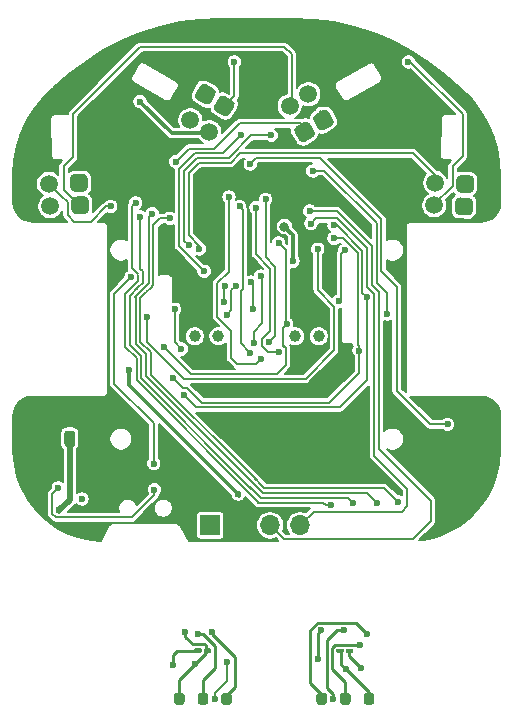
<source format=gbl>
G04 #@! TF.GenerationSoftware,KiCad,Pcbnew,(5.1.7)-1*
G04 #@! TF.CreationDate,2021-06-23T20:49:00+09:00*
G04 #@! TF.ProjectId,lapis,6c617069-732e-46b6-9963-61645f706362,rev?*
G04 #@! TF.SameCoordinates,Original*
G04 #@! TF.FileFunction,Copper,L2,Bot*
G04 #@! TF.FilePolarity,Positive*
%FSLAX46Y46*%
G04 Gerber Fmt 4.6, Leading zero omitted, Abs format (unit mm)*
G04 Created by KiCad (PCBNEW (5.1.7)-1) date 2021-06-23 20:49:00*
%MOMM*%
%LPD*%
G01*
G04 APERTURE LIST*
G04 #@! TA.AperFunction,ComponentPad*
%ADD10C,1.000000*%
G04 #@! TD*
G04 #@! TA.AperFunction,ComponentPad*
%ADD11C,1.500000*%
G04 #@! TD*
G04 #@! TA.AperFunction,ComponentPad*
%ADD12O,1.700000X1.700000*%
G04 #@! TD*
G04 #@! TA.AperFunction,ComponentPad*
%ADD13R,1.700000X1.700000*%
G04 #@! TD*
G04 #@! TA.AperFunction,ComponentPad*
%ADD14O,0.900000X1.400000*%
G04 #@! TD*
G04 #@! TA.AperFunction,ViaPad*
%ADD15C,0.600000*%
G04 #@! TD*
G04 #@! TA.AperFunction,ViaPad*
%ADD16C,0.800000*%
G04 #@! TD*
G04 #@! TA.AperFunction,Conductor*
%ADD17C,0.200000*%
G04 #@! TD*
G04 #@! TA.AperFunction,Conductor*
%ADD18C,0.300000*%
G04 #@! TD*
G04 #@! TA.AperFunction,Conductor*
%ADD19C,0.500000*%
G04 #@! TD*
G04 #@! TA.AperFunction,Conductor*
%ADD20C,0.250000*%
G04 #@! TD*
G04 #@! TA.AperFunction,Conductor*
%ADD21C,0.100000*%
G04 #@! TD*
G04 APERTURE END LIST*
D10*
X148500000Y-106000000D03*
X150500000Y-106000000D03*
X142000000Y-106000000D03*
X140000000Y-106000000D03*
G04 #@! TA.AperFunction,SMDPad,CuDef*
G36*
G01*
X151200000Y-136415000D02*
X151200000Y-136965000D01*
G75*
G02*
X150975000Y-137190000I-225000J0D01*
G01*
X150525000Y-137190000D01*
G75*
G02*
X150300000Y-136965000I0J225000D01*
G01*
X150300000Y-136415000D01*
G75*
G02*
X150525000Y-136190000I225000J0D01*
G01*
X150975000Y-136190000D01*
G75*
G02*
X151200000Y-136415000I0J-225000D01*
G01*
G37*
G04 #@! TD.AperFunction*
G04 #@! TA.AperFunction,SMDPad,CuDef*
G36*
G01*
X153200000Y-136415000D02*
X153200000Y-136965000D01*
G75*
G02*
X152975000Y-137190000I-225000J0D01*
G01*
X152525000Y-137190000D01*
G75*
G02*
X152300000Y-136965000I0J225000D01*
G01*
X152300000Y-136415000D01*
G75*
G02*
X152525000Y-136190000I225000J0D01*
G01*
X152975000Y-136190000D01*
G75*
G02*
X153200000Y-136415000I0J-225000D01*
G01*
G37*
G04 #@! TD.AperFunction*
G04 #@! TA.AperFunction,SMDPad,CuDef*
G36*
G01*
X155200000Y-136415000D02*
X155200000Y-136965000D01*
G75*
G02*
X154975000Y-137190000I-225000J0D01*
G01*
X154525000Y-137190000D01*
G75*
G02*
X154300000Y-136965000I0J225000D01*
G01*
X154300000Y-136415000D01*
G75*
G02*
X154525000Y-136190000I225000J0D01*
G01*
X154975000Y-136190000D01*
G75*
G02*
X155200000Y-136415000I0J-225000D01*
G01*
G37*
G04 #@! TD.AperFunction*
G04 #@! TA.AperFunction,SMDPad,CuDef*
G36*
G01*
X139145000Y-136415000D02*
X139145000Y-136965000D01*
G75*
G02*
X138920000Y-137190000I-225000J0D01*
G01*
X138470000Y-137190000D01*
G75*
G02*
X138245000Y-136965000I0J225000D01*
G01*
X138245000Y-136415000D01*
G75*
G02*
X138470000Y-136190000I225000J0D01*
G01*
X138920000Y-136190000D01*
G75*
G02*
X139145000Y-136415000I0J-225000D01*
G01*
G37*
G04 #@! TD.AperFunction*
G04 #@! TA.AperFunction,SMDPad,CuDef*
G36*
G01*
X141145000Y-136415000D02*
X141145000Y-136965000D01*
G75*
G02*
X140920000Y-137190000I-225000J0D01*
G01*
X140470000Y-137190000D01*
G75*
G02*
X140245000Y-136965000I0J225000D01*
G01*
X140245000Y-136415000D01*
G75*
G02*
X140470000Y-136190000I225000J0D01*
G01*
X140920000Y-136190000D01*
G75*
G02*
X141145000Y-136415000I0J-225000D01*
G01*
G37*
G04 #@! TD.AperFunction*
G04 #@! TA.AperFunction,SMDPad,CuDef*
G36*
G01*
X143145000Y-136415000D02*
X143145000Y-136965000D01*
G75*
G02*
X142920000Y-137190000I-225000J0D01*
G01*
X142470000Y-137190000D01*
G75*
G02*
X142245000Y-136965000I0J225000D01*
G01*
X142245000Y-136415000D01*
G75*
G02*
X142470000Y-136190000I225000J0D01*
G01*
X142920000Y-136190000D01*
G75*
G02*
X143145000Y-136415000I0J-225000D01*
G01*
G37*
G04 #@! TD.AperFunction*
G04 #@! TA.AperFunction,SMDPad,CuDef*
G36*
G01*
X140760000Y-132710000D02*
X140760000Y-132510000D01*
G75*
G02*
X140860000Y-132410000I100000J0D01*
G01*
X141295000Y-132410000D01*
G75*
G02*
X141395000Y-132510000I0J-100000D01*
G01*
X141395000Y-132710000D01*
G75*
G02*
X141295000Y-132810000I-100000J0D01*
G01*
X140860000Y-132810000D01*
G75*
G02*
X140760000Y-132710000I0J100000D01*
G01*
G37*
G04 #@! TD.AperFunction*
G04 #@! TA.AperFunction,SMDPad,CuDef*
G36*
G01*
X139945000Y-132710000D02*
X139945000Y-132510000D01*
G75*
G02*
X140045000Y-132410000I100000J0D01*
G01*
X140480000Y-132410000D01*
G75*
G02*
X140580000Y-132510000I0J-100000D01*
G01*
X140580000Y-132710000D01*
G75*
G02*
X140480000Y-132810000I-100000J0D01*
G01*
X140045000Y-132810000D01*
G75*
G02*
X139945000Y-132710000I0J100000D01*
G01*
G37*
G04 #@! TD.AperFunction*
G04 #@! TA.AperFunction,SMDPad,CuDef*
G36*
G01*
X152800000Y-132730000D02*
X152800000Y-132530000D01*
G75*
G02*
X152900000Y-132430000I100000J0D01*
G01*
X153335000Y-132430000D01*
G75*
G02*
X153435000Y-132530000I0J-100000D01*
G01*
X153435000Y-132730000D01*
G75*
G02*
X153335000Y-132830000I-100000J0D01*
G01*
X152900000Y-132830000D01*
G75*
G02*
X152800000Y-132730000I0J100000D01*
G01*
G37*
G04 #@! TD.AperFunction*
G04 #@! TA.AperFunction,SMDPad,CuDef*
G36*
G01*
X151985000Y-132730000D02*
X151985000Y-132530000D01*
G75*
G02*
X152085000Y-132430000I100000J0D01*
G01*
X152520000Y-132430000D01*
G75*
G02*
X152620000Y-132530000I0J-100000D01*
G01*
X152620000Y-132730000D01*
G75*
G02*
X152520000Y-132830000I-100000J0D01*
G01*
X152085000Y-132830000D01*
G75*
G02*
X151985000Y-132730000I0J100000D01*
G01*
G37*
G04 #@! TD.AperFunction*
D11*
X160261547Y-94911355D03*
G04 #@! TA.AperFunction,ComponentPad*
G36*
G01*
X163562631Y-94651403D02*
X163536456Y-95400946D01*
G75*
G02*
X163148597Y-95762631I-374772J13087D01*
G01*
X162399054Y-95736456D01*
G75*
G02*
X162037369Y-95348597I13087J374772D01*
G01*
X162063544Y-94599054D01*
G75*
G02*
X162451403Y-94237369I374772J-13087D01*
G01*
X163200946Y-94263544D01*
G75*
G02*
X163562631Y-94651403I-13087J-374772D01*
G01*
G37*
G04 #@! TD.AperFunction*
G04 #@! TA.AperFunction,ComponentPad*
G36*
G01*
X149999760Y-89162020D02*
X149350240Y-89537020D01*
G75*
G02*
X148837980Y-89399760I-187500J324760D01*
G01*
X148462980Y-88750240D01*
G75*
G02*
X148600240Y-88237980I324760J187500D01*
G01*
X149249760Y-87862980D01*
G75*
G02*
X149762020Y-88000240I187500J-324760D01*
G01*
X150137020Y-88649760D01*
G75*
G02*
X149999760Y-89162020I-324760J-187500D01*
G01*
G37*
G04 #@! TD.AperFunction*
X148030000Y-86500295D03*
X141230000Y-88699705D03*
G04 #@! TA.AperFunction,ComponentPad*
G36*
G01*
X142550240Y-85662980D02*
X143199760Y-86037980D01*
G75*
G02*
X143337020Y-86550240I-187500J-324760D01*
G01*
X142962020Y-87199760D01*
G75*
G02*
X142449760Y-87337020I-324760J187500D01*
G01*
X141800240Y-86962020D01*
G75*
G02*
X141662980Y-86449760I187500J324760D01*
G01*
X142037980Y-85800240D01*
G75*
G02*
X142550240Y-85662980I324760J-187500D01*
G01*
G37*
G04 #@! TD.AperFunction*
X127761547Y-94988645D03*
G04 #@! TA.AperFunction,ComponentPad*
G36*
G01*
X131036456Y-94499054D02*
X131062631Y-95248597D01*
G75*
G02*
X130700946Y-95636456I-374772J-13087D01*
G01*
X129951403Y-95662631D01*
G75*
G02*
X129563544Y-95300946I-13087J374772D01*
G01*
X129537369Y-94551403D01*
G75*
G02*
X129899054Y-94163544I374772J13087D01*
G01*
X130648597Y-94137369D01*
G75*
G02*
X131036456Y-94499054I13087J-374772D01*
G01*
G37*
G04 #@! TD.AperFunction*
G04 #@! TA.AperFunction,ComponentPad*
G36*
G01*
X130936456Y-92599054D02*
X130962631Y-93348597D01*
G75*
G02*
X130600946Y-93736456I-374772J-13087D01*
G01*
X129851403Y-93762631D01*
G75*
G02*
X129463544Y-93400946I-13087J374772D01*
G01*
X129437369Y-92651403D01*
G75*
G02*
X129799054Y-92263544I374772J13087D01*
G01*
X130548597Y-92237369D01*
G75*
G02*
X130936456Y-92599054I13087J-374772D01*
G01*
G37*
G04 #@! TD.AperFunction*
X127661547Y-93088645D03*
G04 #@! TA.AperFunction,ComponentPad*
G36*
G01*
X151599760Y-88162020D02*
X150950240Y-88537020D01*
G75*
G02*
X150437980Y-88399760I-187500J324760D01*
G01*
X150062980Y-87750240D01*
G75*
G02*
X150200240Y-87237980I324760J187500D01*
G01*
X150849760Y-86862980D01*
G75*
G02*
X151362020Y-87000240I187500J-324760D01*
G01*
X151737020Y-87649760D01*
G75*
G02*
X151599760Y-88162020I-324760J-187500D01*
G01*
G37*
G04 #@! TD.AperFunction*
X149630000Y-85500295D03*
X139630000Y-87699705D03*
G04 #@! TA.AperFunction,ComponentPad*
G36*
G01*
X140950240Y-84662980D02*
X141599760Y-85037980D01*
G75*
G02*
X141737020Y-85550240I-187500J-324760D01*
G01*
X141362020Y-86199760D01*
G75*
G02*
X140849760Y-86337020I-324760J187500D01*
G01*
X140200240Y-85962020D01*
G75*
G02*
X140062980Y-85449760I187500J324760D01*
G01*
X140437980Y-84800240D01*
G75*
G02*
X140950240Y-84662980I324760J-187500D01*
G01*
G37*
G04 #@! TD.AperFunction*
X160361547Y-93011355D03*
G04 #@! TA.AperFunction,ComponentPad*
G36*
G01*
X163662631Y-92751403D02*
X163636456Y-93500946D01*
G75*
G02*
X163248597Y-93862631I-374772J13087D01*
G01*
X162499054Y-93836456D01*
G75*
G02*
X162137369Y-93448597I13087J374772D01*
G01*
X162163544Y-92699054D01*
G75*
G02*
X162551403Y-92337369I374772J-13087D01*
G01*
X163300946Y-92363544D01*
G75*
G02*
X163662631Y-92751403I-13087J-374772D01*
G01*
G37*
G04 #@! TD.AperFunction*
D12*
X148920000Y-122000000D03*
X146380000Y-122000000D03*
X143840000Y-122000000D03*
D13*
X141300000Y-122000000D03*
D14*
X128175000Y-114675000D03*
G04 #@! TA.AperFunction,ComponentPad*
G36*
G01*
X129875000Y-114200000D02*
X129875000Y-115150000D01*
G75*
G02*
X129650000Y-115375000I-225000J0D01*
G01*
X129200000Y-115375000D01*
G75*
G02*
X128975000Y-115150000I0J225000D01*
G01*
X128975000Y-114200000D01*
G75*
G02*
X129200000Y-113975000I225000J0D01*
G01*
X129650000Y-113975000D01*
G75*
G02*
X129875000Y-114200000I0J-225000D01*
G01*
G37*
G04 #@! TD.AperFunction*
D15*
X128450000Y-118850000D03*
X152700000Y-98700000D03*
X152200000Y-103000000D03*
X150419999Y-98619999D03*
X136000000Y-104400000D03*
X133700000Y-93190000D03*
X163600000Y-117700000D03*
X145700000Y-85700000D03*
X161100000Y-121400000D03*
X126210000Y-118180000D03*
X132500000Y-113100000D03*
X145400000Y-120900000D03*
X140100000Y-80400000D03*
X140800000Y-105000000D03*
X138900000Y-102600000D03*
X150600000Y-94400000D03*
X155600000Y-94000000D03*
X137900000Y-92700000D03*
X143700000Y-91700000D03*
X154300000Y-116300000D03*
X132300000Y-116600000D03*
X132800000Y-120500000D03*
X139600000Y-121500000D03*
X159100000Y-92000000D03*
X150600000Y-80700000D03*
X164900000Y-91700000D03*
X130700000Y-84000000D03*
X125400000Y-92000000D03*
X131400000Y-91800000D03*
X139500000Y-82900000D03*
X133800000Y-86500000D03*
X157100000Y-86500000D03*
X152600000Y-108100000D03*
X135100000Y-119100000D03*
X150400000Y-114100000D03*
X159900000Y-89800000D03*
X140600000Y-97200000D03*
X137400000Y-98300000D03*
X157300000Y-100400000D03*
X154400000Y-111200000D03*
X142800000Y-113000000D03*
X125800000Y-112500000D03*
X163600000Y-112600000D03*
X156600000Y-113200000D03*
X142500000Y-107500000D03*
X140900000Y-110800000D03*
X147000000Y-95500000D03*
D16*
X147600000Y-96700000D03*
D15*
X146680000Y-97330000D03*
X150190000Y-103920000D03*
X148400000Y-100920000D03*
X149510000Y-107600000D03*
X148317500Y-99637500D03*
X143660000Y-119350000D03*
X134430000Y-108870000D03*
X130460000Y-119770000D03*
X135360000Y-86120000D03*
X138390000Y-91210000D03*
X158097942Y-82768111D03*
X143352184Y-82768111D03*
X128545000Y-120735000D03*
X139500000Y-98300000D03*
X146492500Y-88992500D03*
X140400000Y-98600000D03*
X132890000Y-95000000D03*
X132890000Y-95000000D03*
X143892500Y-88992500D03*
X140799498Y-100487500D03*
X150400000Y-133300000D03*
X150700000Y-130900000D03*
X139220000Y-131020000D03*
X140060000Y-133700000D03*
X154050000Y-134090000D03*
X152800000Y-134200000D03*
X138150000Y-133800000D03*
X152600000Y-130900000D03*
X140250000Y-131200000D03*
X151750000Y-136670000D03*
X141450000Y-131000000D03*
X154600000Y-131200000D03*
X142750000Y-133600000D03*
X154004990Y-132104990D03*
X141725000Y-136725000D03*
X143800000Y-95000000D03*
X144700000Y-107400000D03*
X142900000Y-94200000D03*
X145625000Y-107915000D03*
X146000000Y-94400000D03*
X146300000Y-106500000D03*
X145200000Y-95100000D03*
X147100000Y-107300000D03*
X144700000Y-91400000D03*
X161407500Y-113457500D03*
X150000000Y-92000000D03*
X156300000Y-104100000D03*
X149850000Y-96450000D03*
X149737668Y-95400000D03*
X139100000Y-111000000D03*
X151800000Y-96600000D03*
X154600000Y-102700000D03*
X138300000Y-103700000D03*
X138870000Y-107080000D03*
X138150000Y-109550000D03*
X153900000Y-107200000D03*
X151800000Y-97700000D03*
X147100000Y-98100000D03*
X137400000Y-106900000D03*
X147775000Y-104925000D03*
X145600000Y-100900000D03*
X145010000Y-106550000D03*
X144899999Y-103700001D03*
X144790000Y-101390000D03*
X143500000Y-101700000D03*
X142730000Y-104150000D03*
X142600000Y-101700000D03*
X142500000Y-103080000D03*
X151500000Y-120256798D03*
X135000000Y-94700000D03*
X153400000Y-120100000D03*
X135400000Y-95900000D03*
X155400000Y-120100000D03*
X136400000Y-95600000D03*
X136530000Y-116770000D03*
X134600000Y-101000000D03*
X137900000Y-96000000D03*
X157200000Y-120000000D03*
X136590000Y-118980000D03*
D17*
X152300000Y-103000000D02*
X152400000Y-102900000D01*
X152200000Y-103000000D02*
X152300000Y-103000000D01*
X152399990Y-99000010D02*
X152700000Y-98700000D01*
X152399990Y-102899990D02*
X152399990Y-99000010D01*
X152400000Y-102900000D02*
X152399990Y-102899990D01*
X150419999Y-98619999D02*
X150419999Y-98619999D01*
X139088023Y-109600021D02*
X136000000Y-106511998D01*
X136000000Y-106511998D02*
X136000000Y-104400000D01*
X149383981Y-109600021D02*
X139088023Y-109600021D01*
X151800001Y-107184001D02*
X149383981Y-109600021D01*
X151800001Y-103488003D02*
X151800001Y-107184001D01*
X150419999Y-102108001D02*
X151800001Y-103488003D01*
X150419999Y-98619999D02*
X150419999Y-102108001D01*
X151145000Y-87495000D02*
X150595962Y-86945962D01*
D18*
X148317500Y-97417500D02*
X148317500Y-99637500D01*
X147600000Y-96700000D02*
X148317500Y-97417500D01*
X143660000Y-119350000D02*
X143790000Y-119480000D01*
X134430000Y-110120000D02*
X134720000Y-110410000D01*
X134720000Y-110410000D02*
X143660000Y-119350000D01*
X134430000Y-110120000D02*
X134430000Y-108870000D01*
X134430000Y-108870000D02*
X134430000Y-108870000D01*
X141129999Y-88799706D02*
X141230000Y-88699705D01*
X138039706Y-88799706D02*
X141129999Y-88799706D01*
X135360000Y-86120000D02*
X138039706Y-88799706D01*
D17*
X147600000Y-81500000D02*
X148230000Y-82130000D01*
X129704186Y-90808598D02*
X129704186Y-87195814D01*
X148230000Y-82130000D02*
X148230000Y-86300295D01*
X128912784Y-91600000D02*
X129704186Y-90808598D01*
X135400000Y-81500000D02*
X147600000Y-81500000D01*
X128900000Y-91600000D02*
X128912784Y-91600000D01*
X129704186Y-87195814D02*
X135400000Y-81500000D01*
X128900000Y-93600000D02*
X128900000Y-91600000D01*
X130200000Y-94900000D02*
X128900000Y-93600000D01*
X143669405Y-88100000D02*
X141669405Y-90100000D01*
X139500000Y-90100000D02*
X138390000Y-91210000D01*
X141669405Y-90100000D02*
X139500000Y-90100000D01*
X143818443Y-87950962D02*
X141669405Y-90100000D01*
X148950962Y-87950962D02*
X143818443Y-87950962D01*
X149500000Y-88500000D02*
X148950962Y-87950962D01*
D18*
X158097942Y-82768111D02*
X158097942Y-82768111D01*
D17*
X143352184Y-85647816D02*
X142500000Y-86500000D01*
X143352184Y-82768111D02*
X143352184Y-85647816D01*
X162713044Y-90738798D02*
X162713044Y-87213044D01*
X161837359Y-91614483D02*
X162713044Y-90738798D01*
X161837359Y-93235543D02*
X161837359Y-91614483D01*
X160161547Y-94911355D02*
X161837359Y-93235543D01*
X158268111Y-82768111D02*
X158097942Y-82768111D01*
X162713044Y-87213044D02*
X158268111Y-82768111D01*
D19*
X129425000Y-114675000D02*
X129425000Y-119855000D01*
X129425000Y-119855000D02*
X128545000Y-120735000D01*
X128545000Y-120735000D02*
X128520000Y-120760000D01*
D17*
X139500000Y-98300000D02*
X139500000Y-98300000D01*
X139100010Y-97900010D02*
X139500000Y-98300000D01*
X139100010Y-91965688D02*
X139100010Y-97900010D01*
X140165678Y-90900020D02*
X139100010Y-91965688D01*
X142550679Y-90900020D02*
X140165678Y-90900020D01*
X142550699Y-90900000D02*
X142550679Y-90900020D01*
X142873002Y-90900000D02*
X142550699Y-90900000D01*
X144780502Y-88992500D02*
X142873002Y-90900000D01*
X144780502Y-88992500D02*
X146492500Y-88992500D01*
X146492500Y-88992500D02*
X146492500Y-88992500D01*
X140400000Y-98600000D02*
X140400000Y-98600000D01*
X140400000Y-98311998D02*
X140400000Y-98600000D01*
X139500020Y-97412018D02*
X140400000Y-98311998D01*
X140331366Y-91300030D02*
X139500020Y-92131376D01*
X143038670Y-91300030D02*
X140331366Y-91300030D01*
X143838710Y-90499990D02*
X143038670Y-91300030D01*
X158487992Y-90499990D02*
X143838710Y-90499990D01*
X139500020Y-92131376D02*
X139500020Y-97412018D01*
X160361547Y-92373545D02*
X158487992Y-90499990D01*
X160361547Y-93011355D02*
X160361547Y-92373545D01*
X132500000Y-95000000D02*
X132500000Y-95000000D01*
X132800000Y-95000000D02*
X132807500Y-95007500D01*
X132500000Y-95000000D02*
X132800000Y-95000000D01*
X131200000Y-96300000D02*
X132500000Y-95000000D01*
X129800000Y-96300000D02*
X131200000Y-96300000D01*
X127661547Y-93088645D02*
X128711548Y-94138646D01*
X129237359Y-94664457D02*
X128711548Y-94138646D01*
X129237359Y-95737359D02*
X129237359Y-94664457D01*
X129800000Y-96300000D02*
X129237359Y-95737359D01*
X132800000Y-95000000D02*
X132890000Y-95000000D01*
X132890000Y-95000000D02*
X132890000Y-95000000D01*
X132890000Y-95000000D02*
X132980000Y-95000000D01*
X143892500Y-88992500D02*
X142384990Y-90500010D01*
X142384990Y-90500010D02*
X139999990Y-90500010D01*
X139999990Y-90500010D02*
X138700000Y-91800000D01*
X138700000Y-98388002D02*
X138700000Y-98200000D01*
X140799498Y-100487500D02*
X140799498Y-100487500D01*
X138700000Y-91800000D02*
X138700000Y-98200000D01*
X140799498Y-100487500D02*
X138700000Y-98388002D01*
D20*
X150400000Y-133300000D02*
X150400000Y-131200000D01*
X150400000Y-131200000D02*
X150700000Y-130900000D01*
X150700000Y-130900000D02*
X150700000Y-130900000D01*
X141077500Y-132713558D02*
X141077500Y-132610000D01*
X140990000Y-132240352D02*
X140990000Y-132610000D01*
X140834638Y-132084990D02*
X140990000Y-132240352D01*
X139220000Y-131444264D02*
X139860726Y-132084990D01*
X139860726Y-132084990D02*
X140834638Y-132084990D01*
X139220000Y-131020000D02*
X139220000Y-131444264D01*
X138695000Y-135105000D02*
X138695000Y-135505000D01*
X140990000Y-132610000D02*
X140990000Y-132810000D01*
X140990000Y-132810000D02*
X138695000Y-135105000D01*
X138695000Y-136690000D02*
X138695000Y-135505000D01*
X153030000Y-133070000D02*
X154050000Y-134090000D01*
X153030000Y-132630000D02*
X153030000Y-133070000D01*
X138540000Y-132610000D02*
X138150000Y-133000000D01*
X138150000Y-133000000D02*
X138150000Y-133800000D01*
X138150000Y-133800000D02*
X138150000Y-133800000D01*
X138540000Y-132610000D02*
X140350000Y-132610000D01*
X152390000Y-133790000D02*
X152800000Y-134200000D01*
X152390000Y-132630000D02*
X152390000Y-133790000D01*
X154750000Y-136150000D02*
X152800000Y-134200000D01*
X154750000Y-136690000D02*
X154750000Y-136150000D01*
X152600000Y-130900000D02*
X152600000Y-130900000D01*
X152034315Y-130900000D02*
X151209980Y-131724335D01*
X152600000Y-130900000D02*
X152034315Y-130900000D01*
X140250000Y-131200000D02*
X140250000Y-131200000D01*
X151810000Y-136690000D02*
X151736412Y-136690000D01*
X151209980Y-131724335D02*
X151209980Y-135736790D01*
X151750000Y-136276810D02*
X151750000Y-136670000D01*
X151209980Y-135736790D02*
X151750000Y-136276810D01*
X140695000Y-135118590D02*
X140695000Y-136690000D01*
X141720010Y-134093580D02*
X140695000Y-135118590D01*
X141720010Y-132245746D02*
X141720010Y-134093580D01*
X140674264Y-131200000D02*
X141720010Y-132245746D01*
X140250000Y-131200000D02*
X140674264Y-131200000D01*
X142450000Y-132200000D02*
X141450000Y-131200000D01*
X141450000Y-131200000D02*
X141450000Y-131000000D01*
X141450000Y-131000000D02*
X141450000Y-131000000D01*
X142695000Y-136340000D02*
X142695000Y-136690000D01*
X143375001Y-135659999D02*
X142695000Y-136340000D01*
X143375001Y-133125001D02*
X143375001Y-135659999D01*
X142450000Y-132200000D02*
X143375001Y-133125001D01*
X154600000Y-131200000D02*
X154600000Y-131200000D01*
X150750000Y-136690000D02*
X150690000Y-136690000D01*
X149774999Y-130899999D02*
X149774999Y-135364999D01*
X150399999Y-130274999D02*
X149774999Y-130899999D01*
X153674999Y-130274999D02*
X150399999Y-130274999D01*
X154600000Y-131200000D02*
X153674999Y-130274999D01*
X150750000Y-136340000D02*
X150750000Y-136690000D01*
X149774999Y-135364999D02*
X150750000Y-136340000D01*
X151659990Y-132353952D02*
X151908952Y-132104990D01*
X152750000Y-135223002D02*
X151659990Y-134132992D01*
X151659990Y-134132992D02*
X151659990Y-132353952D01*
X152750000Y-136690000D02*
X152750000Y-135223002D01*
X151908952Y-132104990D02*
X154004990Y-132104990D01*
X142750000Y-133700000D02*
X142750000Y-133600000D01*
X142750000Y-133600000D02*
X142750000Y-133600000D01*
X154004990Y-132104990D02*
X154004990Y-132104990D01*
D17*
X142750000Y-135180000D02*
X141700000Y-136230000D01*
X142750000Y-133600000D02*
X142750000Y-135180000D01*
X141700000Y-136230000D02*
X141700000Y-136710000D01*
X141700000Y-136710000D02*
X141710000Y-136710000D01*
X141710000Y-136710000D02*
X141725000Y-136725000D01*
X141710000Y-136710000D02*
X141690000Y-136710000D01*
X143800000Y-95000000D02*
X143800000Y-95000000D01*
X143899999Y-106599999D02*
X144700000Y-107400000D01*
X144100001Y-101988001D02*
X143899999Y-102188003D01*
X143899999Y-102188003D02*
X143899999Y-106599999D01*
X144100001Y-95300001D02*
X144100001Y-101988001D01*
X143800000Y-95000000D02*
X144100001Y-95300001D01*
X143100001Y-107870001D02*
X143550000Y-108320000D01*
X143100001Y-105579999D02*
X143100001Y-107870001D01*
X143550000Y-108320000D02*
X145220000Y-108320000D01*
X141899999Y-104389999D02*
X143089999Y-105579999D01*
X141899999Y-101511999D02*
X141899999Y-104389999D01*
X142900000Y-100511998D02*
X141899999Y-101511999D01*
X145220000Y-108320000D02*
X145625000Y-107915000D01*
X143089999Y-105579999D02*
X143100001Y-105579999D01*
X142900000Y-94200000D02*
X142900000Y-100511998D01*
X146000000Y-94400000D02*
X146000000Y-94400000D01*
X146000000Y-99300000D02*
X146800010Y-100100010D01*
X146000000Y-94400000D02*
X146000000Y-99300000D01*
X146800010Y-100100010D02*
X146800010Y-105999990D01*
X146800010Y-105999990D02*
X146300000Y-106500000D01*
X146300000Y-106500000D02*
X146300000Y-106500000D01*
X145200000Y-95100000D02*
X145200000Y-95100000D01*
X145200000Y-99065698D02*
X145200000Y-98700000D01*
X146400000Y-100265698D02*
X145200000Y-99065698D01*
X145200000Y-95100000D02*
X145200000Y-98700000D01*
X145699999Y-106788001D02*
X146211998Y-107300000D01*
X145699999Y-106211999D02*
X145699999Y-106788001D01*
X146400000Y-105511998D02*
X145699999Y-106211999D01*
X146400000Y-100265698D02*
X146400000Y-105511998D01*
X146211998Y-107300000D02*
X147100000Y-107300000D01*
X147100000Y-107300000D02*
X147100000Y-107300000D01*
X144700000Y-91400000D02*
X144700000Y-91400000D01*
X150600000Y-90900000D02*
X145200000Y-90900000D01*
X155800060Y-96100060D02*
X150600000Y-90900000D01*
X157100000Y-101800000D02*
X155800060Y-100500060D01*
X145200000Y-90900000D02*
X144700000Y-91400000D01*
X155800060Y-100500060D02*
X155800060Y-96100060D01*
X159957500Y-113457500D02*
X157100000Y-110600000D01*
X161407500Y-113457500D02*
X159957500Y-113457500D01*
X157100000Y-110600000D02*
X157100000Y-101800000D01*
X150000000Y-92000000D02*
X150000000Y-92000000D01*
X156300000Y-104100000D02*
X156300000Y-104100000D01*
X150988002Y-92000000D02*
X150000000Y-92000000D01*
X155400050Y-96412048D02*
X150988002Y-92000000D01*
X155400050Y-101468653D02*
X155400050Y-96412048D01*
X156300000Y-102368602D02*
X155400050Y-101468653D01*
X156300000Y-104100000D02*
X156300000Y-102368602D01*
X149160000Y-122360000D02*
X149398008Y-122598008D01*
X152088001Y-95999999D02*
X154600030Y-98512028D01*
X150300001Y-95999999D02*
X152088001Y-95999999D01*
X149850000Y-96450000D02*
X150300001Y-95999999D01*
X154600030Y-101800030D02*
X154750000Y-101950000D01*
X154600030Y-98512028D02*
X154600030Y-101800030D01*
X154700000Y-101900000D02*
X154750000Y-101950000D01*
X155200001Y-102400001D02*
X154750000Y-101950000D01*
X155200001Y-110099999D02*
X155200001Y-102400001D01*
X155199990Y-110100010D02*
X155200001Y-110099999D01*
X155199990Y-116099990D02*
X155199990Y-110100010D01*
X158000001Y-120388001D02*
X157531203Y-120856799D01*
X158000001Y-118900001D02*
X158000001Y-120388001D01*
X155199990Y-116099990D02*
X158000001Y-118900001D01*
X150063201Y-120856799D02*
X148920000Y-122000000D01*
X157531203Y-120856799D02*
X150063201Y-120856799D01*
X147530001Y-123150001D02*
X146380000Y-122000000D01*
X159999999Y-121600001D02*
X158449999Y-123150001D01*
X155600000Y-115500000D02*
X159999999Y-119899999D01*
X155600000Y-114824243D02*
X155600000Y-115500000D01*
X155600011Y-114824232D02*
X155600000Y-114824243D01*
X155600011Y-102234312D02*
X155600011Y-114824232D01*
X155000040Y-101634342D02*
X155600011Y-102234312D01*
X155000040Y-98346339D02*
X155000040Y-101634342D01*
X158449999Y-123150001D02*
X147530001Y-123150001D01*
X152053701Y-95400000D02*
X155000040Y-98346339D01*
X159999999Y-119899999D02*
X159999999Y-121600001D01*
X149737668Y-95400000D02*
X152053701Y-95400000D01*
X140100000Y-112000000D02*
X152300000Y-112000000D01*
X139100000Y-111000000D02*
X140100000Y-112000000D01*
X154600000Y-109700000D02*
X154250000Y-110050000D01*
X154600000Y-102700000D02*
X154600000Y-109700000D01*
X152300000Y-112000000D02*
X154250000Y-110050000D01*
X152053701Y-96600000D02*
X151800000Y-96600000D01*
X154200020Y-98746319D02*
X152053701Y-96600000D01*
X154200020Y-102300020D02*
X154200020Y-98746319D01*
X154600000Y-102700000D02*
X154200020Y-102300020D01*
X138300000Y-103700000D02*
X138300000Y-106510000D01*
X138300000Y-106510000D02*
X138870000Y-107080000D01*
X138870000Y-107080000D02*
X138870000Y-107080000D01*
X151800000Y-97700000D02*
X151800000Y-97700000D01*
X153900000Y-109100000D02*
X153900000Y-107200000D01*
X151400010Y-111599990D02*
X153900000Y-109100000D01*
X139388001Y-110399999D02*
X140587992Y-111599990D01*
X140587992Y-111599990D02*
X151400010Y-111599990D01*
X138999999Y-110399999D02*
X139388001Y-110399999D01*
X138150000Y-109550000D02*
X138999999Y-110399999D01*
X153800010Y-98912008D02*
X153800010Y-106699990D01*
X152588002Y-97700000D02*
X153800010Y-98912008D01*
X151800000Y-97700000D02*
X152588002Y-97700000D01*
X153900000Y-106799980D02*
X153900000Y-107200000D01*
X153800010Y-106699990D02*
X153900000Y-106799980D01*
X147100000Y-98100000D02*
X147100000Y-98100000D01*
X147500000Y-106811998D02*
X147700001Y-107011999D01*
X139700011Y-109200011D02*
X137400000Y-106900000D01*
X146953690Y-109200011D02*
X139700011Y-109200011D01*
X147700001Y-108453700D02*
X146953690Y-109200011D01*
X147449999Y-106761997D02*
X147700001Y-107011999D01*
X147449999Y-105250001D02*
X147449999Y-106761997D01*
X147700001Y-107011999D02*
X147700001Y-108453700D01*
X147775000Y-104925000D02*
X147449999Y-105250001D01*
X147700000Y-105000000D02*
X147449999Y-105250001D01*
X147700000Y-98700000D02*
X147700000Y-105000000D01*
X147100000Y-98100000D02*
X147700000Y-98700000D01*
X145700001Y-104899999D02*
X145700001Y-101000001D01*
X145700001Y-101000001D02*
X145600000Y-100900000D01*
X145010000Y-105590000D02*
X145010000Y-106550000D01*
X145700001Y-104899999D02*
X145010000Y-105590000D01*
X144900000Y-101700000D02*
X144900000Y-101700000D01*
X144900000Y-101700000D02*
X144899999Y-103700001D01*
X144899999Y-103700001D02*
X144899999Y-103700001D01*
X144900000Y-101700000D02*
X144900000Y-101500000D01*
X144900000Y-101500000D02*
X144790000Y-101390000D01*
X144790000Y-101390000D02*
X144790000Y-101390000D01*
X143100001Y-102099999D02*
X143500000Y-101700000D01*
X143500000Y-101700000D02*
X143500000Y-101700000D01*
X143100001Y-103779999D02*
X142730000Y-104150000D01*
X143100001Y-102099999D02*
X143100001Y-103779999D01*
X142500000Y-101800000D02*
X142600000Y-101700000D01*
X142600000Y-101700000D02*
X142600000Y-101700000D01*
X142500000Y-103080000D02*
X142500000Y-101800000D01*
X134900000Y-100411998D02*
X135200001Y-100711999D01*
X134900000Y-100400000D02*
X134900000Y-100411998D01*
X134700000Y-100200000D02*
X134900000Y-100400000D01*
X134700001Y-94999999D02*
X134700000Y-100200000D01*
X135000000Y-94700000D02*
X134700001Y-94999999D01*
X150900000Y-120081062D02*
X151075736Y-120256798D01*
X135079970Y-109727067D02*
X145391061Y-120038156D01*
X145391061Y-120081061D02*
X150900000Y-120081062D01*
X145391061Y-120038156D02*
X145391061Y-120081061D01*
X135079970Y-107854761D02*
X135079970Y-109727067D01*
X151075736Y-120256798D02*
X151500000Y-120256798D01*
X134109990Y-106884782D02*
X135079970Y-107854761D01*
X134109990Y-102378011D02*
X134109990Y-106884782D01*
X135200001Y-101288001D02*
X134109990Y-102378011D01*
X135200001Y-100800001D02*
X135200001Y-101288001D01*
X135400000Y-95900000D02*
X135400000Y-100300000D01*
X135400000Y-100300000D02*
X135600000Y-100500000D01*
X135600011Y-100546311D02*
X135600011Y-101453690D01*
X135600000Y-100546300D02*
X135600011Y-100546311D01*
X135600000Y-100500000D02*
X135600000Y-100546300D01*
X135226850Y-101826850D02*
X135600011Y-101453690D01*
X135100010Y-101953690D02*
X135226850Y-101826850D01*
X135226850Y-101826851D02*
X135226850Y-101826850D01*
X134510000Y-102543700D02*
X135226850Y-101826851D01*
X145575400Y-119656797D02*
X144694302Y-118775699D01*
X152956797Y-119656797D02*
X145575400Y-119656797D01*
X153400000Y-120100000D02*
X152956797Y-119656797D01*
X135479980Y-109561378D02*
X144799999Y-118881397D01*
X135479980Y-107689073D02*
X135479980Y-109561378D01*
X134510000Y-106610000D02*
X134510000Y-106719093D01*
X134510000Y-106719093D02*
X135479980Y-107689073D01*
X134510000Y-106610000D02*
X134510000Y-102543700D01*
X136100000Y-95900000D02*
X136300000Y-95700000D01*
X136300000Y-95700000D02*
X136400000Y-95600000D01*
X136100000Y-101519399D02*
X136100000Y-95900000D01*
X134934320Y-102685079D02*
X135184700Y-102434700D01*
X135184700Y-102434700D02*
X136100000Y-101519399D01*
X145773213Y-119256787D02*
X154556787Y-119256787D01*
X154556787Y-119256787D02*
X155400000Y-120100000D01*
X145773211Y-119256785D02*
X145773213Y-119256787D01*
X135879990Y-109395689D02*
X145741087Y-119256785D01*
X135879990Y-107523384D02*
X135879990Y-109395689D01*
X134999989Y-106643384D02*
X135879990Y-107523384D01*
X145741087Y-119256785D02*
X145773211Y-119256785D01*
X134999989Y-102619411D02*
X134999989Y-106643384D01*
X135184700Y-102434700D02*
X134999989Y-102619411D01*
X134600000Y-101000000D02*
X134600000Y-101000000D01*
X133400000Y-102200000D02*
X134600000Y-101000000D01*
X133200000Y-102400000D02*
X133400000Y-102200000D01*
X133200000Y-110000000D02*
X133200000Y-102400000D01*
X136530000Y-113330000D02*
X133200000Y-110000000D01*
X136530000Y-116770000D02*
X136530000Y-113330000D01*
X136500010Y-101685086D02*
X136292548Y-101892548D01*
X136500010Y-96599990D02*
X136500010Y-101685086D01*
X137100000Y-96000000D02*
X136500010Y-96599990D01*
X137900000Y-96000000D02*
X137100000Y-96000000D01*
X136292548Y-101892548D02*
X136500010Y-101685088D01*
X135900030Y-102285067D02*
X135399999Y-102785098D01*
X136292548Y-101892548D02*
X135900030Y-102285067D01*
X135399999Y-106477695D02*
X135399999Y-105340001D01*
X136280000Y-107357696D02*
X135399999Y-106477695D01*
X136280000Y-109230000D02*
X136280000Y-107357696D01*
X135399999Y-102785098D02*
X135399999Y-105340001D01*
X144985000Y-117935000D02*
X136280000Y-109230000D01*
X145200007Y-118150007D02*
X144985000Y-117935000D01*
X145722494Y-118672494D02*
X144985000Y-117935000D01*
X145906777Y-118856777D02*
X145722494Y-118672494D01*
X156056777Y-118856777D02*
X145906777Y-118856777D01*
X157200000Y-120000000D02*
X156056777Y-118856777D01*
X127944999Y-119355001D02*
X128450000Y-118850000D01*
X127944999Y-121023001D02*
X127944999Y-119355001D01*
X128256999Y-121335001D02*
X127944999Y-121023001D01*
X134665001Y-121335001D02*
X128256999Y-121335001D01*
X136590000Y-119410002D02*
X134665001Y-121335001D01*
X136590000Y-118980000D02*
X136590000Y-119410002D01*
X147780000Y-82316396D02*
X147780001Y-85428473D01*
X147709142Y-85442568D01*
X147508955Y-85525488D01*
X147328791Y-85645870D01*
X147175575Y-85799086D01*
X147055193Y-85979250D01*
X146972273Y-86179437D01*
X146930000Y-86391954D01*
X146930000Y-86608636D01*
X146972273Y-86821153D01*
X147055193Y-87021340D01*
X147175575Y-87201504D01*
X147328791Y-87354720D01*
X147508955Y-87475102D01*
X147571387Y-87500962D01*
X143840537Y-87500962D01*
X143818443Y-87498786D01*
X143796349Y-87500962D01*
X143796338Y-87500962D01*
X143730228Y-87507473D01*
X143646800Y-87532781D01*
X143645402Y-87533205D01*
X143567226Y-87574991D01*
X143515875Y-87617134D01*
X143515871Y-87617138D01*
X143498706Y-87631225D01*
X143484619Y-87648390D01*
X143366837Y-87766172D01*
X142330000Y-88803010D01*
X142330000Y-88591364D01*
X142287727Y-88378847D01*
X142204807Y-88178660D01*
X142084425Y-87998496D01*
X141931209Y-87845280D01*
X141751045Y-87724898D01*
X141550858Y-87641978D01*
X141338341Y-87599705D01*
X141121659Y-87599705D01*
X140909142Y-87641978D01*
X140730000Y-87716181D01*
X140730000Y-87591364D01*
X140687727Y-87378847D01*
X140604807Y-87178660D01*
X140484425Y-86998496D01*
X140331209Y-86845280D01*
X140151045Y-86724898D01*
X139950858Y-86641978D01*
X139738341Y-86599705D01*
X139521659Y-86599705D01*
X139309142Y-86641978D01*
X139108955Y-86724898D01*
X138928791Y-86845280D01*
X138775575Y-86998496D01*
X138655193Y-87178660D01*
X138572273Y-87378847D01*
X138530000Y-87591364D01*
X138530000Y-87808046D01*
X138572273Y-88020563D01*
X138655193Y-88220750D01*
X138707950Y-88299706D01*
X138246813Y-88299706D01*
X136010000Y-86062895D01*
X136010000Y-86055981D01*
X135985021Y-85930402D01*
X135936022Y-85812110D01*
X135864888Y-85705649D01*
X135774351Y-85615112D01*
X135667890Y-85543978D01*
X135549598Y-85494979D01*
X135424019Y-85470000D01*
X135295981Y-85470000D01*
X135170402Y-85494979D01*
X135052110Y-85543978D01*
X134945649Y-85615112D01*
X134855112Y-85705649D01*
X134783978Y-85812110D01*
X134734979Y-85930402D01*
X134710000Y-86055981D01*
X134710000Y-86184019D01*
X134734979Y-86309598D01*
X134783978Y-86427890D01*
X134855112Y-86534351D01*
X134945649Y-86624888D01*
X135052110Y-86696022D01*
X135170402Y-86745021D01*
X135295981Y-86770000D01*
X135302895Y-86770000D01*
X137668786Y-89135893D01*
X137684442Y-89154970D01*
X137760577Y-89217452D01*
X137847439Y-89263881D01*
X137941689Y-89292471D01*
X138039706Y-89302125D01*
X138064266Y-89299706D01*
X140307950Y-89299706D01*
X140375575Y-89400914D01*
X140528791Y-89554130D01*
X140672270Y-89650000D01*
X139522094Y-89650000D01*
X139499999Y-89647824D01*
X139477905Y-89650000D01*
X139477895Y-89650000D01*
X139411785Y-89656511D01*
X139335322Y-89679706D01*
X139326959Y-89682243D01*
X139248783Y-89724029D01*
X139197432Y-89766172D01*
X139197428Y-89766176D01*
X139180263Y-89780263D01*
X139166176Y-89797428D01*
X138403605Y-90560000D01*
X138325981Y-90560000D01*
X138200402Y-90584979D01*
X138082110Y-90633978D01*
X137975649Y-90705112D01*
X137885112Y-90795649D01*
X137813978Y-90902110D01*
X137764979Y-91020402D01*
X137740000Y-91145981D01*
X137740000Y-91274019D01*
X137764979Y-91399598D01*
X137813978Y-91517890D01*
X137885112Y-91624351D01*
X137975649Y-91714888D01*
X138082110Y-91786022D01*
X138200402Y-91835021D01*
X138250000Y-91844887D01*
X138250001Y-95452115D01*
X138207890Y-95423978D01*
X138089598Y-95374979D01*
X137964019Y-95350000D01*
X137835981Y-95350000D01*
X137710402Y-95374979D01*
X137592110Y-95423978D01*
X137485649Y-95495112D01*
X137430761Y-95550000D01*
X137122094Y-95550000D01*
X137100000Y-95547824D01*
X137077905Y-95550000D01*
X137077895Y-95550000D01*
X137050000Y-95552747D01*
X137050000Y-95535981D01*
X137025021Y-95410402D01*
X136976022Y-95292110D01*
X136904888Y-95185649D01*
X136814351Y-95095112D01*
X136707890Y-95023978D01*
X136589598Y-94974979D01*
X136464019Y-94950000D01*
X136335981Y-94950000D01*
X136210402Y-94974979D01*
X136092110Y-95023978D01*
X135985649Y-95095112D01*
X135895112Y-95185649D01*
X135823978Y-95292110D01*
X135788474Y-95377822D01*
X135707890Y-95323978D01*
X135589598Y-95274979D01*
X135464019Y-95250000D01*
X135346835Y-95250000D01*
X135414351Y-95204888D01*
X135504888Y-95114351D01*
X135576022Y-95007890D01*
X135625021Y-94889598D01*
X135650000Y-94764019D01*
X135650000Y-94635981D01*
X135625021Y-94510402D01*
X135576022Y-94392110D01*
X135504888Y-94285649D01*
X135414351Y-94195112D01*
X135307890Y-94123978D01*
X135189598Y-94074979D01*
X135064019Y-94050000D01*
X134935981Y-94050000D01*
X134810402Y-94074979D01*
X134692110Y-94123978D01*
X134585649Y-94195112D01*
X134495112Y-94285649D01*
X134423978Y-94392110D01*
X134374979Y-94510402D01*
X134350000Y-94635981D01*
X134350000Y-94717139D01*
X134324030Y-94748783D01*
X134282244Y-94826959D01*
X134256513Y-94911784D01*
X134247825Y-94999999D01*
X134250002Y-95022103D01*
X134250001Y-97873099D01*
X134207255Y-97844537D01*
X134031576Y-97771769D01*
X133845077Y-97734672D01*
X133654923Y-97734672D01*
X133468424Y-97771769D01*
X133292745Y-97844537D01*
X133134639Y-97950181D01*
X133000180Y-98084640D01*
X132894536Y-98242746D01*
X132821768Y-98418425D01*
X132784671Y-98604924D01*
X132784671Y-98795078D01*
X132821768Y-98981577D01*
X132894536Y-99157256D01*
X133000180Y-99315362D01*
X133134639Y-99449821D01*
X133292745Y-99555465D01*
X133468424Y-99628233D01*
X133654923Y-99665330D01*
X133845077Y-99665330D01*
X134031576Y-99628233D01*
X134207255Y-99555465D01*
X134250000Y-99526903D01*
X134250000Y-100177905D01*
X134247824Y-100200000D01*
X134250000Y-100222094D01*
X134250000Y-100222104D01*
X134256511Y-100288214D01*
X134268265Y-100326960D01*
X134282243Y-100373040D01*
X134306323Y-100418091D01*
X134292110Y-100423978D01*
X134185649Y-100495112D01*
X134095112Y-100585649D01*
X134023978Y-100692110D01*
X133974979Y-100810402D01*
X133950000Y-100935981D01*
X133950000Y-101013604D01*
X133097433Y-101866172D01*
X132897429Y-102066176D01*
X132880264Y-102080263D01*
X132866177Y-102097428D01*
X132866172Y-102097433D01*
X132824029Y-102148784D01*
X132782243Y-102226960D01*
X132764993Y-102283828D01*
X132756512Y-102311785D01*
X132751000Y-102367757D01*
X132747824Y-102400000D01*
X132750001Y-102422104D01*
X132750000Y-109977906D01*
X132747824Y-110000000D01*
X132750000Y-110022094D01*
X132750000Y-110022104D01*
X132756511Y-110088214D01*
X132774885Y-110148783D01*
X132782243Y-110173040D01*
X132824029Y-110251216D01*
X132865063Y-110301216D01*
X132880263Y-110319737D01*
X132897434Y-110333829D01*
X136080001Y-113516397D01*
X136080000Y-116300761D01*
X136025112Y-116355649D01*
X135953978Y-116462110D01*
X135904979Y-116580402D01*
X135880000Y-116705981D01*
X135880000Y-116834019D01*
X135904979Y-116959598D01*
X135953978Y-117077890D01*
X136025112Y-117184351D01*
X136115649Y-117274888D01*
X136222110Y-117346022D01*
X136340402Y-117395021D01*
X136465981Y-117420000D01*
X136594019Y-117420000D01*
X136719598Y-117395021D01*
X136837890Y-117346022D01*
X136944351Y-117274888D01*
X137034888Y-117184351D01*
X137106022Y-117077890D01*
X137155021Y-116959598D01*
X137180000Y-116834019D01*
X137180000Y-116705981D01*
X137155021Y-116580402D01*
X137106022Y-116462110D01*
X137034888Y-116355649D01*
X136980000Y-116300761D01*
X136980000Y-113377106D01*
X143010000Y-119407107D01*
X143010000Y-119414019D01*
X143034979Y-119539598D01*
X143083978Y-119657890D01*
X143155112Y-119764351D01*
X143245649Y-119854888D01*
X143352110Y-119926022D01*
X143470402Y-119975021D01*
X143595981Y-120000000D01*
X143724019Y-120000000D01*
X143834381Y-119978048D01*
X143888017Y-119972765D01*
X143982268Y-119944174D01*
X144069129Y-119897746D01*
X144145264Y-119835264D01*
X144207746Y-119759129D01*
X144254174Y-119672268D01*
X144282765Y-119578017D01*
X144283820Y-119567311D01*
X144976396Y-120259887D01*
X145015090Y-120332277D01*
X145071324Y-120400798D01*
X145139846Y-120457032D01*
X145218021Y-120498818D01*
X145302847Y-120524550D01*
X145391061Y-120533238D01*
X145413176Y-120531060D01*
X149750776Y-120531062D01*
X149743464Y-120537062D01*
X149729377Y-120554227D01*
X149388440Y-120895164D01*
X149270027Y-120846116D01*
X149038190Y-120800000D01*
X148801810Y-120800000D01*
X148569973Y-120846116D01*
X148351587Y-120936574D01*
X148155045Y-121067899D01*
X147987899Y-121235045D01*
X147856574Y-121431587D01*
X147766116Y-121649973D01*
X147720000Y-121881810D01*
X147720000Y-122118190D01*
X147766116Y-122350027D01*
X147856574Y-122568413D01*
X147944498Y-122700001D01*
X147716397Y-122700001D01*
X147484836Y-122468440D01*
X147533884Y-122350027D01*
X147580000Y-122118190D01*
X147580000Y-121881810D01*
X147533884Y-121649973D01*
X147443426Y-121431587D01*
X147312101Y-121235045D01*
X147144955Y-121067899D01*
X146948413Y-120936574D01*
X146730027Y-120846116D01*
X146498190Y-120800000D01*
X146261810Y-120800000D01*
X146029973Y-120846116D01*
X145811587Y-120936574D01*
X145615045Y-121067899D01*
X145447899Y-121235045D01*
X145316574Y-121431587D01*
X145226116Y-121649973D01*
X145180000Y-121881810D01*
X145180000Y-122118190D01*
X145226116Y-122350027D01*
X145316574Y-122568413D01*
X145447899Y-122764955D01*
X145615045Y-122932101D01*
X145811587Y-123063426D01*
X146029973Y-123153884D01*
X146261810Y-123200000D01*
X146498190Y-123200000D01*
X146730027Y-123153884D01*
X146848440Y-123104836D01*
X147043604Y-123300000D01*
X142269647Y-123300000D01*
X142250000Y-123298065D01*
X142230354Y-123300000D01*
X142230353Y-123300000D01*
X142171586Y-123305788D01*
X142096186Y-123328660D01*
X142087184Y-123333472D01*
X139504755Y-123341250D01*
X138733670Y-122005692D01*
X138718172Y-121976697D01*
X138701477Y-121956355D01*
X138686165Y-121934986D01*
X138676550Y-121925981D01*
X138668186Y-121915789D01*
X138647845Y-121899096D01*
X138628657Y-121881124D01*
X138617470Y-121874168D01*
X138607278Y-121865803D01*
X138584070Y-121853398D01*
X138561746Y-121839516D01*
X138549419Y-121834876D01*
X138537789Y-121828660D01*
X138512606Y-121821021D01*
X138488003Y-121811761D01*
X138475006Y-121809615D01*
X138462389Y-121805788D01*
X138436204Y-121803209D01*
X138410262Y-121798926D01*
X138377455Y-121800000D01*
X133122559Y-121800000D01*
X133089738Y-121798926D01*
X133063794Y-121803209D01*
X133037612Y-121805788D01*
X133024997Y-121809615D01*
X133011997Y-121811761D01*
X132987390Y-121821022D01*
X132962212Y-121828660D01*
X132950584Y-121834875D01*
X132938254Y-121839516D01*
X132915920Y-121853404D01*
X132892723Y-121865803D01*
X132882538Y-121874162D01*
X132871343Y-121881123D01*
X132852142Y-121899107D01*
X132831815Y-121915789D01*
X132823455Y-121925976D01*
X132813835Y-121934986D01*
X132798513Y-121956367D01*
X132781829Y-121976697D01*
X132766350Y-122005655D01*
X132028687Y-123283329D01*
X131179294Y-123223188D01*
X130129944Y-122997269D01*
X129122897Y-122625749D01*
X128178257Y-122116048D01*
X127314849Y-121478326D01*
X126549909Y-120725309D01*
X125898699Y-119872019D01*
X125609156Y-119355001D01*
X127492823Y-119355001D01*
X127495000Y-119377105D01*
X127494999Y-121000906D01*
X127492823Y-121023001D01*
X127494999Y-121045095D01*
X127494999Y-121045105D01*
X127501510Y-121111215D01*
X127521676Y-121177693D01*
X127527242Y-121196041D01*
X127569028Y-121274217D01*
X127600236Y-121312244D01*
X127625262Y-121342738D01*
X127642432Y-121356829D01*
X127923174Y-121637572D01*
X127937262Y-121654738D01*
X127954427Y-121668825D01*
X127954431Y-121668829D01*
X128005782Y-121710972D01*
X128076428Y-121748733D01*
X128083958Y-121752758D01*
X128168784Y-121778490D01*
X128234894Y-121785001D01*
X128234905Y-121785001D01*
X128256999Y-121787177D01*
X128279093Y-121785001D01*
X134642907Y-121785001D01*
X134665001Y-121787177D01*
X134687095Y-121785001D01*
X134687106Y-121785001D01*
X134753216Y-121778490D01*
X134838042Y-121752758D01*
X134916217Y-121710972D01*
X134984738Y-121654738D01*
X134998830Y-121637567D01*
X136165190Y-120471207D01*
X136540000Y-120471207D01*
X136540000Y-120628793D01*
X136570743Y-120783351D01*
X136631049Y-120928942D01*
X136718599Y-121059970D01*
X136830030Y-121171401D01*
X136961058Y-121258951D01*
X137106649Y-121319257D01*
X137261207Y-121350000D01*
X137418793Y-121350000D01*
X137573351Y-121319257D01*
X137718942Y-121258951D01*
X137849970Y-121171401D01*
X137871371Y-121150000D01*
X140098307Y-121150000D01*
X140098307Y-122850000D01*
X140105065Y-122918612D01*
X140125078Y-122984587D01*
X140157578Y-123045390D01*
X140201315Y-123098685D01*
X140254610Y-123142422D01*
X140315413Y-123174922D01*
X140381388Y-123194935D01*
X140450000Y-123201693D01*
X142150000Y-123201693D01*
X142218612Y-123194935D01*
X142284587Y-123174922D01*
X142345390Y-123142422D01*
X142398685Y-123098685D01*
X142442422Y-123045390D01*
X142474922Y-122984587D01*
X142494935Y-122918612D01*
X142501693Y-122850000D01*
X142501693Y-121150000D01*
X142494935Y-121081388D01*
X142474922Y-121015413D01*
X142442422Y-120954610D01*
X142398685Y-120901315D01*
X142345390Y-120857578D01*
X142284587Y-120825078D01*
X142218612Y-120805065D01*
X142150000Y-120798307D01*
X140450000Y-120798307D01*
X140381388Y-120805065D01*
X140315413Y-120825078D01*
X140254610Y-120857578D01*
X140201315Y-120901315D01*
X140157578Y-120954610D01*
X140125078Y-121015413D01*
X140105065Y-121081388D01*
X140098307Y-121150000D01*
X137871371Y-121150000D01*
X137961401Y-121059970D01*
X138048951Y-120928942D01*
X138109257Y-120783351D01*
X138140000Y-120628793D01*
X138140000Y-120471207D01*
X138109257Y-120316649D01*
X138048951Y-120171058D01*
X137961401Y-120040030D01*
X137849970Y-119928599D01*
X137718942Y-119841049D01*
X137573351Y-119780743D01*
X137418793Y-119750000D01*
X137261207Y-119750000D01*
X137106649Y-119780743D01*
X136961058Y-119841049D01*
X136830030Y-119928599D01*
X136718599Y-120040030D01*
X136631049Y-120171058D01*
X136570743Y-120316649D01*
X136540000Y-120471207D01*
X136165190Y-120471207D01*
X136892572Y-119743826D01*
X136909737Y-119729739D01*
X136923824Y-119712574D01*
X136923828Y-119712570D01*
X136965971Y-119661219D01*
X137007757Y-119583043D01*
X137009282Y-119578017D01*
X137033489Y-119498217D01*
X137038128Y-119451111D01*
X137094888Y-119394351D01*
X137166022Y-119287890D01*
X137215021Y-119169598D01*
X137240000Y-119044019D01*
X137240000Y-118915981D01*
X137215021Y-118790402D01*
X137166022Y-118672110D01*
X137094888Y-118565649D01*
X137004351Y-118475112D01*
X136897890Y-118403978D01*
X136779598Y-118354979D01*
X136654019Y-118330000D01*
X136525981Y-118330000D01*
X136400402Y-118354979D01*
X136282110Y-118403978D01*
X136175649Y-118475112D01*
X136085112Y-118565649D01*
X136013978Y-118672110D01*
X135964979Y-118790402D01*
X135940000Y-118915981D01*
X135940000Y-119044019D01*
X135964979Y-119169598D01*
X136013978Y-119287890D01*
X136038707Y-119324900D01*
X135091010Y-120272597D01*
X135048951Y-120171058D01*
X134961401Y-120040030D01*
X134849970Y-119928599D01*
X134718942Y-119841049D01*
X134573351Y-119780743D01*
X134418793Y-119750000D01*
X134261207Y-119750000D01*
X134106649Y-119780743D01*
X133961058Y-119841049D01*
X133830030Y-119928599D01*
X133718599Y-120040030D01*
X133631049Y-120171058D01*
X133570743Y-120316649D01*
X133540000Y-120471207D01*
X133540000Y-120628793D01*
X133570743Y-120783351D01*
X133612848Y-120885001D01*
X129243526Y-120885001D01*
X129828419Y-120300109D01*
X129851317Y-120281317D01*
X129926296Y-120189955D01*
X129940767Y-120162882D01*
X129955112Y-120184351D01*
X130045649Y-120274888D01*
X130152110Y-120346022D01*
X130270402Y-120395021D01*
X130395981Y-120420000D01*
X130524019Y-120420000D01*
X130649598Y-120395021D01*
X130767890Y-120346022D01*
X130874351Y-120274888D01*
X130964888Y-120184351D01*
X131036022Y-120077890D01*
X131085021Y-119959598D01*
X131110000Y-119834019D01*
X131110000Y-119705981D01*
X131085021Y-119580402D01*
X131036022Y-119462110D01*
X130964888Y-119355649D01*
X130874351Y-119265112D01*
X130767890Y-119193978D01*
X130649598Y-119144979D01*
X130524019Y-119120000D01*
X130395981Y-119120000D01*
X130270402Y-119144979D01*
X130152110Y-119193978D01*
X130045649Y-119265112D01*
X130025000Y-119285761D01*
X130025000Y-115584689D01*
X130057784Y-115557784D01*
X130129503Y-115470393D01*
X130182795Y-115370691D01*
X130215612Y-115262507D01*
X130226693Y-115150000D01*
X130226693Y-114604923D01*
X132784671Y-114604923D01*
X132784671Y-114795077D01*
X132821768Y-114981576D01*
X132894536Y-115157255D01*
X133000180Y-115315361D01*
X133134639Y-115449820D01*
X133292745Y-115555464D01*
X133468424Y-115628232D01*
X133654923Y-115665329D01*
X133845077Y-115665329D01*
X134031576Y-115628232D01*
X134207255Y-115555464D01*
X134365361Y-115449820D01*
X134499820Y-115315361D01*
X134605464Y-115157255D01*
X134678232Y-114981576D01*
X134715329Y-114795077D01*
X134715329Y-114604923D01*
X134678232Y-114418424D01*
X134605464Y-114242745D01*
X134499820Y-114084639D01*
X134365361Y-113950180D01*
X134207255Y-113844536D01*
X134031576Y-113771768D01*
X133845077Y-113734671D01*
X133654923Y-113734671D01*
X133468424Y-113771768D01*
X133292745Y-113844536D01*
X133134639Y-113950180D01*
X133000180Y-114084639D01*
X132894536Y-114242745D01*
X132821768Y-114418424D01*
X132784671Y-114604923D01*
X130226693Y-114604923D01*
X130226693Y-114200000D01*
X130215612Y-114087493D01*
X130182795Y-113979309D01*
X130129503Y-113879607D01*
X130057784Y-113792216D01*
X129970393Y-113720497D01*
X129870691Y-113667205D01*
X129762507Y-113634388D01*
X129650000Y-113623307D01*
X129200000Y-113623307D01*
X129087493Y-113634388D01*
X128979309Y-113667205D01*
X128879607Y-113720497D01*
X128792216Y-113792216D01*
X128720497Y-113879607D01*
X128667205Y-113979309D01*
X128634388Y-114087493D01*
X128623307Y-114200000D01*
X128623307Y-115150000D01*
X128634388Y-115262507D01*
X128667205Y-115370691D01*
X128720497Y-115470393D01*
X128792216Y-115557784D01*
X128825000Y-115584689D01*
X128825001Y-118318819D01*
X128757890Y-118273978D01*
X128639598Y-118224979D01*
X128514019Y-118200000D01*
X128385981Y-118200000D01*
X128260402Y-118224979D01*
X128142110Y-118273978D01*
X128035649Y-118345112D01*
X127945112Y-118435649D01*
X127873978Y-118542110D01*
X127824979Y-118660402D01*
X127800000Y-118785981D01*
X127800000Y-118863605D01*
X127642428Y-119021177D01*
X127625263Y-119035264D01*
X127611176Y-119052429D01*
X127611171Y-119052434D01*
X127569028Y-119103785D01*
X127527242Y-119181961D01*
X127510558Y-119236962D01*
X127501511Y-119266786D01*
X127496337Y-119319326D01*
X127492823Y-119355001D01*
X125609156Y-119355001D01*
X125374220Y-118935492D01*
X124986930Y-117934407D01*
X124744558Y-116888746D01*
X124650853Y-115806809D01*
X124650001Y-115698386D01*
X124650001Y-112721232D01*
X124682066Y-112391053D01*
X124771936Y-112092388D01*
X124918105Y-111816870D01*
X125115003Y-111574990D01*
X125355136Y-111375960D01*
X125629353Y-111227362D01*
X125927210Y-111134857D01*
X126255926Y-111100000D01*
X132230355Y-111100000D01*
X132250001Y-111101935D01*
X132289031Y-111098091D01*
X132328415Y-111094212D01*
X132403815Y-111071340D01*
X132473304Y-111034197D01*
X132534212Y-110984211D01*
X132584198Y-110923303D01*
X132621341Y-110853814D01*
X132644213Y-110778414D01*
X132651936Y-110700000D01*
X132650001Y-110680353D01*
X132650001Y-96719648D01*
X132651936Y-96700001D01*
X132644213Y-96621587D01*
X132621341Y-96546187D01*
X132584198Y-96476698D01*
X132534212Y-96415790D01*
X132473304Y-96365804D01*
X132403815Y-96328661D01*
X132328415Y-96305789D01*
X132269648Y-96300001D01*
X132269647Y-96300001D01*
X132250001Y-96298066D01*
X132230354Y-96300001D01*
X131836394Y-96300001D01*
X132569080Y-95567316D01*
X132582110Y-95576022D01*
X132700402Y-95625021D01*
X132825981Y-95650000D01*
X132954019Y-95650000D01*
X133079598Y-95625021D01*
X133197890Y-95576022D01*
X133304351Y-95504888D01*
X133394888Y-95414351D01*
X133466022Y-95307890D01*
X133515021Y-95189598D01*
X133540000Y-95064019D01*
X133540000Y-94935981D01*
X133515021Y-94810402D01*
X133466022Y-94692110D01*
X133394888Y-94585649D01*
X133304351Y-94495112D01*
X133197890Y-94423978D01*
X133079598Y-94374979D01*
X132954019Y-94350000D01*
X132825981Y-94350000D01*
X132700402Y-94374979D01*
X132582110Y-94423978D01*
X132475649Y-94495112D01*
X132414519Y-94556242D01*
X132411785Y-94556511D01*
X132327318Y-94582134D01*
X132326959Y-94582243D01*
X132248783Y-94624029D01*
X132197432Y-94666172D01*
X132197428Y-94666176D01*
X132180263Y-94680263D01*
X132166176Y-94697428D01*
X131376165Y-95487440D01*
X131405102Y-95378494D01*
X131414109Y-95236322D01*
X131387934Y-94486779D01*
X131369032Y-94345582D01*
X131322946Y-94210786D01*
X131251449Y-94087571D01*
X131157287Y-93980671D01*
X131061939Y-93907838D01*
X131119329Y-93857287D01*
X131205804Y-93744080D01*
X131268532Y-93616177D01*
X131305102Y-93478494D01*
X131314109Y-93336322D01*
X131287934Y-92586779D01*
X131269032Y-92445582D01*
X131222946Y-92310786D01*
X131151449Y-92187571D01*
X131057287Y-92080671D01*
X130944080Y-91994196D01*
X130816177Y-91931468D01*
X130678494Y-91894898D01*
X130536322Y-91885891D01*
X129786779Y-91912066D01*
X129645582Y-91930968D01*
X129510786Y-91977054D01*
X129387571Y-92048551D01*
X129350000Y-92081645D01*
X129350000Y-91799179D01*
X130006759Y-91142421D01*
X130023923Y-91128335D01*
X130038010Y-91111170D01*
X130038014Y-91111166D01*
X130080157Y-91059815D01*
X130101223Y-91020402D01*
X130121943Y-90981639D01*
X130147675Y-90896813D01*
X130154186Y-90830703D01*
X130154186Y-90830691D01*
X130156362Y-90808599D01*
X130154186Y-90786507D01*
X130154186Y-87382209D01*
X133360107Y-84176288D01*
X134614248Y-84176288D01*
X134627083Y-84254029D01*
X134654838Y-84327772D01*
X134696446Y-84394683D01*
X134750308Y-84452191D01*
X134773594Y-84468877D01*
X134814355Y-84498086D01*
X134832337Y-84506234D01*
X137482993Y-86036592D01*
X137499033Y-86048086D01*
X137517008Y-86056230D01*
X137517014Y-86056234D01*
X137570802Y-86080605D01*
X137647536Y-86098497D01*
X137726287Y-86101075D01*
X137804028Y-86088240D01*
X137877771Y-86060485D01*
X137944682Y-86018877D01*
X138002190Y-85965015D01*
X138036586Y-85917015D01*
X138048085Y-85900968D01*
X138056233Y-85882986D01*
X138170662Y-85684788D01*
X139662603Y-85684788D01*
X139685809Y-85825342D01*
X139735989Y-85958669D01*
X139811216Y-86079643D01*
X139908598Y-86183617D01*
X140024394Y-86266595D01*
X140673914Y-86641595D01*
X140803673Y-86700388D01*
X140942408Y-86732736D01*
X141084788Y-86737397D01*
X141225342Y-86714191D01*
X141264994Y-86699267D01*
X141285809Y-86825342D01*
X141335989Y-86958669D01*
X141411216Y-87079643D01*
X141508598Y-87183617D01*
X141624394Y-87266595D01*
X142273914Y-87641595D01*
X142403673Y-87700388D01*
X142542408Y-87732736D01*
X142684788Y-87737397D01*
X142825342Y-87714191D01*
X142958669Y-87664011D01*
X143079643Y-87588784D01*
X143183617Y-87491402D01*
X143266595Y-87375606D01*
X143641595Y-86726086D01*
X143700388Y-86596327D01*
X143732736Y-86457592D01*
X143737397Y-86315212D01*
X143714191Y-86174658D01*
X143664011Y-86041331D01*
X143637576Y-85998820D01*
X143654756Y-85981640D01*
X143671921Y-85967553D01*
X143686008Y-85950388D01*
X143686012Y-85950384D01*
X143728155Y-85899033D01*
X143769941Y-85820857D01*
X143780721Y-85785321D01*
X143795673Y-85736031D01*
X143802184Y-85669921D01*
X143802184Y-85669911D01*
X143804360Y-85647817D01*
X143802184Y-85625723D01*
X143802184Y-83237350D01*
X143857072Y-83182462D01*
X143928206Y-83076001D01*
X143977205Y-82957709D01*
X144002184Y-82832130D01*
X144002184Y-82704092D01*
X143977205Y-82578513D01*
X143928206Y-82460221D01*
X143857072Y-82353760D01*
X143766535Y-82263223D01*
X143660074Y-82192089D01*
X143541782Y-82143090D01*
X143416203Y-82118111D01*
X143288165Y-82118111D01*
X143162586Y-82143090D01*
X143044294Y-82192089D01*
X142937833Y-82263223D01*
X142847296Y-82353760D01*
X142776162Y-82460221D01*
X142727163Y-82578513D01*
X142702184Y-82704092D01*
X142702184Y-82832130D01*
X142727163Y-82957709D01*
X142776162Y-83076001D01*
X142847296Y-83182462D01*
X142902184Y-83237350D01*
X142902185Y-85460076D01*
X142726086Y-85358405D01*
X142596327Y-85299612D01*
X142457592Y-85267264D01*
X142315212Y-85262603D01*
X142174658Y-85285809D01*
X142135006Y-85300733D01*
X142114191Y-85174658D01*
X142064011Y-85041331D01*
X141988784Y-84920357D01*
X141891402Y-84816383D01*
X141775606Y-84733405D01*
X141126086Y-84358405D01*
X140996327Y-84299612D01*
X140857592Y-84267264D01*
X140715212Y-84262603D01*
X140574658Y-84285809D01*
X140441331Y-84335989D01*
X140320357Y-84411216D01*
X140216383Y-84508598D01*
X140133405Y-84624394D01*
X139758405Y-85273914D01*
X139699612Y-85403673D01*
X139667264Y-85542408D01*
X139662603Y-85684788D01*
X138170662Y-85684788D01*
X138586591Y-84964381D01*
X138598085Y-84948340D01*
X138606229Y-84930365D01*
X138606233Y-84930359D01*
X138630604Y-84876571D01*
X138648496Y-84799837D01*
X138651074Y-84721086D01*
X138638239Y-84643345D01*
X138638239Y-84643344D01*
X138610484Y-84569601D01*
X138568876Y-84502689D01*
X138515014Y-84445182D01*
X138467014Y-84410786D01*
X138467007Y-84410782D01*
X138450967Y-84399288D01*
X138432993Y-84391144D01*
X135782333Y-82860785D01*
X135766289Y-82849288D01*
X135748310Y-82841142D01*
X135748307Y-82841140D01*
X135694519Y-82816769D01*
X135617785Y-82798877D01*
X135539035Y-82796299D01*
X135539034Y-82796299D01*
X135461293Y-82809134D01*
X135387550Y-82836889D01*
X135320639Y-82878497D01*
X135263131Y-82932359D01*
X135228735Y-82980359D01*
X135228731Y-82980366D01*
X135217237Y-82996406D01*
X135209093Y-83014380D01*
X134678734Y-83932990D01*
X134667237Y-83949034D01*
X134634718Y-84020804D01*
X134616826Y-84097538D01*
X134614248Y-84176288D01*
X133360107Y-84176288D01*
X135586396Y-81950000D01*
X147413605Y-81950000D01*
X147780000Y-82316396D01*
G04 #@! TA.AperFunction,Conductor*
D21*
G36*
X147780000Y-82316396D02*
G01*
X147780001Y-85428473D01*
X147709142Y-85442568D01*
X147508955Y-85525488D01*
X147328791Y-85645870D01*
X147175575Y-85799086D01*
X147055193Y-85979250D01*
X146972273Y-86179437D01*
X146930000Y-86391954D01*
X146930000Y-86608636D01*
X146972273Y-86821153D01*
X147055193Y-87021340D01*
X147175575Y-87201504D01*
X147328791Y-87354720D01*
X147508955Y-87475102D01*
X147571387Y-87500962D01*
X143840537Y-87500962D01*
X143818443Y-87498786D01*
X143796349Y-87500962D01*
X143796338Y-87500962D01*
X143730228Y-87507473D01*
X143646800Y-87532781D01*
X143645402Y-87533205D01*
X143567226Y-87574991D01*
X143515875Y-87617134D01*
X143515871Y-87617138D01*
X143498706Y-87631225D01*
X143484619Y-87648390D01*
X143366837Y-87766172D01*
X142330000Y-88803010D01*
X142330000Y-88591364D01*
X142287727Y-88378847D01*
X142204807Y-88178660D01*
X142084425Y-87998496D01*
X141931209Y-87845280D01*
X141751045Y-87724898D01*
X141550858Y-87641978D01*
X141338341Y-87599705D01*
X141121659Y-87599705D01*
X140909142Y-87641978D01*
X140730000Y-87716181D01*
X140730000Y-87591364D01*
X140687727Y-87378847D01*
X140604807Y-87178660D01*
X140484425Y-86998496D01*
X140331209Y-86845280D01*
X140151045Y-86724898D01*
X139950858Y-86641978D01*
X139738341Y-86599705D01*
X139521659Y-86599705D01*
X139309142Y-86641978D01*
X139108955Y-86724898D01*
X138928791Y-86845280D01*
X138775575Y-86998496D01*
X138655193Y-87178660D01*
X138572273Y-87378847D01*
X138530000Y-87591364D01*
X138530000Y-87808046D01*
X138572273Y-88020563D01*
X138655193Y-88220750D01*
X138707950Y-88299706D01*
X138246813Y-88299706D01*
X136010000Y-86062895D01*
X136010000Y-86055981D01*
X135985021Y-85930402D01*
X135936022Y-85812110D01*
X135864888Y-85705649D01*
X135774351Y-85615112D01*
X135667890Y-85543978D01*
X135549598Y-85494979D01*
X135424019Y-85470000D01*
X135295981Y-85470000D01*
X135170402Y-85494979D01*
X135052110Y-85543978D01*
X134945649Y-85615112D01*
X134855112Y-85705649D01*
X134783978Y-85812110D01*
X134734979Y-85930402D01*
X134710000Y-86055981D01*
X134710000Y-86184019D01*
X134734979Y-86309598D01*
X134783978Y-86427890D01*
X134855112Y-86534351D01*
X134945649Y-86624888D01*
X135052110Y-86696022D01*
X135170402Y-86745021D01*
X135295981Y-86770000D01*
X135302895Y-86770000D01*
X137668786Y-89135893D01*
X137684442Y-89154970D01*
X137760577Y-89217452D01*
X137847439Y-89263881D01*
X137941689Y-89292471D01*
X138039706Y-89302125D01*
X138064266Y-89299706D01*
X140307950Y-89299706D01*
X140375575Y-89400914D01*
X140528791Y-89554130D01*
X140672270Y-89650000D01*
X139522094Y-89650000D01*
X139499999Y-89647824D01*
X139477905Y-89650000D01*
X139477895Y-89650000D01*
X139411785Y-89656511D01*
X139335322Y-89679706D01*
X139326959Y-89682243D01*
X139248783Y-89724029D01*
X139197432Y-89766172D01*
X139197428Y-89766176D01*
X139180263Y-89780263D01*
X139166176Y-89797428D01*
X138403605Y-90560000D01*
X138325981Y-90560000D01*
X138200402Y-90584979D01*
X138082110Y-90633978D01*
X137975649Y-90705112D01*
X137885112Y-90795649D01*
X137813978Y-90902110D01*
X137764979Y-91020402D01*
X137740000Y-91145981D01*
X137740000Y-91274019D01*
X137764979Y-91399598D01*
X137813978Y-91517890D01*
X137885112Y-91624351D01*
X137975649Y-91714888D01*
X138082110Y-91786022D01*
X138200402Y-91835021D01*
X138250000Y-91844887D01*
X138250001Y-95452115D01*
X138207890Y-95423978D01*
X138089598Y-95374979D01*
X137964019Y-95350000D01*
X137835981Y-95350000D01*
X137710402Y-95374979D01*
X137592110Y-95423978D01*
X137485649Y-95495112D01*
X137430761Y-95550000D01*
X137122094Y-95550000D01*
X137100000Y-95547824D01*
X137077905Y-95550000D01*
X137077895Y-95550000D01*
X137050000Y-95552747D01*
X137050000Y-95535981D01*
X137025021Y-95410402D01*
X136976022Y-95292110D01*
X136904888Y-95185649D01*
X136814351Y-95095112D01*
X136707890Y-95023978D01*
X136589598Y-94974979D01*
X136464019Y-94950000D01*
X136335981Y-94950000D01*
X136210402Y-94974979D01*
X136092110Y-95023978D01*
X135985649Y-95095112D01*
X135895112Y-95185649D01*
X135823978Y-95292110D01*
X135788474Y-95377822D01*
X135707890Y-95323978D01*
X135589598Y-95274979D01*
X135464019Y-95250000D01*
X135346835Y-95250000D01*
X135414351Y-95204888D01*
X135504888Y-95114351D01*
X135576022Y-95007890D01*
X135625021Y-94889598D01*
X135650000Y-94764019D01*
X135650000Y-94635981D01*
X135625021Y-94510402D01*
X135576022Y-94392110D01*
X135504888Y-94285649D01*
X135414351Y-94195112D01*
X135307890Y-94123978D01*
X135189598Y-94074979D01*
X135064019Y-94050000D01*
X134935981Y-94050000D01*
X134810402Y-94074979D01*
X134692110Y-94123978D01*
X134585649Y-94195112D01*
X134495112Y-94285649D01*
X134423978Y-94392110D01*
X134374979Y-94510402D01*
X134350000Y-94635981D01*
X134350000Y-94717139D01*
X134324030Y-94748783D01*
X134282244Y-94826959D01*
X134256513Y-94911784D01*
X134247825Y-94999999D01*
X134250002Y-95022103D01*
X134250001Y-97873099D01*
X134207255Y-97844537D01*
X134031576Y-97771769D01*
X133845077Y-97734672D01*
X133654923Y-97734672D01*
X133468424Y-97771769D01*
X133292745Y-97844537D01*
X133134639Y-97950181D01*
X133000180Y-98084640D01*
X132894536Y-98242746D01*
X132821768Y-98418425D01*
X132784671Y-98604924D01*
X132784671Y-98795078D01*
X132821768Y-98981577D01*
X132894536Y-99157256D01*
X133000180Y-99315362D01*
X133134639Y-99449821D01*
X133292745Y-99555465D01*
X133468424Y-99628233D01*
X133654923Y-99665330D01*
X133845077Y-99665330D01*
X134031576Y-99628233D01*
X134207255Y-99555465D01*
X134250000Y-99526903D01*
X134250000Y-100177905D01*
X134247824Y-100200000D01*
X134250000Y-100222094D01*
X134250000Y-100222104D01*
X134256511Y-100288214D01*
X134268265Y-100326960D01*
X134282243Y-100373040D01*
X134306323Y-100418091D01*
X134292110Y-100423978D01*
X134185649Y-100495112D01*
X134095112Y-100585649D01*
X134023978Y-100692110D01*
X133974979Y-100810402D01*
X133950000Y-100935981D01*
X133950000Y-101013604D01*
X133097433Y-101866172D01*
X132897429Y-102066176D01*
X132880264Y-102080263D01*
X132866177Y-102097428D01*
X132866172Y-102097433D01*
X132824029Y-102148784D01*
X132782243Y-102226960D01*
X132764993Y-102283828D01*
X132756512Y-102311785D01*
X132751000Y-102367757D01*
X132747824Y-102400000D01*
X132750001Y-102422104D01*
X132750000Y-109977906D01*
X132747824Y-110000000D01*
X132750000Y-110022094D01*
X132750000Y-110022104D01*
X132756511Y-110088214D01*
X132774885Y-110148783D01*
X132782243Y-110173040D01*
X132824029Y-110251216D01*
X132865063Y-110301216D01*
X132880263Y-110319737D01*
X132897434Y-110333829D01*
X136080001Y-113516397D01*
X136080000Y-116300761D01*
X136025112Y-116355649D01*
X135953978Y-116462110D01*
X135904979Y-116580402D01*
X135880000Y-116705981D01*
X135880000Y-116834019D01*
X135904979Y-116959598D01*
X135953978Y-117077890D01*
X136025112Y-117184351D01*
X136115649Y-117274888D01*
X136222110Y-117346022D01*
X136340402Y-117395021D01*
X136465981Y-117420000D01*
X136594019Y-117420000D01*
X136719598Y-117395021D01*
X136837890Y-117346022D01*
X136944351Y-117274888D01*
X137034888Y-117184351D01*
X137106022Y-117077890D01*
X137155021Y-116959598D01*
X137180000Y-116834019D01*
X137180000Y-116705981D01*
X137155021Y-116580402D01*
X137106022Y-116462110D01*
X137034888Y-116355649D01*
X136980000Y-116300761D01*
X136980000Y-113377106D01*
X143010000Y-119407107D01*
X143010000Y-119414019D01*
X143034979Y-119539598D01*
X143083978Y-119657890D01*
X143155112Y-119764351D01*
X143245649Y-119854888D01*
X143352110Y-119926022D01*
X143470402Y-119975021D01*
X143595981Y-120000000D01*
X143724019Y-120000000D01*
X143834381Y-119978048D01*
X143888017Y-119972765D01*
X143982268Y-119944174D01*
X144069129Y-119897746D01*
X144145264Y-119835264D01*
X144207746Y-119759129D01*
X144254174Y-119672268D01*
X144282765Y-119578017D01*
X144283820Y-119567311D01*
X144976396Y-120259887D01*
X145015090Y-120332277D01*
X145071324Y-120400798D01*
X145139846Y-120457032D01*
X145218021Y-120498818D01*
X145302847Y-120524550D01*
X145391061Y-120533238D01*
X145413176Y-120531060D01*
X149750776Y-120531062D01*
X149743464Y-120537062D01*
X149729377Y-120554227D01*
X149388440Y-120895164D01*
X149270027Y-120846116D01*
X149038190Y-120800000D01*
X148801810Y-120800000D01*
X148569973Y-120846116D01*
X148351587Y-120936574D01*
X148155045Y-121067899D01*
X147987899Y-121235045D01*
X147856574Y-121431587D01*
X147766116Y-121649973D01*
X147720000Y-121881810D01*
X147720000Y-122118190D01*
X147766116Y-122350027D01*
X147856574Y-122568413D01*
X147944498Y-122700001D01*
X147716397Y-122700001D01*
X147484836Y-122468440D01*
X147533884Y-122350027D01*
X147580000Y-122118190D01*
X147580000Y-121881810D01*
X147533884Y-121649973D01*
X147443426Y-121431587D01*
X147312101Y-121235045D01*
X147144955Y-121067899D01*
X146948413Y-120936574D01*
X146730027Y-120846116D01*
X146498190Y-120800000D01*
X146261810Y-120800000D01*
X146029973Y-120846116D01*
X145811587Y-120936574D01*
X145615045Y-121067899D01*
X145447899Y-121235045D01*
X145316574Y-121431587D01*
X145226116Y-121649973D01*
X145180000Y-121881810D01*
X145180000Y-122118190D01*
X145226116Y-122350027D01*
X145316574Y-122568413D01*
X145447899Y-122764955D01*
X145615045Y-122932101D01*
X145811587Y-123063426D01*
X146029973Y-123153884D01*
X146261810Y-123200000D01*
X146498190Y-123200000D01*
X146730027Y-123153884D01*
X146848440Y-123104836D01*
X147043604Y-123300000D01*
X142269647Y-123300000D01*
X142250000Y-123298065D01*
X142230354Y-123300000D01*
X142230353Y-123300000D01*
X142171586Y-123305788D01*
X142096186Y-123328660D01*
X142087184Y-123333472D01*
X139504755Y-123341250D01*
X138733670Y-122005692D01*
X138718172Y-121976697D01*
X138701477Y-121956355D01*
X138686165Y-121934986D01*
X138676550Y-121925981D01*
X138668186Y-121915789D01*
X138647845Y-121899096D01*
X138628657Y-121881124D01*
X138617470Y-121874168D01*
X138607278Y-121865803D01*
X138584070Y-121853398D01*
X138561746Y-121839516D01*
X138549419Y-121834876D01*
X138537789Y-121828660D01*
X138512606Y-121821021D01*
X138488003Y-121811761D01*
X138475006Y-121809615D01*
X138462389Y-121805788D01*
X138436204Y-121803209D01*
X138410262Y-121798926D01*
X138377455Y-121800000D01*
X133122559Y-121800000D01*
X133089738Y-121798926D01*
X133063794Y-121803209D01*
X133037612Y-121805788D01*
X133024997Y-121809615D01*
X133011997Y-121811761D01*
X132987390Y-121821022D01*
X132962212Y-121828660D01*
X132950584Y-121834875D01*
X132938254Y-121839516D01*
X132915920Y-121853404D01*
X132892723Y-121865803D01*
X132882538Y-121874162D01*
X132871343Y-121881123D01*
X132852142Y-121899107D01*
X132831815Y-121915789D01*
X132823455Y-121925976D01*
X132813835Y-121934986D01*
X132798513Y-121956367D01*
X132781829Y-121976697D01*
X132766350Y-122005655D01*
X132028687Y-123283329D01*
X131179294Y-123223188D01*
X130129944Y-122997269D01*
X129122897Y-122625749D01*
X128178257Y-122116048D01*
X127314849Y-121478326D01*
X126549909Y-120725309D01*
X125898699Y-119872019D01*
X125609156Y-119355001D01*
X127492823Y-119355001D01*
X127495000Y-119377105D01*
X127494999Y-121000906D01*
X127492823Y-121023001D01*
X127494999Y-121045095D01*
X127494999Y-121045105D01*
X127501510Y-121111215D01*
X127521676Y-121177693D01*
X127527242Y-121196041D01*
X127569028Y-121274217D01*
X127600236Y-121312244D01*
X127625262Y-121342738D01*
X127642432Y-121356829D01*
X127923174Y-121637572D01*
X127937262Y-121654738D01*
X127954427Y-121668825D01*
X127954431Y-121668829D01*
X128005782Y-121710972D01*
X128076428Y-121748733D01*
X128083958Y-121752758D01*
X128168784Y-121778490D01*
X128234894Y-121785001D01*
X128234905Y-121785001D01*
X128256999Y-121787177D01*
X128279093Y-121785001D01*
X134642907Y-121785001D01*
X134665001Y-121787177D01*
X134687095Y-121785001D01*
X134687106Y-121785001D01*
X134753216Y-121778490D01*
X134838042Y-121752758D01*
X134916217Y-121710972D01*
X134984738Y-121654738D01*
X134998830Y-121637567D01*
X136165190Y-120471207D01*
X136540000Y-120471207D01*
X136540000Y-120628793D01*
X136570743Y-120783351D01*
X136631049Y-120928942D01*
X136718599Y-121059970D01*
X136830030Y-121171401D01*
X136961058Y-121258951D01*
X137106649Y-121319257D01*
X137261207Y-121350000D01*
X137418793Y-121350000D01*
X137573351Y-121319257D01*
X137718942Y-121258951D01*
X137849970Y-121171401D01*
X137871371Y-121150000D01*
X140098307Y-121150000D01*
X140098307Y-122850000D01*
X140105065Y-122918612D01*
X140125078Y-122984587D01*
X140157578Y-123045390D01*
X140201315Y-123098685D01*
X140254610Y-123142422D01*
X140315413Y-123174922D01*
X140381388Y-123194935D01*
X140450000Y-123201693D01*
X142150000Y-123201693D01*
X142218612Y-123194935D01*
X142284587Y-123174922D01*
X142345390Y-123142422D01*
X142398685Y-123098685D01*
X142442422Y-123045390D01*
X142474922Y-122984587D01*
X142494935Y-122918612D01*
X142501693Y-122850000D01*
X142501693Y-121150000D01*
X142494935Y-121081388D01*
X142474922Y-121015413D01*
X142442422Y-120954610D01*
X142398685Y-120901315D01*
X142345390Y-120857578D01*
X142284587Y-120825078D01*
X142218612Y-120805065D01*
X142150000Y-120798307D01*
X140450000Y-120798307D01*
X140381388Y-120805065D01*
X140315413Y-120825078D01*
X140254610Y-120857578D01*
X140201315Y-120901315D01*
X140157578Y-120954610D01*
X140125078Y-121015413D01*
X140105065Y-121081388D01*
X140098307Y-121150000D01*
X137871371Y-121150000D01*
X137961401Y-121059970D01*
X138048951Y-120928942D01*
X138109257Y-120783351D01*
X138140000Y-120628793D01*
X138140000Y-120471207D01*
X138109257Y-120316649D01*
X138048951Y-120171058D01*
X137961401Y-120040030D01*
X137849970Y-119928599D01*
X137718942Y-119841049D01*
X137573351Y-119780743D01*
X137418793Y-119750000D01*
X137261207Y-119750000D01*
X137106649Y-119780743D01*
X136961058Y-119841049D01*
X136830030Y-119928599D01*
X136718599Y-120040030D01*
X136631049Y-120171058D01*
X136570743Y-120316649D01*
X136540000Y-120471207D01*
X136165190Y-120471207D01*
X136892572Y-119743826D01*
X136909737Y-119729739D01*
X136923824Y-119712574D01*
X136923828Y-119712570D01*
X136965971Y-119661219D01*
X137007757Y-119583043D01*
X137009282Y-119578017D01*
X137033489Y-119498217D01*
X137038128Y-119451111D01*
X137094888Y-119394351D01*
X137166022Y-119287890D01*
X137215021Y-119169598D01*
X137240000Y-119044019D01*
X137240000Y-118915981D01*
X137215021Y-118790402D01*
X137166022Y-118672110D01*
X137094888Y-118565649D01*
X137004351Y-118475112D01*
X136897890Y-118403978D01*
X136779598Y-118354979D01*
X136654019Y-118330000D01*
X136525981Y-118330000D01*
X136400402Y-118354979D01*
X136282110Y-118403978D01*
X136175649Y-118475112D01*
X136085112Y-118565649D01*
X136013978Y-118672110D01*
X135964979Y-118790402D01*
X135940000Y-118915981D01*
X135940000Y-119044019D01*
X135964979Y-119169598D01*
X136013978Y-119287890D01*
X136038707Y-119324900D01*
X135091010Y-120272597D01*
X135048951Y-120171058D01*
X134961401Y-120040030D01*
X134849970Y-119928599D01*
X134718942Y-119841049D01*
X134573351Y-119780743D01*
X134418793Y-119750000D01*
X134261207Y-119750000D01*
X134106649Y-119780743D01*
X133961058Y-119841049D01*
X133830030Y-119928599D01*
X133718599Y-120040030D01*
X133631049Y-120171058D01*
X133570743Y-120316649D01*
X133540000Y-120471207D01*
X133540000Y-120628793D01*
X133570743Y-120783351D01*
X133612848Y-120885001D01*
X129243526Y-120885001D01*
X129828419Y-120300109D01*
X129851317Y-120281317D01*
X129926296Y-120189955D01*
X129940767Y-120162882D01*
X129955112Y-120184351D01*
X130045649Y-120274888D01*
X130152110Y-120346022D01*
X130270402Y-120395021D01*
X130395981Y-120420000D01*
X130524019Y-120420000D01*
X130649598Y-120395021D01*
X130767890Y-120346022D01*
X130874351Y-120274888D01*
X130964888Y-120184351D01*
X131036022Y-120077890D01*
X131085021Y-119959598D01*
X131110000Y-119834019D01*
X131110000Y-119705981D01*
X131085021Y-119580402D01*
X131036022Y-119462110D01*
X130964888Y-119355649D01*
X130874351Y-119265112D01*
X130767890Y-119193978D01*
X130649598Y-119144979D01*
X130524019Y-119120000D01*
X130395981Y-119120000D01*
X130270402Y-119144979D01*
X130152110Y-119193978D01*
X130045649Y-119265112D01*
X130025000Y-119285761D01*
X130025000Y-115584689D01*
X130057784Y-115557784D01*
X130129503Y-115470393D01*
X130182795Y-115370691D01*
X130215612Y-115262507D01*
X130226693Y-115150000D01*
X130226693Y-114604923D01*
X132784671Y-114604923D01*
X132784671Y-114795077D01*
X132821768Y-114981576D01*
X132894536Y-115157255D01*
X133000180Y-115315361D01*
X133134639Y-115449820D01*
X133292745Y-115555464D01*
X133468424Y-115628232D01*
X133654923Y-115665329D01*
X133845077Y-115665329D01*
X134031576Y-115628232D01*
X134207255Y-115555464D01*
X134365361Y-115449820D01*
X134499820Y-115315361D01*
X134605464Y-115157255D01*
X134678232Y-114981576D01*
X134715329Y-114795077D01*
X134715329Y-114604923D01*
X134678232Y-114418424D01*
X134605464Y-114242745D01*
X134499820Y-114084639D01*
X134365361Y-113950180D01*
X134207255Y-113844536D01*
X134031576Y-113771768D01*
X133845077Y-113734671D01*
X133654923Y-113734671D01*
X133468424Y-113771768D01*
X133292745Y-113844536D01*
X133134639Y-113950180D01*
X133000180Y-114084639D01*
X132894536Y-114242745D01*
X132821768Y-114418424D01*
X132784671Y-114604923D01*
X130226693Y-114604923D01*
X130226693Y-114200000D01*
X130215612Y-114087493D01*
X130182795Y-113979309D01*
X130129503Y-113879607D01*
X130057784Y-113792216D01*
X129970393Y-113720497D01*
X129870691Y-113667205D01*
X129762507Y-113634388D01*
X129650000Y-113623307D01*
X129200000Y-113623307D01*
X129087493Y-113634388D01*
X128979309Y-113667205D01*
X128879607Y-113720497D01*
X128792216Y-113792216D01*
X128720497Y-113879607D01*
X128667205Y-113979309D01*
X128634388Y-114087493D01*
X128623307Y-114200000D01*
X128623307Y-115150000D01*
X128634388Y-115262507D01*
X128667205Y-115370691D01*
X128720497Y-115470393D01*
X128792216Y-115557784D01*
X128825000Y-115584689D01*
X128825001Y-118318819D01*
X128757890Y-118273978D01*
X128639598Y-118224979D01*
X128514019Y-118200000D01*
X128385981Y-118200000D01*
X128260402Y-118224979D01*
X128142110Y-118273978D01*
X128035649Y-118345112D01*
X127945112Y-118435649D01*
X127873978Y-118542110D01*
X127824979Y-118660402D01*
X127800000Y-118785981D01*
X127800000Y-118863605D01*
X127642428Y-119021177D01*
X127625263Y-119035264D01*
X127611176Y-119052429D01*
X127611171Y-119052434D01*
X127569028Y-119103785D01*
X127527242Y-119181961D01*
X127510558Y-119236962D01*
X127501511Y-119266786D01*
X127496337Y-119319326D01*
X127492823Y-119355001D01*
X125609156Y-119355001D01*
X125374220Y-118935492D01*
X124986930Y-117934407D01*
X124744558Y-116888746D01*
X124650853Y-115806809D01*
X124650001Y-115698386D01*
X124650001Y-112721232D01*
X124682066Y-112391053D01*
X124771936Y-112092388D01*
X124918105Y-111816870D01*
X125115003Y-111574990D01*
X125355136Y-111375960D01*
X125629353Y-111227362D01*
X125927210Y-111134857D01*
X126255926Y-111100000D01*
X132230355Y-111100000D01*
X132250001Y-111101935D01*
X132289031Y-111098091D01*
X132328415Y-111094212D01*
X132403815Y-111071340D01*
X132473304Y-111034197D01*
X132534212Y-110984211D01*
X132584198Y-110923303D01*
X132621341Y-110853814D01*
X132644213Y-110778414D01*
X132651936Y-110700000D01*
X132650001Y-110680353D01*
X132650001Y-96719648D01*
X132651936Y-96700001D01*
X132644213Y-96621587D01*
X132621341Y-96546187D01*
X132584198Y-96476698D01*
X132534212Y-96415790D01*
X132473304Y-96365804D01*
X132403815Y-96328661D01*
X132328415Y-96305789D01*
X132269648Y-96300001D01*
X132269647Y-96300001D01*
X132250001Y-96298066D01*
X132230354Y-96300001D01*
X131836394Y-96300001D01*
X132569080Y-95567316D01*
X132582110Y-95576022D01*
X132700402Y-95625021D01*
X132825981Y-95650000D01*
X132954019Y-95650000D01*
X133079598Y-95625021D01*
X133197890Y-95576022D01*
X133304351Y-95504888D01*
X133394888Y-95414351D01*
X133466022Y-95307890D01*
X133515021Y-95189598D01*
X133540000Y-95064019D01*
X133540000Y-94935981D01*
X133515021Y-94810402D01*
X133466022Y-94692110D01*
X133394888Y-94585649D01*
X133304351Y-94495112D01*
X133197890Y-94423978D01*
X133079598Y-94374979D01*
X132954019Y-94350000D01*
X132825981Y-94350000D01*
X132700402Y-94374979D01*
X132582110Y-94423978D01*
X132475649Y-94495112D01*
X132414519Y-94556242D01*
X132411785Y-94556511D01*
X132327318Y-94582134D01*
X132326959Y-94582243D01*
X132248783Y-94624029D01*
X132197432Y-94666172D01*
X132197428Y-94666176D01*
X132180263Y-94680263D01*
X132166176Y-94697428D01*
X131376165Y-95487440D01*
X131405102Y-95378494D01*
X131414109Y-95236322D01*
X131387934Y-94486779D01*
X131369032Y-94345582D01*
X131322946Y-94210786D01*
X131251449Y-94087571D01*
X131157287Y-93980671D01*
X131061939Y-93907838D01*
X131119329Y-93857287D01*
X131205804Y-93744080D01*
X131268532Y-93616177D01*
X131305102Y-93478494D01*
X131314109Y-93336322D01*
X131287934Y-92586779D01*
X131269032Y-92445582D01*
X131222946Y-92310786D01*
X131151449Y-92187571D01*
X131057287Y-92080671D01*
X130944080Y-91994196D01*
X130816177Y-91931468D01*
X130678494Y-91894898D01*
X130536322Y-91885891D01*
X129786779Y-91912066D01*
X129645582Y-91930968D01*
X129510786Y-91977054D01*
X129387571Y-92048551D01*
X129350000Y-92081645D01*
X129350000Y-91799179D01*
X130006759Y-91142421D01*
X130023923Y-91128335D01*
X130038010Y-91111170D01*
X130038014Y-91111166D01*
X130080157Y-91059815D01*
X130101223Y-91020402D01*
X130121943Y-90981639D01*
X130147675Y-90896813D01*
X130154186Y-90830703D01*
X130154186Y-90830691D01*
X130156362Y-90808599D01*
X130154186Y-90786507D01*
X130154186Y-87382209D01*
X133360107Y-84176288D01*
X134614248Y-84176288D01*
X134627083Y-84254029D01*
X134654838Y-84327772D01*
X134696446Y-84394683D01*
X134750308Y-84452191D01*
X134773594Y-84468877D01*
X134814355Y-84498086D01*
X134832337Y-84506234D01*
X137482993Y-86036592D01*
X137499033Y-86048086D01*
X137517008Y-86056230D01*
X137517014Y-86056234D01*
X137570802Y-86080605D01*
X137647536Y-86098497D01*
X137726287Y-86101075D01*
X137804028Y-86088240D01*
X137877771Y-86060485D01*
X137944682Y-86018877D01*
X138002190Y-85965015D01*
X138036586Y-85917015D01*
X138048085Y-85900968D01*
X138056233Y-85882986D01*
X138170662Y-85684788D01*
X139662603Y-85684788D01*
X139685809Y-85825342D01*
X139735989Y-85958669D01*
X139811216Y-86079643D01*
X139908598Y-86183617D01*
X140024394Y-86266595D01*
X140673914Y-86641595D01*
X140803673Y-86700388D01*
X140942408Y-86732736D01*
X141084788Y-86737397D01*
X141225342Y-86714191D01*
X141264994Y-86699267D01*
X141285809Y-86825342D01*
X141335989Y-86958669D01*
X141411216Y-87079643D01*
X141508598Y-87183617D01*
X141624394Y-87266595D01*
X142273914Y-87641595D01*
X142403673Y-87700388D01*
X142542408Y-87732736D01*
X142684788Y-87737397D01*
X142825342Y-87714191D01*
X142958669Y-87664011D01*
X143079643Y-87588784D01*
X143183617Y-87491402D01*
X143266595Y-87375606D01*
X143641595Y-86726086D01*
X143700388Y-86596327D01*
X143732736Y-86457592D01*
X143737397Y-86315212D01*
X143714191Y-86174658D01*
X143664011Y-86041331D01*
X143637576Y-85998820D01*
X143654756Y-85981640D01*
X143671921Y-85967553D01*
X143686008Y-85950388D01*
X143686012Y-85950384D01*
X143728155Y-85899033D01*
X143769941Y-85820857D01*
X143780721Y-85785321D01*
X143795673Y-85736031D01*
X143802184Y-85669921D01*
X143802184Y-85669911D01*
X143804360Y-85647817D01*
X143802184Y-85625723D01*
X143802184Y-83237350D01*
X143857072Y-83182462D01*
X143928206Y-83076001D01*
X143977205Y-82957709D01*
X144002184Y-82832130D01*
X144002184Y-82704092D01*
X143977205Y-82578513D01*
X143928206Y-82460221D01*
X143857072Y-82353760D01*
X143766535Y-82263223D01*
X143660074Y-82192089D01*
X143541782Y-82143090D01*
X143416203Y-82118111D01*
X143288165Y-82118111D01*
X143162586Y-82143090D01*
X143044294Y-82192089D01*
X142937833Y-82263223D01*
X142847296Y-82353760D01*
X142776162Y-82460221D01*
X142727163Y-82578513D01*
X142702184Y-82704092D01*
X142702184Y-82832130D01*
X142727163Y-82957709D01*
X142776162Y-83076001D01*
X142847296Y-83182462D01*
X142902184Y-83237350D01*
X142902185Y-85460076D01*
X142726086Y-85358405D01*
X142596327Y-85299612D01*
X142457592Y-85267264D01*
X142315212Y-85262603D01*
X142174658Y-85285809D01*
X142135006Y-85300733D01*
X142114191Y-85174658D01*
X142064011Y-85041331D01*
X141988784Y-84920357D01*
X141891402Y-84816383D01*
X141775606Y-84733405D01*
X141126086Y-84358405D01*
X140996327Y-84299612D01*
X140857592Y-84267264D01*
X140715212Y-84262603D01*
X140574658Y-84285809D01*
X140441331Y-84335989D01*
X140320357Y-84411216D01*
X140216383Y-84508598D01*
X140133405Y-84624394D01*
X139758405Y-85273914D01*
X139699612Y-85403673D01*
X139667264Y-85542408D01*
X139662603Y-85684788D01*
X138170662Y-85684788D01*
X138586591Y-84964381D01*
X138598085Y-84948340D01*
X138606229Y-84930365D01*
X138606233Y-84930359D01*
X138630604Y-84876571D01*
X138648496Y-84799837D01*
X138651074Y-84721086D01*
X138638239Y-84643345D01*
X138638239Y-84643344D01*
X138610484Y-84569601D01*
X138568876Y-84502689D01*
X138515014Y-84445182D01*
X138467014Y-84410786D01*
X138467007Y-84410782D01*
X138450967Y-84399288D01*
X138432993Y-84391144D01*
X135782333Y-82860785D01*
X135766289Y-82849288D01*
X135748310Y-82841142D01*
X135748307Y-82841140D01*
X135694519Y-82816769D01*
X135617785Y-82798877D01*
X135539035Y-82796299D01*
X135539034Y-82796299D01*
X135461293Y-82809134D01*
X135387550Y-82836889D01*
X135320639Y-82878497D01*
X135263131Y-82932359D01*
X135228735Y-82980359D01*
X135228731Y-82980366D01*
X135217237Y-82996406D01*
X135209093Y-83014380D01*
X134678734Y-83932990D01*
X134667237Y-83949034D01*
X134634718Y-84020804D01*
X134616826Y-84097538D01*
X134614248Y-84176288D01*
X133360107Y-84176288D01*
X135586396Y-81950000D01*
X147413605Y-81950000D01*
X147780000Y-82316396D01*
G37*
G04 #@! TD.AperFunction*
D17*
X156650000Y-110577906D02*
X156647824Y-110600000D01*
X156650000Y-110622094D01*
X156650000Y-110622104D01*
X156656511Y-110688214D01*
X156672531Y-110741024D01*
X156682243Y-110773040D01*
X156724029Y-110851216D01*
X156758090Y-110892719D01*
X156780263Y-110919737D01*
X156797434Y-110933829D01*
X159623676Y-113760072D01*
X159637763Y-113777237D01*
X159654928Y-113791324D01*
X159654932Y-113791328D01*
X159706283Y-113833471D01*
X159778087Y-113871851D01*
X159784459Y-113875257D01*
X159869285Y-113900989D01*
X159935395Y-113907500D01*
X159935405Y-113907500D01*
X159957499Y-113909676D01*
X159979593Y-113907500D01*
X160938261Y-113907500D01*
X160993149Y-113962388D01*
X161099610Y-114033522D01*
X161217902Y-114082521D01*
X161343481Y-114107500D01*
X161471519Y-114107500D01*
X161597098Y-114082521D01*
X161715390Y-114033522D01*
X161821851Y-113962388D01*
X161912388Y-113871851D01*
X161983522Y-113765390D01*
X162032521Y-113647098D01*
X162057500Y-113521519D01*
X162057500Y-113393481D01*
X162032521Y-113267902D01*
X161983522Y-113149610D01*
X161912388Y-113043149D01*
X161821851Y-112952612D01*
X161715390Y-112881478D01*
X161597098Y-112832479D01*
X161471519Y-112807500D01*
X161343481Y-112807500D01*
X161217902Y-112832479D01*
X161099610Y-112881478D01*
X160993149Y-112952612D01*
X160938261Y-113007500D01*
X160143896Y-113007500D01*
X158237055Y-111100660D01*
X158250000Y-111101935D01*
X158269647Y-111100000D01*
X164230437Y-111100000D01*
X164560402Y-111132354D01*
X164858983Y-111222500D01*
X165134367Y-111368925D01*
X165376063Y-111566047D01*
X165574870Y-111806363D01*
X165723215Y-112080723D01*
X165815441Y-112378657D01*
X165849999Y-112707450D01*
X165849299Y-115687655D01*
X165772233Y-116772474D01*
X165546069Y-117821766D01*
X165174313Y-118828726D01*
X164664387Y-119773253D01*
X164026462Y-120636511D01*
X163273265Y-121401274D01*
X162419824Y-122052282D01*
X161483174Y-122576541D01*
X160482007Y-122963593D01*
X159436273Y-123205723D01*
X158992328Y-123244067D01*
X160302571Y-121933825D01*
X160319736Y-121919738D01*
X160333823Y-121902573D01*
X160333827Y-121902569D01*
X160375970Y-121851218D01*
X160417756Y-121773042D01*
X160423909Y-121752758D01*
X160443488Y-121688216D01*
X160449999Y-121622106D01*
X160449999Y-121622096D01*
X160452175Y-121600002D01*
X160449999Y-121577907D01*
X160449999Y-119922090D01*
X160452175Y-119899998D01*
X160449999Y-119877906D01*
X160449999Y-119877894D01*
X160443488Y-119811784D01*
X160417756Y-119726958D01*
X160406973Y-119706785D01*
X160375970Y-119648782D01*
X160333827Y-119597431D01*
X160333823Y-119597427D01*
X160319736Y-119580262D01*
X160302572Y-119566176D01*
X156290075Y-115553680D01*
X156292745Y-115555464D01*
X156468424Y-115628232D01*
X156654923Y-115665329D01*
X156845077Y-115665329D01*
X157031576Y-115628232D01*
X157207255Y-115555464D01*
X157365361Y-115449820D01*
X157499820Y-115315361D01*
X157605464Y-115157255D01*
X157678232Y-114981576D01*
X157715329Y-114795077D01*
X157715329Y-114604923D01*
X157678232Y-114418424D01*
X157605464Y-114242745D01*
X157499820Y-114084639D01*
X157365361Y-113950180D01*
X157207255Y-113844536D01*
X157031576Y-113771768D01*
X156845077Y-113734671D01*
X156654923Y-113734671D01*
X156468424Y-113771768D01*
X156292745Y-113844536D01*
X156134639Y-113950180D01*
X156050011Y-114034808D01*
X156050011Y-104700006D01*
X156110402Y-104725021D01*
X156235981Y-104750000D01*
X156364019Y-104750000D01*
X156489598Y-104725021D01*
X156607890Y-104676022D01*
X156650001Y-104647885D01*
X156650000Y-110577906D01*
G04 #@! TA.AperFunction,Conductor*
D21*
G36*
X156650000Y-110577906D02*
G01*
X156647824Y-110600000D01*
X156650000Y-110622094D01*
X156650000Y-110622104D01*
X156656511Y-110688214D01*
X156672531Y-110741024D01*
X156682243Y-110773040D01*
X156724029Y-110851216D01*
X156758090Y-110892719D01*
X156780263Y-110919737D01*
X156797434Y-110933829D01*
X159623676Y-113760072D01*
X159637763Y-113777237D01*
X159654928Y-113791324D01*
X159654932Y-113791328D01*
X159706283Y-113833471D01*
X159778087Y-113871851D01*
X159784459Y-113875257D01*
X159869285Y-113900989D01*
X159935395Y-113907500D01*
X159935405Y-113907500D01*
X159957499Y-113909676D01*
X159979593Y-113907500D01*
X160938261Y-113907500D01*
X160993149Y-113962388D01*
X161099610Y-114033522D01*
X161217902Y-114082521D01*
X161343481Y-114107500D01*
X161471519Y-114107500D01*
X161597098Y-114082521D01*
X161715390Y-114033522D01*
X161821851Y-113962388D01*
X161912388Y-113871851D01*
X161983522Y-113765390D01*
X162032521Y-113647098D01*
X162057500Y-113521519D01*
X162057500Y-113393481D01*
X162032521Y-113267902D01*
X161983522Y-113149610D01*
X161912388Y-113043149D01*
X161821851Y-112952612D01*
X161715390Y-112881478D01*
X161597098Y-112832479D01*
X161471519Y-112807500D01*
X161343481Y-112807500D01*
X161217902Y-112832479D01*
X161099610Y-112881478D01*
X160993149Y-112952612D01*
X160938261Y-113007500D01*
X160143896Y-113007500D01*
X158237055Y-111100660D01*
X158250000Y-111101935D01*
X158269647Y-111100000D01*
X164230437Y-111100000D01*
X164560402Y-111132354D01*
X164858983Y-111222500D01*
X165134367Y-111368925D01*
X165376063Y-111566047D01*
X165574870Y-111806363D01*
X165723215Y-112080723D01*
X165815441Y-112378657D01*
X165849999Y-112707450D01*
X165849299Y-115687655D01*
X165772233Y-116772474D01*
X165546069Y-117821766D01*
X165174313Y-118828726D01*
X164664387Y-119773253D01*
X164026462Y-120636511D01*
X163273265Y-121401274D01*
X162419824Y-122052282D01*
X161483174Y-122576541D01*
X160482007Y-122963593D01*
X159436273Y-123205723D01*
X158992328Y-123244067D01*
X160302571Y-121933825D01*
X160319736Y-121919738D01*
X160333823Y-121902573D01*
X160333827Y-121902569D01*
X160375970Y-121851218D01*
X160417756Y-121773042D01*
X160423909Y-121752758D01*
X160443488Y-121688216D01*
X160449999Y-121622106D01*
X160449999Y-121622096D01*
X160452175Y-121600002D01*
X160449999Y-121577907D01*
X160449999Y-119922090D01*
X160452175Y-119899998D01*
X160449999Y-119877906D01*
X160449999Y-119877894D01*
X160443488Y-119811784D01*
X160417756Y-119726958D01*
X160406973Y-119706785D01*
X160375970Y-119648782D01*
X160333827Y-119597431D01*
X160333823Y-119597427D01*
X160319736Y-119580262D01*
X160302572Y-119566176D01*
X156290075Y-115553680D01*
X156292745Y-115555464D01*
X156468424Y-115628232D01*
X156654923Y-115665329D01*
X156845077Y-115665329D01*
X157031576Y-115628232D01*
X157207255Y-115555464D01*
X157365361Y-115449820D01*
X157499820Y-115315361D01*
X157605464Y-115157255D01*
X157678232Y-114981576D01*
X157715329Y-114795077D01*
X157715329Y-114604923D01*
X157678232Y-114418424D01*
X157605464Y-114242745D01*
X157499820Y-114084639D01*
X157365361Y-113950180D01*
X157207255Y-113844536D01*
X157031576Y-113771768D01*
X156845077Y-113734671D01*
X156654923Y-113734671D01*
X156468424Y-113771768D01*
X156292745Y-113844536D01*
X156134639Y-113950180D01*
X156050011Y-114034808D01*
X156050011Y-104700006D01*
X156110402Y-104725021D01*
X156235981Y-104750000D01*
X156364019Y-104750000D01*
X156489598Y-104725021D01*
X156607890Y-104676022D01*
X156650001Y-104647885D01*
X156650000Y-110577906D01*
G37*
G04 #@! TD.AperFunction*
D17*
X154749990Y-116077896D02*
X154747814Y-116099990D01*
X154749990Y-116122084D01*
X154749990Y-116122094D01*
X154756501Y-116188204D01*
X154779831Y-116265112D01*
X154782233Y-116273030D01*
X154824019Y-116351206D01*
X154866162Y-116402557D01*
X154880253Y-116419727D01*
X154897424Y-116433819D01*
X157550001Y-119086397D01*
X157550001Y-119452116D01*
X157507890Y-119423978D01*
X157389598Y-119374979D01*
X157264019Y-119350000D01*
X157186396Y-119350000D01*
X156390605Y-118554210D01*
X156376514Y-118537040D01*
X156307993Y-118480806D01*
X156229818Y-118439020D01*
X156144992Y-118413288D01*
X156078882Y-118406777D01*
X156078871Y-118406777D01*
X156056777Y-118404601D01*
X156034683Y-118406777D01*
X146093172Y-118406777D01*
X146056327Y-118369932D01*
X146056322Y-118369926D01*
X145318832Y-117632437D01*
X145318828Y-117632432D01*
X140136395Y-112450000D01*
X152277906Y-112450000D01*
X152300000Y-112452176D01*
X152322094Y-112450000D01*
X152322105Y-112450000D01*
X152388215Y-112443489D01*
X152473041Y-112417757D01*
X152551216Y-112375971D01*
X152619737Y-112319737D01*
X152633829Y-112302566D01*
X154583828Y-110352568D01*
X154583832Y-110352563D01*
X154749991Y-110186405D01*
X154749990Y-116077896D01*
G04 #@! TA.AperFunction,Conductor*
D21*
G36*
X154749990Y-116077896D02*
G01*
X154747814Y-116099990D01*
X154749990Y-116122084D01*
X154749990Y-116122094D01*
X154756501Y-116188204D01*
X154779831Y-116265112D01*
X154782233Y-116273030D01*
X154824019Y-116351206D01*
X154866162Y-116402557D01*
X154880253Y-116419727D01*
X154897424Y-116433819D01*
X157550001Y-119086397D01*
X157550001Y-119452116D01*
X157507890Y-119423978D01*
X157389598Y-119374979D01*
X157264019Y-119350000D01*
X157186396Y-119350000D01*
X156390605Y-118554210D01*
X156376514Y-118537040D01*
X156307993Y-118480806D01*
X156229818Y-118439020D01*
X156144992Y-118413288D01*
X156078882Y-118406777D01*
X156078871Y-118406777D01*
X156056777Y-118404601D01*
X156034683Y-118406777D01*
X146093172Y-118406777D01*
X146056327Y-118369932D01*
X146056322Y-118369926D01*
X145318832Y-117632437D01*
X145318828Y-117632432D01*
X140136395Y-112450000D01*
X152277906Y-112450000D01*
X152300000Y-112452176D01*
X152322094Y-112450000D01*
X152322105Y-112450000D01*
X152388215Y-112443489D01*
X152473041Y-112417757D01*
X152551216Y-112375971D01*
X152619737Y-112319737D01*
X152633829Y-112302566D01*
X154583828Y-110352568D01*
X154583832Y-110352563D01*
X154749991Y-110186405D01*
X154749990Y-116077896D01*
G37*
G04 #@! TD.AperFunction*
D17*
X152350000Y-106230353D02*
X152348065Y-106250000D01*
X152355788Y-106328414D01*
X152378660Y-106403814D01*
X152415803Y-106473303D01*
X152455591Y-106521785D01*
X152465789Y-106534211D01*
X152526697Y-106584197D01*
X152596186Y-106621340D01*
X152671586Y-106644212D01*
X152750000Y-106651935D01*
X152769646Y-106650000D01*
X153350011Y-106650000D01*
X153350011Y-106677886D01*
X153347834Y-106699990D01*
X153356522Y-106788205D01*
X153368038Y-106826169D01*
X153323978Y-106892110D01*
X153274979Y-107010402D01*
X153250000Y-107135981D01*
X153250000Y-107264019D01*
X153274979Y-107389598D01*
X153323978Y-107507890D01*
X153395112Y-107614351D01*
X153450001Y-107669240D01*
X153450000Y-108913604D01*
X151213615Y-111149990D01*
X140774388Y-111149990D01*
X139721828Y-110097431D01*
X139707738Y-110080262D01*
X139670889Y-110050021D01*
X149361887Y-110050021D01*
X149383981Y-110052197D01*
X149406075Y-110050021D01*
X149406086Y-110050021D01*
X149472196Y-110043510D01*
X149557022Y-110017778D01*
X149635197Y-109975992D01*
X149703718Y-109919758D01*
X149717810Y-109902587D01*
X152102573Y-107517825D01*
X152119738Y-107503738D01*
X152133825Y-107486573D01*
X152133829Y-107486569D01*
X152175972Y-107435218D01*
X152217758Y-107357042D01*
X152224265Y-107335591D01*
X152243490Y-107272216D01*
X152250001Y-107206106D01*
X152250001Y-107206096D01*
X152252177Y-107184002D01*
X152250001Y-107161908D01*
X152250001Y-103650000D01*
X152264019Y-103650000D01*
X152350001Y-103632897D01*
X152350000Y-106230353D01*
G04 #@! TA.AperFunction,Conductor*
D21*
G36*
X152350000Y-106230353D02*
G01*
X152348065Y-106250000D01*
X152355788Y-106328414D01*
X152378660Y-106403814D01*
X152415803Y-106473303D01*
X152455591Y-106521785D01*
X152465789Y-106534211D01*
X152526697Y-106584197D01*
X152596186Y-106621340D01*
X152671586Y-106644212D01*
X152750000Y-106651935D01*
X152769646Y-106650000D01*
X153350011Y-106650000D01*
X153350011Y-106677886D01*
X153347834Y-106699990D01*
X153356522Y-106788205D01*
X153368038Y-106826169D01*
X153323978Y-106892110D01*
X153274979Y-107010402D01*
X153250000Y-107135981D01*
X153250000Y-107264019D01*
X153274979Y-107389598D01*
X153323978Y-107507890D01*
X153395112Y-107614351D01*
X153450001Y-107669240D01*
X153450000Y-108913604D01*
X151213615Y-111149990D01*
X140774388Y-111149990D01*
X139721828Y-110097431D01*
X139707738Y-110080262D01*
X139670889Y-110050021D01*
X149361887Y-110050021D01*
X149383981Y-110052197D01*
X149406075Y-110050021D01*
X149406086Y-110050021D01*
X149472196Y-110043510D01*
X149557022Y-110017778D01*
X149635197Y-109975992D01*
X149703718Y-109919758D01*
X149717810Y-109902587D01*
X152102573Y-107517825D01*
X152119738Y-107503738D01*
X152133825Y-107486573D01*
X152133829Y-107486569D01*
X152175972Y-107435218D01*
X152217758Y-107357042D01*
X152224265Y-107335591D01*
X152243490Y-107272216D01*
X152250001Y-107206106D01*
X152250001Y-107206096D01*
X152252177Y-107184002D01*
X152250001Y-107161908D01*
X152250001Y-103650000D01*
X152264019Y-103650000D01*
X152350001Y-103632897D01*
X152350000Y-106230353D01*
G37*
G04 #@! TD.AperFunction*
D17*
X150097000Y-79177991D02*
X151825498Y-79410158D01*
X153526511Y-79795058D01*
X155186585Y-80329648D01*
X156792550Y-81009686D01*
X158331715Y-81829799D01*
X159792203Y-82783696D01*
X161112533Y-83820554D01*
X162486014Y-84997158D01*
X163359476Y-85846125D01*
X164111790Y-86788034D01*
X164740124Y-87816815D01*
X165234560Y-88916226D01*
X165587305Y-90068942D01*
X165793090Y-91258479D01*
X165850001Y-92306556D01*
X165850000Y-94680436D01*
X165817646Y-95010404D01*
X165727500Y-95308983D01*
X165581076Y-95584365D01*
X165383950Y-95826065D01*
X165143637Y-96024870D01*
X164869279Y-96173215D01*
X164571343Y-96265441D01*
X164242531Y-96300001D01*
X158269646Y-96300001D01*
X158250000Y-96298066D01*
X158230353Y-96300001D01*
X158171586Y-96305789D01*
X158096186Y-96328661D01*
X158026697Y-96365804D01*
X157965789Y-96415790D01*
X157915803Y-96476698D01*
X157878660Y-96546187D01*
X157855788Y-96621587D01*
X157848065Y-96700001D01*
X157850000Y-96719648D01*
X157850001Y-110680343D01*
X157848065Y-110700000D01*
X157849340Y-110712945D01*
X157550000Y-110413605D01*
X157550000Y-101822094D01*
X157552176Y-101800000D01*
X157550000Y-101777906D01*
X157550000Y-101777895D01*
X157543489Y-101711785D01*
X157517757Y-101626959D01*
X157501677Y-101596876D01*
X157475971Y-101548783D01*
X157433828Y-101497432D01*
X157433824Y-101497428D01*
X157419737Y-101480263D01*
X157402572Y-101466176D01*
X156250060Y-100313665D01*
X156250060Y-99526944D01*
X156292745Y-99555465D01*
X156468424Y-99628233D01*
X156654923Y-99665330D01*
X156845077Y-99665330D01*
X157031576Y-99628233D01*
X157207255Y-99555465D01*
X157365361Y-99449821D01*
X157499820Y-99315362D01*
X157605464Y-99157256D01*
X157678232Y-98981577D01*
X157715329Y-98795078D01*
X157715329Y-98604924D01*
X157678232Y-98418425D01*
X157605464Y-98242746D01*
X157499820Y-98084640D01*
X157365361Y-97950181D01*
X157207255Y-97844537D01*
X157031576Y-97771769D01*
X156845077Y-97734672D01*
X156654923Y-97734672D01*
X156468424Y-97771769D01*
X156292745Y-97844537D01*
X156250060Y-97873058D01*
X156250060Y-96122151D01*
X156252236Y-96100059D01*
X156250060Y-96077967D01*
X156250060Y-96077955D01*
X156243549Y-96011845D01*
X156217817Y-95927019D01*
X156195978Y-95886162D01*
X156176031Y-95848843D01*
X156133888Y-95797492D01*
X156133884Y-95797488D01*
X156119797Y-95780323D01*
X156102632Y-95766236D01*
X151286385Y-90949990D01*
X158301597Y-90949990D01*
X159584437Y-92232831D01*
X159507122Y-92310146D01*
X159386740Y-92490310D01*
X159303820Y-92690497D01*
X159261547Y-92903014D01*
X159261547Y-93119696D01*
X159303820Y-93332213D01*
X159386740Y-93532400D01*
X159507122Y-93712564D01*
X159660338Y-93865780D01*
X159756396Y-93929964D01*
X159740502Y-93936548D01*
X159560338Y-94056930D01*
X159407122Y-94210146D01*
X159286740Y-94390310D01*
X159203820Y-94590497D01*
X159161547Y-94803014D01*
X159161547Y-95019696D01*
X159203820Y-95232213D01*
X159286740Y-95432400D01*
X159407122Y-95612564D01*
X159560338Y-95765780D01*
X159740502Y-95886162D01*
X159940689Y-95969082D01*
X160153206Y-96011355D01*
X160369888Y-96011355D01*
X160582405Y-95969082D01*
X160782592Y-95886162D01*
X160962756Y-95765780D01*
X161115972Y-95612564D01*
X161236354Y-95432400D01*
X161319274Y-95232213D01*
X161361547Y-95019696D01*
X161361547Y-94803014D01*
X161319274Y-94590497D01*
X161260557Y-94448741D01*
X161884661Y-93824637D01*
X161894196Y-93844080D01*
X161980671Y-93957287D01*
X162038061Y-94007838D01*
X161942713Y-94080671D01*
X161848551Y-94187571D01*
X161777054Y-94310786D01*
X161730968Y-94445582D01*
X161712066Y-94586779D01*
X161685891Y-95336322D01*
X161694898Y-95478494D01*
X161731468Y-95616177D01*
X161794196Y-95744080D01*
X161880671Y-95857287D01*
X161987571Y-95951449D01*
X162110786Y-96022946D01*
X162245582Y-96069032D01*
X162386779Y-96087934D01*
X163136322Y-96114109D01*
X163278494Y-96105102D01*
X163416177Y-96068532D01*
X163544080Y-96005804D01*
X163657287Y-95919329D01*
X163751449Y-95812429D01*
X163822946Y-95689214D01*
X163869032Y-95554418D01*
X163887934Y-95413221D01*
X163914109Y-94663678D01*
X163905102Y-94521506D01*
X163868532Y-94383823D01*
X163805804Y-94255920D01*
X163719329Y-94142713D01*
X163661939Y-94092162D01*
X163757287Y-94019329D01*
X163851449Y-93912429D01*
X163922946Y-93789214D01*
X163969032Y-93654418D01*
X163987934Y-93513221D01*
X164014109Y-92763678D01*
X164005102Y-92621506D01*
X163968532Y-92483823D01*
X163905804Y-92355920D01*
X163819329Y-92242713D01*
X163712429Y-92148551D01*
X163589214Y-92077054D01*
X163454418Y-92030968D01*
X163313221Y-92012066D01*
X162563678Y-91985891D01*
X162421506Y-91994898D01*
X162287359Y-92030529D01*
X162287359Y-91800878D01*
X163015617Y-91072621D01*
X163032781Y-91058535D01*
X163046868Y-91041370D01*
X163046872Y-91041366D01*
X163089015Y-90990015D01*
X163130801Y-90911839D01*
X163139770Y-90882273D01*
X163156533Y-90827013D01*
X163163044Y-90760903D01*
X163163044Y-90760892D01*
X163165220Y-90738798D01*
X163163044Y-90716704D01*
X163163044Y-87235138D01*
X163165220Y-87213044D01*
X163163044Y-87190950D01*
X163163044Y-87190939D01*
X163156533Y-87124829D01*
X163130801Y-87040003D01*
X163108615Y-86998496D01*
X163089015Y-86961827D01*
X163046872Y-86910476D01*
X163046868Y-86910472D01*
X163032781Y-86893307D01*
X163015616Y-86879220D01*
X158724963Y-82588568D01*
X158722963Y-82578513D01*
X158673964Y-82460221D01*
X158602830Y-82353760D01*
X158512293Y-82263223D01*
X158405832Y-82192089D01*
X158287540Y-82143090D01*
X158161961Y-82118111D01*
X158033923Y-82118111D01*
X157908344Y-82143090D01*
X157790052Y-82192089D01*
X157683591Y-82263223D01*
X157593054Y-82353760D01*
X157521920Y-82460221D01*
X157472921Y-82578513D01*
X157447942Y-82704092D01*
X157447942Y-82832130D01*
X157472921Y-82957709D01*
X157521920Y-83076001D01*
X157593054Y-83182462D01*
X157683591Y-83272999D01*
X157790052Y-83344133D01*
X157908344Y-83393132D01*
X158033923Y-83418111D01*
X158161961Y-83418111D01*
X158261847Y-83398243D01*
X162054651Y-87191047D01*
X161292442Y-87164429D01*
X161272886Y-87161811D01*
X161253194Y-87163058D01*
X161253184Y-87163058D01*
X161197851Y-87166564D01*
X161194250Y-87166792D01*
X161118099Y-87187019D01*
X161047356Y-87221714D01*
X160984740Y-87269544D01*
X160967267Y-87289381D01*
X160932659Y-87328670D01*
X160893114Y-87396820D01*
X160867624Y-87471376D01*
X160857169Y-87549473D01*
X160858418Y-87569179D01*
X160751599Y-90628020D01*
X160748980Y-90647585D01*
X160750228Y-90667285D01*
X160750228Y-90667287D01*
X160751783Y-90691829D01*
X160753962Y-90726220D01*
X160774189Y-90802372D01*
X160808884Y-90873115D01*
X160856714Y-90935731D01*
X160891307Y-90966202D01*
X160915840Y-90987812D01*
X160983991Y-91027357D01*
X161058546Y-91052847D01*
X161136643Y-91063302D01*
X161156350Y-91062053D01*
X161733248Y-91082199D01*
X161534788Y-91280659D01*
X161517623Y-91294746D01*
X161503536Y-91311911D01*
X161503531Y-91311916D01*
X161461388Y-91363267D01*
X161419602Y-91441443D01*
X161393871Y-91526268D01*
X161385183Y-91614483D01*
X161387360Y-91636587D01*
X161387359Y-92613448D01*
X161336354Y-92490310D01*
X161215972Y-92310146D01*
X161062756Y-92156930D01*
X160882592Y-92036548D01*
X160682405Y-91953628D01*
X160552108Y-91927710D01*
X158821821Y-90197424D01*
X158807729Y-90180253D01*
X158739208Y-90124019D01*
X158661033Y-90082233D01*
X158576207Y-90056501D01*
X158510097Y-90049990D01*
X158510086Y-90049990D01*
X158487992Y-90047814D01*
X158465898Y-90049990D01*
X144359408Y-90049990D01*
X144966898Y-89442500D01*
X146023261Y-89442500D01*
X146078149Y-89497388D01*
X146184610Y-89568522D01*
X146302902Y-89617521D01*
X146428481Y-89642500D01*
X146556519Y-89642500D01*
X146682098Y-89617521D01*
X146800390Y-89568522D01*
X146906851Y-89497388D01*
X146997388Y-89406851D01*
X147068522Y-89300390D01*
X147117521Y-89182098D01*
X147142500Y-89056519D01*
X147142500Y-88928481D01*
X147117521Y-88802902D01*
X147068522Y-88684610D01*
X146997388Y-88578149D01*
X146906851Y-88487612D01*
X146800390Y-88416478D01*
X146762932Y-88400962D01*
X148081466Y-88400962D01*
X148062603Y-88515212D01*
X148067264Y-88657592D01*
X148099612Y-88796327D01*
X148158405Y-88926086D01*
X148533405Y-89575606D01*
X148616383Y-89691402D01*
X148720357Y-89788784D01*
X148841331Y-89864011D01*
X148974658Y-89914191D01*
X149115212Y-89937397D01*
X149257592Y-89932736D01*
X149396327Y-89900388D01*
X149526086Y-89841595D01*
X150175606Y-89466595D01*
X150291402Y-89383617D01*
X150388784Y-89279643D01*
X150464011Y-89158669D01*
X150514191Y-89025342D01*
X150535006Y-88899267D01*
X150574658Y-88914191D01*
X150715212Y-88937397D01*
X150857592Y-88932736D01*
X150996327Y-88900388D01*
X151126086Y-88841595D01*
X151775606Y-88466595D01*
X151891402Y-88383617D01*
X151988784Y-88279643D01*
X152064011Y-88158669D01*
X152114191Y-88025342D01*
X152137397Y-87884788D01*
X152132736Y-87742408D01*
X152100388Y-87603673D01*
X152041595Y-87473914D01*
X151666595Y-86824394D01*
X151583617Y-86708598D01*
X151479643Y-86611216D01*
X151358669Y-86535989D01*
X151225342Y-86485809D01*
X151084788Y-86462603D01*
X150942408Y-86467264D01*
X150803673Y-86499612D01*
X150751970Y-86523038D01*
X150684177Y-86502474D01*
X150595962Y-86493786D01*
X150507747Y-86502474D01*
X150422922Y-86528205D01*
X150344746Y-86569991D01*
X150276225Y-86626225D01*
X150219991Y-86694746D01*
X150178205Y-86772922D01*
X150152474Y-86857747D01*
X150152295Y-86859561D01*
X150024394Y-86933405D01*
X149908598Y-87016383D01*
X149811216Y-87120357D01*
X149735989Y-87241331D01*
X149685809Y-87374658D01*
X149664994Y-87500733D01*
X149625342Y-87485809D01*
X149484788Y-87462603D01*
X149342408Y-87467264D01*
X149203673Y-87499612D01*
X149126539Y-87534561D01*
X149124003Y-87533205D01*
X149039177Y-87507473D01*
X148973067Y-87500962D01*
X148973056Y-87500962D01*
X148950962Y-87498786D01*
X148928868Y-87500962D01*
X148488613Y-87500962D01*
X148551045Y-87475102D01*
X148731209Y-87354720D01*
X148884425Y-87201504D01*
X149004807Y-87021340D01*
X149087727Y-86821153D01*
X149130000Y-86608636D01*
X149130000Y-86483819D01*
X149309142Y-86558022D01*
X149521659Y-86600295D01*
X149738341Y-86600295D01*
X149950858Y-86558022D01*
X150151045Y-86475102D01*
X150331209Y-86354720D01*
X150484425Y-86201504D01*
X150604807Y-86021340D01*
X150687727Y-85821153D01*
X150730000Y-85608636D01*
X150730000Y-85391954D01*
X150687727Y-85179437D01*
X150604807Y-84979250D01*
X150484425Y-84799086D01*
X150406425Y-84721086D01*
X151848926Y-84721086D01*
X151851504Y-84799836D01*
X151869396Y-84876570D01*
X151901915Y-84948340D01*
X151913412Y-84964384D01*
X152443771Y-85882994D01*
X152451915Y-85900968D01*
X152463409Y-85917008D01*
X152463413Y-85917015D01*
X152497809Y-85965015D01*
X152555317Y-86018877D01*
X152622228Y-86060485D01*
X152695971Y-86088240D01*
X152773712Y-86101075D01*
X152773713Y-86101075D01*
X152852463Y-86098497D01*
X152929197Y-86080605D01*
X152982985Y-86056234D01*
X152982988Y-86056232D01*
X153000967Y-86048086D01*
X153017011Y-86036589D01*
X155667672Y-84506230D01*
X155685646Y-84498086D01*
X155701686Y-84486592D01*
X155701693Y-84486588D01*
X155749693Y-84452192D01*
X155803555Y-84394684D01*
X155845163Y-84327773D01*
X155872918Y-84254030D01*
X155885753Y-84176289D01*
X155883175Y-84097538D01*
X155865283Y-84020804D01*
X155840912Y-83967016D01*
X155840912Y-83967015D01*
X155840908Y-83967009D01*
X155832764Y-83949034D01*
X155821270Y-83932993D01*
X155290912Y-83014388D01*
X155282764Y-82996406D01*
X155236869Y-82932359D01*
X155179361Y-82878497D01*
X155112450Y-82836889D01*
X155038707Y-82809134D01*
X154960966Y-82796299D01*
X154882215Y-82798877D01*
X154805481Y-82816769D01*
X154751693Y-82841140D01*
X154751687Y-82841144D01*
X154733712Y-82849288D01*
X154717672Y-82860782D01*
X152067015Y-84391140D01*
X152049033Y-84399288D01*
X152032986Y-84410787D01*
X151984986Y-84445183D01*
X151931124Y-84502691D01*
X151889516Y-84569602D01*
X151861761Y-84643345D01*
X151848926Y-84721086D01*
X150406425Y-84721086D01*
X150331209Y-84645870D01*
X150151045Y-84525488D01*
X149950858Y-84442568D01*
X149738341Y-84400295D01*
X149521659Y-84400295D01*
X149309142Y-84442568D01*
X149108955Y-84525488D01*
X148928791Y-84645870D01*
X148775575Y-84799086D01*
X148680000Y-84942124D01*
X148680000Y-82152094D01*
X148682176Y-82130000D01*
X148680000Y-82107906D01*
X148680000Y-82107895D01*
X148673489Y-82041785D01*
X148647757Y-81956959D01*
X148607477Y-81881601D01*
X148605971Y-81878783D01*
X148563828Y-81827432D01*
X148563824Y-81827428D01*
X148549737Y-81810263D01*
X148532573Y-81796177D01*
X147933828Y-81197433D01*
X147919737Y-81180263D01*
X147851216Y-81124029D01*
X147773041Y-81082243D01*
X147688215Y-81056511D01*
X147622105Y-81050000D01*
X147622094Y-81050000D01*
X147600000Y-81047824D01*
X147577906Y-81050000D01*
X135422091Y-81050000D01*
X135399999Y-81047824D01*
X135377907Y-81050000D01*
X135377895Y-81050000D01*
X135311785Y-81056511D01*
X135226959Y-81082243D01*
X135185477Y-81104416D01*
X135148783Y-81124029D01*
X135097432Y-81166172D01*
X135097428Y-81166176D01*
X135080263Y-81180263D01*
X135066176Y-81197428D01*
X129401615Y-86861990D01*
X129384450Y-86876077D01*
X129370363Y-86893242D01*
X129370358Y-86893247D01*
X129328215Y-86944598D01*
X129286429Y-87022774D01*
X129268667Y-87081329D01*
X129260698Y-87107599D01*
X129259442Y-87120357D01*
X129255184Y-87163588D01*
X129246817Y-87163058D01*
X129246815Y-87163058D01*
X129227116Y-87161810D01*
X129207551Y-87164429D01*
X128147492Y-87201448D01*
X128127786Y-87200200D01*
X128065569Y-87208529D01*
X128049689Y-87210655D01*
X127975133Y-87236145D01*
X127933206Y-87260474D01*
X127906983Y-87275690D01*
X127847857Y-87327771D01*
X127800027Y-87390387D01*
X127765332Y-87461130D01*
X127745105Y-87537282D01*
X127741679Y-87591364D01*
X127740123Y-87615917D01*
X127742742Y-87635482D01*
X127849560Y-90694321D01*
X127848311Y-90714028D01*
X127858766Y-90792124D01*
X127884256Y-90866680D01*
X127923801Y-90934831D01*
X127952494Y-90967405D01*
X127975882Y-90993957D01*
X128038498Y-91041787D01*
X128109241Y-91076482D01*
X128185392Y-91096709D01*
X128264028Y-91101690D01*
X128283593Y-91099071D01*
X128795183Y-91081206D01*
X128656466Y-91219923D01*
X128648784Y-91224029D01*
X128580263Y-91280263D01*
X128524029Y-91348784D01*
X128482243Y-91426959D01*
X128456511Y-91511785D01*
X128447823Y-91600000D01*
X128450001Y-91622114D01*
X128450001Y-92321465D01*
X128362756Y-92234220D01*
X128182592Y-92113838D01*
X127982405Y-92030918D01*
X127769888Y-91988645D01*
X127553206Y-91988645D01*
X127340689Y-92030918D01*
X127140502Y-92113838D01*
X126960338Y-92234220D01*
X126807122Y-92387436D01*
X126686740Y-92567600D01*
X126603820Y-92767787D01*
X126561547Y-92980304D01*
X126561547Y-93196986D01*
X126603820Y-93409503D01*
X126686740Y-93609690D01*
X126807122Y-93789854D01*
X126960338Y-93943070D01*
X127140502Y-94063452D01*
X127156396Y-94070036D01*
X127060338Y-94134220D01*
X126907122Y-94287436D01*
X126786740Y-94467600D01*
X126703820Y-94667787D01*
X126661547Y-94880304D01*
X126661547Y-95096986D01*
X126703820Y-95309503D01*
X126786740Y-95509690D01*
X126907122Y-95689854D01*
X127060338Y-95843070D01*
X127240502Y-95963452D01*
X127440689Y-96046372D01*
X127653206Y-96088645D01*
X127869888Y-96088645D01*
X128082405Y-96046372D01*
X128282592Y-95963452D01*
X128462756Y-95843070D01*
X128615972Y-95689854D01*
X128736354Y-95509690D01*
X128787359Y-95386552D01*
X128787359Y-95715264D01*
X128785183Y-95737359D01*
X128787359Y-95759453D01*
X128787359Y-95759463D01*
X128793870Y-95825573D01*
X128817226Y-95902567D01*
X128819602Y-95910399D01*
X128861388Y-95988575D01*
X128899783Y-96035359D01*
X128917622Y-96057096D01*
X128934792Y-96071187D01*
X129163606Y-96300001D01*
X126269566Y-96300001D01*
X125939598Y-96267647D01*
X125641019Y-96177501D01*
X125365637Y-96031077D01*
X125123937Y-95833951D01*
X124925132Y-95593638D01*
X124776787Y-95319280D01*
X124684561Y-95021344D01*
X124650001Y-94692532D01*
X124650001Y-92308253D01*
X124726516Y-91092591D01*
X124952433Y-89908467D01*
X125324975Y-88762004D01*
X125838273Y-87671267D01*
X126484225Y-86653468D01*
X127253759Y-85723312D01*
X128012696Y-84998262D01*
X129387200Y-83820785D01*
X130767863Y-82740725D01*
X132231585Y-81792523D01*
X133773823Y-80978181D01*
X135382328Y-80304166D01*
X137044389Y-79775804D01*
X138746831Y-79397284D01*
X140476560Y-79171550D01*
X142153833Y-79100001D01*
X148345801Y-79100001D01*
X150097000Y-79177991D01*
G04 #@! TA.AperFunction,Conductor*
D21*
G36*
X150097000Y-79177991D02*
G01*
X151825498Y-79410158D01*
X153526511Y-79795058D01*
X155186585Y-80329648D01*
X156792550Y-81009686D01*
X158331715Y-81829799D01*
X159792203Y-82783696D01*
X161112533Y-83820554D01*
X162486014Y-84997158D01*
X163359476Y-85846125D01*
X164111790Y-86788034D01*
X164740124Y-87816815D01*
X165234560Y-88916226D01*
X165587305Y-90068942D01*
X165793090Y-91258479D01*
X165850001Y-92306556D01*
X165850000Y-94680436D01*
X165817646Y-95010404D01*
X165727500Y-95308983D01*
X165581076Y-95584365D01*
X165383950Y-95826065D01*
X165143637Y-96024870D01*
X164869279Y-96173215D01*
X164571343Y-96265441D01*
X164242531Y-96300001D01*
X158269646Y-96300001D01*
X158250000Y-96298066D01*
X158230353Y-96300001D01*
X158171586Y-96305789D01*
X158096186Y-96328661D01*
X158026697Y-96365804D01*
X157965789Y-96415790D01*
X157915803Y-96476698D01*
X157878660Y-96546187D01*
X157855788Y-96621587D01*
X157848065Y-96700001D01*
X157850000Y-96719648D01*
X157850001Y-110680343D01*
X157848065Y-110700000D01*
X157849340Y-110712945D01*
X157550000Y-110413605D01*
X157550000Y-101822094D01*
X157552176Y-101800000D01*
X157550000Y-101777906D01*
X157550000Y-101777895D01*
X157543489Y-101711785D01*
X157517757Y-101626959D01*
X157501677Y-101596876D01*
X157475971Y-101548783D01*
X157433828Y-101497432D01*
X157433824Y-101497428D01*
X157419737Y-101480263D01*
X157402572Y-101466176D01*
X156250060Y-100313665D01*
X156250060Y-99526944D01*
X156292745Y-99555465D01*
X156468424Y-99628233D01*
X156654923Y-99665330D01*
X156845077Y-99665330D01*
X157031576Y-99628233D01*
X157207255Y-99555465D01*
X157365361Y-99449821D01*
X157499820Y-99315362D01*
X157605464Y-99157256D01*
X157678232Y-98981577D01*
X157715329Y-98795078D01*
X157715329Y-98604924D01*
X157678232Y-98418425D01*
X157605464Y-98242746D01*
X157499820Y-98084640D01*
X157365361Y-97950181D01*
X157207255Y-97844537D01*
X157031576Y-97771769D01*
X156845077Y-97734672D01*
X156654923Y-97734672D01*
X156468424Y-97771769D01*
X156292745Y-97844537D01*
X156250060Y-97873058D01*
X156250060Y-96122151D01*
X156252236Y-96100059D01*
X156250060Y-96077967D01*
X156250060Y-96077955D01*
X156243549Y-96011845D01*
X156217817Y-95927019D01*
X156195978Y-95886162D01*
X156176031Y-95848843D01*
X156133888Y-95797492D01*
X156133884Y-95797488D01*
X156119797Y-95780323D01*
X156102632Y-95766236D01*
X151286385Y-90949990D01*
X158301597Y-90949990D01*
X159584437Y-92232831D01*
X159507122Y-92310146D01*
X159386740Y-92490310D01*
X159303820Y-92690497D01*
X159261547Y-92903014D01*
X159261547Y-93119696D01*
X159303820Y-93332213D01*
X159386740Y-93532400D01*
X159507122Y-93712564D01*
X159660338Y-93865780D01*
X159756396Y-93929964D01*
X159740502Y-93936548D01*
X159560338Y-94056930D01*
X159407122Y-94210146D01*
X159286740Y-94390310D01*
X159203820Y-94590497D01*
X159161547Y-94803014D01*
X159161547Y-95019696D01*
X159203820Y-95232213D01*
X159286740Y-95432400D01*
X159407122Y-95612564D01*
X159560338Y-95765780D01*
X159740502Y-95886162D01*
X159940689Y-95969082D01*
X160153206Y-96011355D01*
X160369888Y-96011355D01*
X160582405Y-95969082D01*
X160782592Y-95886162D01*
X160962756Y-95765780D01*
X161115972Y-95612564D01*
X161236354Y-95432400D01*
X161319274Y-95232213D01*
X161361547Y-95019696D01*
X161361547Y-94803014D01*
X161319274Y-94590497D01*
X161260557Y-94448741D01*
X161884661Y-93824637D01*
X161894196Y-93844080D01*
X161980671Y-93957287D01*
X162038061Y-94007838D01*
X161942713Y-94080671D01*
X161848551Y-94187571D01*
X161777054Y-94310786D01*
X161730968Y-94445582D01*
X161712066Y-94586779D01*
X161685891Y-95336322D01*
X161694898Y-95478494D01*
X161731468Y-95616177D01*
X161794196Y-95744080D01*
X161880671Y-95857287D01*
X161987571Y-95951449D01*
X162110786Y-96022946D01*
X162245582Y-96069032D01*
X162386779Y-96087934D01*
X163136322Y-96114109D01*
X163278494Y-96105102D01*
X163416177Y-96068532D01*
X163544080Y-96005804D01*
X163657287Y-95919329D01*
X163751449Y-95812429D01*
X163822946Y-95689214D01*
X163869032Y-95554418D01*
X163887934Y-95413221D01*
X163914109Y-94663678D01*
X163905102Y-94521506D01*
X163868532Y-94383823D01*
X163805804Y-94255920D01*
X163719329Y-94142713D01*
X163661939Y-94092162D01*
X163757287Y-94019329D01*
X163851449Y-93912429D01*
X163922946Y-93789214D01*
X163969032Y-93654418D01*
X163987934Y-93513221D01*
X164014109Y-92763678D01*
X164005102Y-92621506D01*
X163968532Y-92483823D01*
X163905804Y-92355920D01*
X163819329Y-92242713D01*
X163712429Y-92148551D01*
X163589214Y-92077054D01*
X163454418Y-92030968D01*
X163313221Y-92012066D01*
X162563678Y-91985891D01*
X162421506Y-91994898D01*
X162287359Y-92030529D01*
X162287359Y-91800878D01*
X163015617Y-91072621D01*
X163032781Y-91058535D01*
X163046868Y-91041370D01*
X163046872Y-91041366D01*
X163089015Y-90990015D01*
X163130801Y-90911839D01*
X163139770Y-90882273D01*
X163156533Y-90827013D01*
X163163044Y-90760903D01*
X163163044Y-90760892D01*
X163165220Y-90738798D01*
X163163044Y-90716704D01*
X163163044Y-87235138D01*
X163165220Y-87213044D01*
X163163044Y-87190950D01*
X163163044Y-87190939D01*
X163156533Y-87124829D01*
X163130801Y-87040003D01*
X163108615Y-86998496D01*
X163089015Y-86961827D01*
X163046872Y-86910476D01*
X163046868Y-86910472D01*
X163032781Y-86893307D01*
X163015616Y-86879220D01*
X158724963Y-82588568D01*
X158722963Y-82578513D01*
X158673964Y-82460221D01*
X158602830Y-82353760D01*
X158512293Y-82263223D01*
X158405832Y-82192089D01*
X158287540Y-82143090D01*
X158161961Y-82118111D01*
X158033923Y-82118111D01*
X157908344Y-82143090D01*
X157790052Y-82192089D01*
X157683591Y-82263223D01*
X157593054Y-82353760D01*
X157521920Y-82460221D01*
X157472921Y-82578513D01*
X157447942Y-82704092D01*
X157447942Y-82832130D01*
X157472921Y-82957709D01*
X157521920Y-83076001D01*
X157593054Y-83182462D01*
X157683591Y-83272999D01*
X157790052Y-83344133D01*
X157908344Y-83393132D01*
X158033923Y-83418111D01*
X158161961Y-83418111D01*
X158261847Y-83398243D01*
X162054651Y-87191047D01*
X161292442Y-87164429D01*
X161272886Y-87161811D01*
X161253194Y-87163058D01*
X161253184Y-87163058D01*
X161197851Y-87166564D01*
X161194250Y-87166792D01*
X161118099Y-87187019D01*
X161047356Y-87221714D01*
X160984740Y-87269544D01*
X160967267Y-87289381D01*
X160932659Y-87328670D01*
X160893114Y-87396820D01*
X160867624Y-87471376D01*
X160857169Y-87549473D01*
X160858418Y-87569179D01*
X160751599Y-90628020D01*
X160748980Y-90647585D01*
X160750228Y-90667285D01*
X160750228Y-90667287D01*
X160751783Y-90691829D01*
X160753962Y-90726220D01*
X160774189Y-90802372D01*
X160808884Y-90873115D01*
X160856714Y-90935731D01*
X160891307Y-90966202D01*
X160915840Y-90987812D01*
X160983991Y-91027357D01*
X161058546Y-91052847D01*
X161136643Y-91063302D01*
X161156350Y-91062053D01*
X161733248Y-91082199D01*
X161534788Y-91280659D01*
X161517623Y-91294746D01*
X161503536Y-91311911D01*
X161503531Y-91311916D01*
X161461388Y-91363267D01*
X161419602Y-91441443D01*
X161393871Y-91526268D01*
X161385183Y-91614483D01*
X161387360Y-91636587D01*
X161387359Y-92613448D01*
X161336354Y-92490310D01*
X161215972Y-92310146D01*
X161062756Y-92156930D01*
X160882592Y-92036548D01*
X160682405Y-91953628D01*
X160552108Y-91927710D01*
X158821821Y-90197424D01*
X158807729Y-90180253D01*
X158739208Y-90124019D01*
X158661033Y-90082233D01*
X158576207Y-90056501D01*
X158510097Y-90049990D01*
X158510086Y-90049990D01*
X158487992Y-90047814D01*
X158465898Y-90049990D01*
X144359408Y-90049990D01*
X144966898Y-89442500D01*
X146023261Y-89442500D01*
X146078149Y-89497388D01*
X146184610Y-89568522D01*
X146302902Y-89617521D01*
X146428481Y-89642500D01*
X146556519Y-89642500D01*
X146682098Y-89617521D01*
X146800390Y-89568522D01*
X146906851Y-89497388D01*
X146997388Y-89406851D01*
X147068522Y-89300390D01*
X147117521Y-89182098D01*
X147142500Y-89056519D01*
X147142500Y-88928481D01*
X147117521Y-88802902D01*
X147068522Y-88684610D01*
X146997388Y-88578149D01*
X146906851Y-88487612D01*
X146800390Y-88416478D01*
X146762932Y-88400962D01*
X148081466Y-88400962D01*
X148062603Y-88515212D01*
X148067264Y-88657592D01*
X148099612Y-88796327D01*
X148158405Y-88926086D01*
X148533405Y-89575606D01*
X148616383Y-89691402D01*
X148720357Y-89788784D01*
X148841331Y-89864011D01*
X148974658Y-89914191D01*
X149115212Y-89937397D01*
X149257592Y-89932736D01*
X149396327Y-89900388D01*
X149526086Y-89841595D01*
X150175606Y-89466595D01*
X150291402Y-89383617D01*
X150388784Y-89279643D01*
X150464011Y-89158669D01*
X150514191Y-89025342D01*
X150535006Y-88899267D01*
X150574658Y-88914191D01*
X150715212Y-88937397D01*
X150857592Y-88932736D01*
X150996327Y-88900388D01*
X151126086Y-88841595D01*
X151775606Y-88466595D01*
X151891402Y-88383617D01*
X151988784Y-88279643D01*
X152064011Y-88158669D01*
X152114191Y-88025342D01*
X152137397Y-87884788D01*
X152132736Y-87742408D01*
X152100388Y-87603673D01*
X152041595Y-87473914D01*
X151666595Y-86824394D01*
X151583617Y-86708598D01*
X151479643Y-86611216D01*
X151358669Y-86535989D01*
X151225342Y-86485809D01*
X151084788Y-86462603D01*
X150942408Y-86467264D01*
X150803673Y-86499612D01*
X150751970Y-86523038D01*
X150684177Y-86502474D01*
X150595962Y-86493786D01*
X150507747Y-86502474D01*
X150422922Y-86528205D01*
X150344746Y-86569991D01*
X150276225Y-86626225D01*
X150219991Y-86694746D01*
X150178205Y-86772922D01*
X150152474Y-86857747D01*
X150152295Y-86859561D01*
X150024394Y-86933405D01*
X149908598Y-87016383D01*
X149811216Y-87120357D01*
X149735989Y-87241331D01*
X149685809Y-87374658D01*
X149664994Y-87500733D01*
X149625342Y-87485809D01*
X149484788Y-87462603D01*
X149342408Y-87467264D01*
X149203673Y-87499612D01*
X149126539Y-87534561D01*
X149124003Y-87533205D01*
X149039177Y-87507473D01*
X148973067Y-87500962D01*
X148973056Y-87500962D01*
X148950962Y-87498786D01*
X148928868Y-87500962D01*
X148488613Y-87500962D01*
X148551045Y-87475102D01*
X148731209Y-87354720D01*
X148884425Y-87201504D01*
X149004807Y-87021340D01*
X149087727Y-86821153D01*
X149130000Y-86608636D01*
X149130000Y-86483819D01*
X149309142Y-86558022D01*
X149521659Y-86600295D01*
X149738341Y-86600295D01*
X149950858Y-86558022D01*
X150151045Y-86475102D01*
X150331209Y-86354720D01*
X150484425Y-86201504D01*
X150604807Y-86021340D01*
X150687727Y-85821153D01*
X150730000Y-85608636D01*
X150730000Y-85391954D01*
X150687727Y-85179437D01*
X150604807Y-84979250D01*
X150484425Y-84799086D01*
X150406425Y-84721086D01*
X151848926Y-84721086D01*
X151851504Y-84799836D01*
X151869396Y-84876570D01*
X151901915Y-84948340D01*
X151913412Y-84964384D01*
X152443771Y-85882994D01*
X152451915Y-85900968D01*
X152463409Y-85917008D01*
X152463413Y-85917015D01*
X152497809Y-85965015D01*
X152555317Y-86018877D01*
X152622228Y-86060485D01*
X152695971Y-86088240D01*
X152773712Y-86101075D01*
X152773713Y-86101075D01*
X152852463Y-86098497D01*
X152929197Y-86080605D01*
X152982985Y-86056234D01*
X152982988Y-86056232D01*
X153000967Y-86048086D01*
X153017011Y-86036589D01*
X155667672Y-84506230D01*
X155685646Y-84498086D01*
X155701686Y-84486592D01*
X155701693Y-84486588D01*
X155749693Y-84452192D01*
X155803555Y-84394684D01*
X155845163Y-84327773D01*
X155872918Y-84254030D01*
X155885753Y-84176289D01*
X155883175Y-84097538D01*
X155865283Y-84020804D01*
X155840912Y-83967016D01*
X155840912Y-83967015D01*
X155840908Y-83967009D01*
X155832764Y-83949034D01*
X155821270Y-83932993D01*
X155290912Y-83014388D01*
X155282764Y-82996406D01*
X155236869Y-82932359D01*
X155179361Y-82878497D01*
X155112450Y-82836889D01*
X155038707Y-82809134D01*
X154960966Y-82796299D01*
X154882215Y-82798877D01*
X154805481Y-82816769D01*
X154751693Y-82841140D01*
X154751687Y-82841144D01*
X154733712Y-82849288D01*
X154717672Y-82860782D01*
X152067015Y-84391140D01*
X152049033Y-84399288D01*
X152032986Y-84410787D01*
X151984986Y-84445183D01*
X151931124Y-84502691D01*
X151889516Y-84569602D01*
X151861761Y-84643345D01*
X151848926Y-84721086D01*
X150406425Y-84721086D01*
X150331209Y-84645870D01*
X150151045Y-84525488D01*
X149950858Y-84442568D01*
X149738341Y-84400295D01*
X149521659Y-84400295D01*
X149309142Y-84442568D01*
X149108955Y-84525488D01*
X148928791Y-84645870D01*
X148775575Y-84799086D01*
X148680000Y-84942124D01*
X148680000Y-82152094D01*
X148682176Y-82130000D01*
X148680000Y-82107906D01*
X148680000Y-82107895D01*
X148673489Y-82041785D01*
X148647757Y-81956959D01*
X148607477Y-81881601D01*
X148605971Y-81878783D01*
X148563828Y-81827432D01*
X148563824Y-81827428D01*
X148549737Y-81810263D01*
X148532573Y-81796177D01*
X147933828Y-81197433D01*
X147919737Y-81180263D01*
X147851216Y-81124029D01*
X147773041Y-81082243D01*
X147688215Y-81056511D01*
X147622105Y-81050000D01*
X147622094Y-81050000D01*
X147600000Y-81047824D01*
X147577906Y-81050000D01*
X135422091Y-81050000D01*
X135399999Y-81047824D01*
X135377907Y-81050000D01*
X135377895Y-81050000D01*
X135311785Y-81056511D01*
X135226959Y-81082243D01*
X135185477Y-81104416D01*
X135148783Y-81124029D01*
X135097432Y-81166172D01*
X135097428Y-81166176D01*
X135080263Y-81180263D01*
X135066176Y-81197428D01*
X129401615Y-86861990D01*
X129384450Y-86876077D01*
X129370363Y-86893242D01*
X129370358Y-86893247D01*
X129328215Y-86944598D01*
X129286429Y-87022774D01*
X129268667Y-87081329D01*
X129260698Y-87107599D01*
X129259442Y-87120357D01*
X129255184Y-87163588D01*
X129246817Y-87163058D01*
X129246815Y-87163058D01*
X129227116Y-87161810D01*
X129207551Y-87164429D01*
X128147492Y-87201448D01*
X128127786Y-87200200D01*
X128065569Y-87208529D01*
X128049689Y-87210655D01*
X127975133Y-87236145D01*
X127933206Y-87260474D01*
X127906983Y-87275690D01*
X127847857Y-87327771D01*
X127800027Y-87390387D01*
X127765332Y-87461130D01*
X127745105Y-87537282D01*
X127741679Y-87591364D01*
X127740123Y-87615917D01*
X127742742Y-87635482D01*
X127849560Y-90694321D01*
X127848311Y-90714028D01*
X127858766Y-90792124D01*
X127884256Y-90866680D01*
X127923801Y-90934831D01*
X127952494Y-90967405D01*
X127975882Y-90993957D01*
X128038498Y-91041787D01*
X128109241Y-91076482D01*
X128185392Y-91096709D01*
X128264028Y-91101690D01*
X128283593Y-91099071D01*
X128795183Y-91081206D01*
X128656466Y-91219923D01*
X128648784Y-91224029D01*
X128580263Y-91280263D01*
X128524029Y-91348784D01*
X128482243Y-91426959D01*
X128456511Y-91511785D01*
X128447823Y-91600000D01*
X128450001Y-91622114D01*
X128450001Y-92321465D01*
X128362756Y-92234220D01*
X128182592Y-92113838D01*
X127982405Y-92030918D01*
X127769888Y-91988645D01*
X127553206Y-91988645D01*
X127340689Y-92030918D01*
X127140502Y-92113838D01*
X126960338Y-92234220D01*
X126807122Y-92387436D01*
X126686740Y-92567600D01*
X126603820Y-92767787D01*
X126561547Y-92980304D01*
X126561547Y-93196986D01*
X126603820Y-93409503D01*
X126686740Y-93609690D01*
X126807122Y-93789854D01*
X126960338Y-93943070D01*
X127140502Y-94063452D01*
X127156396Y-94070036D01*
X127060338Y-94134220D01*
X126907122Y-94287436D01*
X126786740Y-94467600D01*
X126703820Y-94667787D01*
X126661547Y-94880304D01*
X126661547Y-95096986D01*
X126703820Y-95309503D01*
X126786740Y-95509690D01*
X126907122Y-95689854D01*
X127060338Y-95843070D01*
X127240502Y-95963452D01*
X127440689Y-96046372D01*
X127653206Y-96088645D01*
X127869888Y-96088645D01*
X128082405Y-96046372D01*
X128282592Y-95963452D01*
X128462756Y-95843070D01*
X128615972Y-95689854D01*
X128736354Y-95509690D01*
X128787359Y-95386552D01*
X128787359Y-95715264D01*
X128785183Y-95737359D01*
X128787359Y-95759453D01*
X128787359Y-95759463D01*
X128793870Y-95825573D01*
X128817226Y-95902567D01*
X128819602Y-95910399D01*
X128861388Y-95988575D01*
X128899783Y-96035359D01*
X128917622Y-96057096D01*
X128934792Y-96071187D01*
X129163606Y-96300001D01*
X126269566Y-96300001D01*
X125939598Y-96267647D01*
X125641019Y-96177501D01*
X125365637Y-96031077D01*
X125123937Y-95833951D01*
X124925132Y-95593638D01*
X124776787Y-95319280D01*
X124684561Y-95021344D01*
X124650001Y-94692532D01*
X124650001Y-92308253D01*
X124726516Y-91092591D01*
X124952433Y-89908467D01*
X125324975Y-88762004D01*
X125838273Y-87671267D01*
X126484225Y-86653468D01*
X127253759Y-85723312D01*
X128012696Y-84998262D01*
X129387200Y-83820785D01*
X130767863Y-82740725D01*
X132231585Y-81792523D01*
X133773823Y-80978181D01*
X135382328Y-80304166D01*
X137044389Y-79775804D01*
X138746831Y-79397284D01*
X140476560Y-79171550D01*
X142153833Y-79100001D01*
X148345801Y-79100001D01*
X150097000Y-79177991D01*
G37*
G04 #@! TD.AperFunction*
D17*
X144195112Y-90985649D02*
X144123978Y-91092110D01*
X144074979Y-91210402D01*
X144050000Y-91335981D01*
X144050000Y-91464019D01*
X144074979Y-91589598D01*
X144123978Y-91707890D01*
X144195112Y-91814351D01*
X144285649Y-91904888D01*
X144392110Y-91976022D01*
X144510402Y-92025021D01*
X144635981Y-92050000D01*
X144764019Y-92050000D01*
X144889598Y-92025021D01*
X145007890Y-91976022D01*
X145114351Y-91904888D01*
X145204888Y-91814351D01*
X145276022Y-91707890D01*
X145325021Y-91589598D01*
X145350000Y-91464019D01*
X145350000Y-91386396D01*
X145386396Y-91350000D01*
X149935981Y-91350000D01*
X149810402Y-91374979D01*
X149692110Y-91423978D01*
X149585649Y-91495112D01*
X149495112Y-91585649D01*
X149423978Y-91692110D01*
X149374979Y-91810402D01*
X149350000Y-91935981D01*
X149350000Y-92064019D01*
X149374979Y-92189598D01*
X149423978Y-92307890D01*
X149495112Y-92414351D01*
X149585649Y-92504888D01*
X149692110Y-92576022D01*
X149810402Y-92625021D01*
X149935981Y-92650000D01*
X150064019Y-92650000D01*
X150189598Y-92625021D01*
X150307890Y-92576022D01*
X150414351Y-92504888D01*
X150469239Y-92450000D01*
X150801607Y-92450000D01*
X154950051Y-96598445D01*
X154950051Y-97659954D01*
X152387530Y-95097434D01*
X152373438Y-95080263D01*
X152304917Y-95024029D01*
X152226742Y-94982243D01*
X152141916Y-94956511D01*
X152075806Y-94950000D01*
X152075795Y-94950000D01*
X152053701Y-94947824D01*
X152031607Y-94950000D01*
X150206907Y-94950000D01*
X150152019Y-94895112D01*
X150045558Y-94823978D01*
X149927266Y-94774979D01*
X149801687Y-94750000D01*
X149673649Y-94750000D01*
X149548070Y-94774979D01*
X149429778Y-94823978D01*
X149323317Y-94895112D01*
X149232780Y-94985649D01*
X149161646Y-95092110D01*
X149112647Y-95210402D01*
X149087668Y-95335981D01*
X149087668Y-95464019D01*
X149112647Y-95589598D01*
X149161646Y-95707890D01*
X149232780Y-95814351D01*
X149323317Y-95904888D01*
X149414768Y-95965993D01*
X149345112Y-96035649D01*
X149273978Y-96142110D01*
X149224979Y-96260402D01*
X149200000Y-96385981D01*
X149200000Y-96514019D01*
X149224979Y-96639598D01*
X149273978Y-96757890D01*
X149345112Y-96864351D01*
X149435649Y-96954888D01*
X149542110Y-97026022D01*
X149660402Y-97075021D01*
X149785981Y-97100000D01*
X149914019Y-97100000D01*
X150039598Y-97075021D01*
X150157890Y-97026022D01*
X150264351Y-96954888D01*
X150354888Y-96864351D01*
X150426022Y-96757890D01*
X150475021Y-96639598D01*
X150500000Y-96514019D01*
X150500000Y-96449999D01*
X151167103Y-96449999D01*
X151150000Y-96535981D01*
X151150000Y-96664019D01*
X151174979Y-96789598D01*
X151223978Y-96907890D01*
X151295112Y-97014351D01*
X151385649Y-97104888D01*
X151453165Y-97150000D01*
X151385649Y-97195112D01*
X151295112Y-97285649D01*
X151223978Y-97392110D01*
X151174979Y-97510402D01*
X151150000Y-97635981D01*
X151150000Y-97764019D01*
X151174979Y-97889598D01*
X151223978Y-98007890D01*
X151295112Y-98114351D01*
X151385649Y-98204888D01*
X151492110Y-98276022D01*
X151610402Y-98325021D01*
X151735981Y-98350000D01*
X151864019Y-98350000D01*
X151989598Y-98325021D01*
X152107890Y-98276022D01*
X152214351Y-98204888D01*
X152269239Y-98150000D01*
X152353165Y-98150000D01*
X152285649Y-98195112D01*
X152195112Y-98285649D01*
X152123978Y-98392110D01*
X152074979Y-98510402D01*
X152050000Y-98635981D01*
X152050000Y-98717136D01*
X152024019Y-98748794D01*
X151982233Y-98826970D01*
X151962307Y-98892658D01*
X151956502Y-98911795D01*
X151950182Y-98975971D01*
X151947814Y-99000010D01*
X151949991Y-99022114D01*
X151949990Y-102400003D01*
X151892110Y-102423978D01*
X151785649Y-102495112D01*
X151695112Y-102585649D01*
X151630597Y-102682204D01*
X150869999Y-101921606D01*
X150869999Y-99089238D01*
X150924887Y-99034350D01*
X150996021Y-98927889D01*
X151045020Y-98809597D01*
X151069999Y-98684018D01*
X151069999Y-98555980D01*
X151045020Y-98430401D01*
X150996021Y-98312109D01*
X150924887Y-98205648D01*
X150834350Y-98115111D01*
X150727889Y-98043977D01*
X150609597Y-97994978D01*
X150484018Y-97969999D01*
X150355980Y-97969999D01*
X150230401Y-97994978D01*
X150112109Y-98043977D01*
X150005648Y-98115111D01*
X149915111Y-98205648D01*
X149843977Y-98312109D01*
X149794978Y-98430401D01*
X149769999Y-98555980D01*
X149769999Y-98684018D01*
X149794978Y-98809597D01*
X149843977Y-98927889D01*
X149915111Y-99034350D01*
X149969999Y-99089238D01*
X149970000Y-102085897D01*
X149967823Y-102108001D01*
X149976511Y-102196216D01*
X150002242Y-102281041D01*
X150044028Y-102359217D01*
X150086171Y-102410568D01*
X150086176Y-102410573D01*
X150100263Y-102427738D01*
X150117428Y-102441825D01*
X151350001Y-103674399D01*
X151350002Y-106997604D01*
X149197586Y-109150021D01*
X147640075Y-109150021D01*
X148002573Y-108787524D01*
X148019738Y-108773437D01*
X148033825Y-108756272D01*
X148033829Y-108756268D01*
X148075972Y-108704917D01*
X148117758Y-108626741D01*
X148128639Y-108590871D01*
X148143490Y-108541915D01*
X148150001Y-108475805D01*
X148150001Y-108475795D01*
X148152177Y-108453701D01*
X148150001Y-108431606D01*
X148150001Y-107034093D01*
X148152177Y-107011998D01*
X148150001Y-106989904D01*
X148150001Y-106989894D01*
X148143490Y-106923784D01*
X148117758Y-106838958D01*
X148075972Y-106760783D01*
X148036317Y-106712463D01*
X148097374Y-106753260D01*
X148252064Y-106817335D01*
X148416282Y-106850000D01*
X148583718Y-106850000D01*
X148747936Y-106817335D01*
X148902626Y-106753260D01*
X149041844Y-106660238D01*
X149160238Y-106541844D01*
X149253260Y-106402626D01*
X149317335Y-106247936D01*
X149350000Y-106083718D01*
X149350000Y-105916282D01*
X149650000Y-105916282D01*
X149650000Y-106083718D01*
X149682665Y-106247936D01*
X149746740Y-106402626D01*
X149839762Y-106541844D01*
X149958156Y-106660238D01*
X150097374Y-106753260D01*
X150252064Y-106817335D01*
X150416282Y-106850000D01*
X150583718Y-106850000D01*
X150747936Y-106817335D01*
X150902626Y-106753260D01*
X151041844Y-106660238D01*
X151160238Y-106541844D01*
X151253260Y-106402626D01*
X151317335Y-106247936D01*
X151350000Y-106083718D01*
X151350000Y-105916282D01*
X151317335Y-105752064D01*
X151253260Y-105597374D01*
X151160238Y-105458156D01*
X151041844Y-105339762D01*
X150902626Y-105246740D01*
X150747936Y-105182665D01*
X150583718Y-105150000D01*
X150416282Y-105150000D01*
X150252064Y-105182665D01*
X150097374Y-105246740D01*
X149958156Y-105339762D01*
X149839762Y-105458156D01*
X149746740Y-105597374D01*
X149682665Y-105752064D01*
X149650000Y-105916282D01*
X149350000Y-105916282D01*
X149317335Y-105752064D01*
X149253260Y-105597374D01*
X149160238Y-105458156D01*
X149041844Y-105339762D01*
X148902626Y-105246740D01*
X148747936Y-105182665D01*
X148583718Y-105150000D01*
X148416282Y-105150000D01*
X148382580Y-105156704D01*
X148400021Y-105114598D01*
X148425000Y-104989019D01*
X148425000Y-104860981D01*
X148400021Y-104735402D01*
X148351022Y-104617110D01*
X148279888Y-104510649D01*
X148189351Y-104420112D01*
X148150000Y-104393819D01*
X148150000Y-100266917D01*
X148253481Y-100287500D01*
X148381519Y-100287500D01*
X148507098Y-100262521D01*
X148625390Y-100213522D01*
X148731851Y-100142388D01*
X148822388Y-100051851D01*
X148893522Y-99945390D01*
X148942521Y-99827098D01*
X148967500Y-99701519D01*
X148967500Y-99573481D01*
X148942521Y-99447902D01*
X148893522Y-99329610D01*
X148822388Y-99223149D01*
X148817500Y-99218261D01*
X148817500Y-97442057D01*
X148819919Y-97417499D01*
X148816251Y-97380263D01*
X148810265Y-97319483D01*
X148781675Y-97225233D01*
X148735246Y-97138371D01*
X148672764Y-97062236D01*
X148653687Y-97046580D01*
X148350000Y-96742894D01*
X148350000Y-96626131D01*
X148321178Y-96481233D01*
X148264641Y-96344742D01*
X148182563Y-96221903D01*
X148078097Y-96117437D01*
X147955258Y-96035359D01*
X147818767Y-95978822D01*
X147673869Y-95950000D01*
X147526131Y-95950000D01*
X147381233Y-95978822D01*
X147244742Y-96035359D01*
X147121903Y-96117437D01*
X147017437Y-96221903D01*
X146935359Y-96344742D01*
X146878822Y-96481233D01*
X146850000Y-96626131D01*
X146850000Y-96773869D01*
X146878822Y-96918767D01*
X146935359Y-97055258D01*
X147017437Y-97178097D01*
X147121903Y-97282563D01*
X147244742Y-97364641D01*
X147381233Y-97421178D01*
X147526131Y-97450000D01*
X147642894Y-97450000D01*
X147817500Y-97624607D01*
X147817500Y-98181105D01*
X147750000Y-98113604D01*
X147750000Y-98035981D01*
X147725021Y-97910402D01*
X147676022Y-97792110D01*
X147604888Y-97685649D01*
X147514351Y-97595112D01*
X147407890Y-97523978D01*
X147289598Y-97474979D01*
X147164019Y-97450000D01*
X147035981Y-97450000D01*
X146910402Y-97474979D01*
X146792110Y-97523978D01*
X146685649Y-97595112D01*
X146595112Y-97685649D01*
X146523978Y-97792110D01*
X146474979Y-97910402D01*
X146450000Y-98035981D01*
X146450000Y-94869239D01*
X146504888Y-94814351D01*
X146576022Y-94707890D01*
X146625021Y-94589598D01*
X146650000Y-94464019D01*
X146650000Y-94335981D01*
X146625021Y-94210402D01*
X146576022Y-94092110D01*
X146504888Y-93985649D01*
X146414351Y-93895112D01*
X146307890Y-93823978D01*
X146189598Y-93774979D01*
X146064019Y-93750000D01*
X145935981Y-93750000D01*
X145810402Y-93774979D01*
X145692110Y-93823978D01*
X145585649Y-93895112D01*
X145495112Y-93985649D01*
X145423978Y-94092110D01*
X145374979Y-94210402D01*
X145350000Y-94335981D01*
X145350000Y-94464019D01*
X145350639Y-94467230D01*
X145264019Y-94450000D01*
X145135981Y-94450000D01*
X145010402Y-94474979D01*
X144892110Y-94523978D01*
X144785649Y-94595112D01*
X144695112Y-94685649D01*
X144623978Y-94792110D01*
X144574979Y-94910402D01*
X144550000Y-95035981D01*
X144550000Y-95164019D01*
X144574979Y-95289598D01*
X144623978Y-95407890D01*
X144695112Y-95514351D01*
X144750000Y-95569239D01*
X144750001Y-98677885D01*
X144750000Y-98677895D01*
X144750000Y-99043604D01*
X144747824Y-99065698D01*
X144750000Y-99087792D01*
X144750000Y-99087802D01*
X144756511Y-99153912D01*
X144771975Y-99204888D01*
X144782243Y-99238738D01*
X144824029Y-99316914D01*
X144855693Y-99355496D01*
X144880263Y-99385435D01*
X144897434Y-99399527D01*
X145768735Y-100270829D01*
X145664019Y-100250000D01*
X145535981Y-100250000D01*
X145410402Y-100274979D01*
X145292110Y-100323978D01*
X145185649Y-100395112D01*
X145095112Y-100485649D01*
X145023978Y-100592110D01*
X144974979Y-100710402D01*
X144964712Y-100762018D01*
X144854019Y-100740000D01*
X144725981Y-100740000D01*
X144600402Y-100764979D01*
X144550001Y-100785856D01*
X144550001Y-95322092D01*
X144552177Y-95300000D01*
X144550001Y-95277908D01*
X144550001Y-95277896D01*
X144543490Y-95211786D01*
X144517758Y-95126960D01*
X144485266Y-95066172D01*
X144475972Y-95048784D01*
X144450000Y-95017138D01*
X144450000Y-94935981D01*
X144425021Y-94810402D01*
X144376022Y-94692110D01*
X144304888Y-94585649D01*
X144214351Y-94495112D01*
X144107890Y-94423978D01*
X143989598Y-94374979D01*
X143864019Y-94350000D01*
X143735981Y-94350000D01*
X143610402Y-94374979D01*
X143514647Y-94414643D01*
X143525021Y-94389598D01*
X143550000Y-94264019D01*
X143550000Y-94135981D01*
X143525021Y-94010402D01*
X143476022Y-93892110D01*
X143404888Y-93785649D01*
X143314351Y-93695112D01*
X143207890Y-93623978D01*
X143089598Y-93574979D01*
X142964019Y-93550000D01*
X142835981Y-93550000D01*
X142710402Y-93574979D01*
X142592110Y-93623978D01*
X142485649Y-93695112D01*
X142395112Y-93785649D01*
X142323978Y-93892110D01*
X142274979Y-94010402D01*
X142250000Y-94135981D01*
X142250000Y-94264019D01*
X142274979Y-94389598D01*
X142323978Y-94507890D01*
X142395112Y-94614351D01*
X142450000Y-94669239D01*
X142450001Y-100325601D01*
X141597433Y-101178170D01*
X141580262Y-101192262D01*
X141566171Y-101209432D01*
X141524028Y-101260783D01*
X141492516Y-101319738D01*
X141482242Y-101338959D01*
X141456510Y-101423785D01*
X141449999Y-101489895D01*
X141449999Y-101489905D01*
X141447823Y-101511999D01*
X141449999Y-101534094D01*
X141450000Y-104367895D01*
X141447823Y-104389999D01*
X141456511Y-104478214D01*
X141482242Y-104563039D01*
X141524028Y-104641215D01*
X141566171Y-104692566D01*
X141566176Y-104692571D01*
X141580263Y-104709736D01*
X141597428Y-104723823D01*
X142023605Y-105150000D01*
X141916282Y-105150000D01*
X141752064Y-105182665D01*
X141597374Y-105246740D01*
X141458156Y-105339762D01*
X141339762Y-105458156D01*
X141246740Y-105597374D01*
X141182665Y-105752064D01*
X141150000Y-105916282D01*
X141150000Y-106083718D01*
X141182665Y-106247936D01*
X141246740Y-106402626D01*
X141339762Y-106541844D01*
X141458156Y-106660238D01*
X141597374Y-106753260D01*
X141752064Y-106817335D01*
X141916282Y-106850000D01*
X142083718Y-106850000D01*
X142247936Y-106817335D01*
X142402626Y-106753260D01*
X142541844Y-106660238D01*
X142650001Y-106552081D01*
X142650002Y-107847897D01*
X142647825Y-107870001D01*
X142656513Y-107958216D01*
X142682244Y-108043041D01*
X142724030Y-108121217D01*
X142766173Y-108172568D01*
X142766178Y-108172573D01*
X142780265Y-108189738D01*
X142797430Y-108203825D01*
X143216176Y-108622572D01*
X143230263Y-108639737D01*
X143247428Y-108653824D01*
X143247432Y-108653828D01*
X143298783Y-108695971D01*
X143351276Y-108724029D01*
X143376959Y-108737757D01*
X143417355Y-108750011D01*
X139886407Y-108750011D01*
X138866395Y-107730000D01*
X138934019Y-107730000D01*
X139059598Y-107705021D01*
X139177890Y-107656022D01*
X139284351Y-107584888D01*
X139374888Y-107494351D01*
X139446022Y-107387890D01*
X139495021Y-107269598D01*
X139520000Y-107144019D01*
X139520000Y-107015981D01*
X139495021Y-106890402D01*
X139446022Y-106772110D01*
X139374888Y-106665649D01*
X139284351Y-106575112D01*
X139177890Y-106503978D01*
X139059598Y-106454979D01*
X138934019Y-106430000D01*
X138856395Y-106430000D01*
X138750000Y-106323605D01*
X138750000Y-105916282D01*
X139150000Y-105916282D01*
X139150000Y-106083718D01*
X139182665Y-106247936D01*
X139246740Y-106402626D01*
X139339762Y-106541844D01*
X139458156Y-106660238D01*
X139597374Y-106753260D01*
X139752064Y-106817335D01*
X139916282Y-106850000D01*
X140083718Y-106850000D01*
X140247936Y-106817335D01*
X140402626Y-106753260D01*
X140541844Y-106660238D01*
X140660238Y-106541844D01*
X140753260Y-106402626D01*
X140817335Y-106247936D01*
X140850000Y-106083718D01*
X140850000Y-105916282D01*
X140817335Y-105752064D01*
X140753260Y-105597374D01*
X140660238Y-105458156D01*
X140541844Y-105339762D01*
X140402626Y-105246740D01*
X140247936Y-105182665D01*
X140083718Y-105150000D01*
X139916282Y-105150000D01*
X139752064Y-105182665D01*
X139597374Y-105246740D01*
X139458156Y-105339762D01*
X139339762Y-105458156D01*
X139246740Y-105597374D01*
X139182665Y-105752064D01*
X139150000Y-105916282D01*
X138750000Y-105916282D01*
X138750000Y-104169239D01*
X138804888Y-104114351D01*
X138876022Y-104007890D01*
X138925021Y-103889598D01*
X138950000Y-103764019D01*
X138950000Y-103635981D01*
X138925021Y-103510402D01*
X138876022Y-103392110D01*
X138804888Y-103285649D01*
X138714351Y-103195112D01*
X138607890Y-103123978D01*
X138489598Y-103074979D01*
X138364019Y-103050000D01*
X138235981Y-103050000D01*
X138150000Y-103067103D01*
X138150000Y-101169647D01*
X138151935Y-101150000D01*
X138144212Y-101071586D01*
X138121340Y-100996186D01*
X138084197Y-100926697D01*
X138034211Y-100865789D01*
X137973303Y-100815803D01*
X137903814Y-100778660D01*
X137828414Y-100755788D01*
X137769647Y-100750000D01*
X137750000Y-100748065D01*
X137730354Y-100750000D01*
X137069646Y-100750000D01*
X137050000Y-100748065D01*
X137030353Y-100750000D01*
X136971586Y-100755788D01*
X136950010Y-100762333D01*
X136950010Y-96786385D01*
X137286396Y-96450000D01*
X137430761Y-96450000D01*
X137485649Y-96504888D01*
X137592110Y-96576022D01*
X137710402Y-96625021D01*
X137835981Y-96650000D01*
X137964019Y-96650000D01*
X138089598Y-96625021D01*
X138207890Y-96576022D01*
X138250001Y-96547885D01*
X138250001Y-98177885D01*
X138250000Y-98177895D01*
X138250000Y-98365908D01*
X138247824Y-98388002D01*
X138250000Y-98410096D01*
X138250000Y-98410106D01*
X138256511Y-98476216D01*
X138269605Y-98519379D01*
X138282243Y-98561042D01*
X138324029Y-98639218D01*
X138361846Y-98685298D01*
X138380263Y-98707739D01*
X138397434Y-98721831D01*
X140149498Y-100473896D01*
X140149498Y-100551519D01*
X140174477Y-100677098D01*
X140223476Y-100795390D01*
X140294610Y-100901851D01*
X140385147Y-100992388D01*
X140491608Y-101063522D01*
X140609900Y-101112521D01*
X140735479Y-101137500D01*
X140863517Y-101137500D01*
X140989096Y-101112521D01*
X141107388Y-101063522D01*
X141213849Y-100992388D01*
X141304386Y-100901851D01*
X141375520Y-100795390D01*
X141424519Y-100677098D01*
X141449498Y-100551519D01*
X141449498Y-100423481D01*
X141424519Y-100297902D01*
X141375520Y-100179610D01*
X141304386Y-100073149D01*
X141213849Y-99982612D01*
X141107388Y-99911478D01*
X140989096Y-99862479D01*
X140863517Y-99837500D01*
X140785894Y-99837500D01*
X140147260Y-99198866D01*
X140210402Y-99225021D01*
X140335981Y-99250000D01*
X140464019Y-99250000D01*
X140589598Y-99225021D01*
X140707890Y-99176022D01*
X140814351Y-99104888D01*
X140904888Y-99014351D01*
X140976022Y-98907890D01*
X141025021Y-98789598D01*
X141050000Y-98664019D01*
X141050000Y-98535981D01*
X141025021Y-98410402D01*
X140976022Y-98292110D01*
X140904888Y-98185649D01*
X140814351Y-98095112D01*
X140783194Y-98074294D01*
X140775971Y-98060781D01*
X140733828Y-98009430D01*
X140733824Y-98009426D01*
X140719737Y-97992261D01*
X140702573Y-97978175D01*
X139950020Y-97225623D01*
X139950020Y-92317771D01*
X140517762Y-91750030D01*
X143016576Y-91750030D01*
X143038670Y-91752206D01*
X143060764Y-91750030D01*
X143060775Y-91750030D01*
X143126885Y-91743519D01*
X143211711Y-91717787D01*
X143289886Y-91676001D01*
X143358407Y-91619767D01*
X143372499Y-91602597D01*
X144025106Y-90949990D01*
X144230771Y-90949990D01*
X144195112Y-90985649D01*
G04 #@! TA.AperFunction,Conductor*
D21*
G36*
X144195112Y-90985649D02*
G01*
X144123978Y-91092110D01*
X144074979Y-91210402D01*
X144050000Y-91335981D01*
X144050000Y-91464019D01*
X144074979Y-91589598D01*
X144123978Y-91707890D01*
X144195112Y-91814351D01*
X144285649Y-91904888D01*
X144392110Y-91976022D01*
X144510402Y-92025021D01*
X144635981Y-92050000D01*
X144764019Y-92050000D01*
X144889598Y-92025021D01*
X145007890Y-91976022D01*
X145114351Y-91904888D01*
X145204888Y-91814351D01*
X145276022Y-91707890D01*
X145325021Y-91589598D01*
X145350000Y-91464019D01*
X145350000Y-91386396D01*
X145386396Y-91350000D01*
X149935981Y-91350000D01*
X149810402Y-91374979D01*
X149692110Y-91423978D01*
X149585649Y-91495112D01*
X149495112Y-91585649D01*
X149423978Y-91692110D01*
X149374979Y-91810402D01*
X149350000Y-91935981D01*
X149350000Y-92064019D01*
X149374979Y-92189598D01*
X149423978Y-92307890D01*
X149495112Y-92414351D01*
X149585649Y-92504888D01*
X149692110Y-92576022D01*
X149810402Y-92625021D01*
X149935981Y-92650000D01*
X150064019Y-92650000D01*
X150189598Y-92625021D01*
X150307890Y-92576022D01*
X150414351Y-92504888D01*
X150469239Y-92450000D01*
X150801607Y-92450000D01*
X154950051Y-96598445D01*
X154950051Y-97659954D01*
X152387530Y-95097434D01*
X152373438Y-95080263D01*
X152304917Y-95024029D01*
X152226742Y-94982243D01*
X152141916Y-94956511D01*
X152075806Y-94950000D01*
X152075795Y-94950000D01*
X152053701Y-94947824D01*
X152031607Y-94950000D01*
X150206907Y-94950000D01*
X150152019Y-94895112D01*
X150045558Y-94823978D01*
X149927266Y-94774979D01*
X149801687Y-94750000D01*
X149673649Y-94750000D01*
X149548070Y-94774979D01*
X149429778Y-94823978D01*
X149323317Y-94895112D01*
X149232780Y-94985649D01*
X149161646Y-95092110D01*
X149112647Y-95210402D01*
X149087668Y-95335981D01*
X149087668Y-95464019D01*
X149112647Y-95589598D01*
X149161646Y-95707890D01*
X149232780Y-95814351D01*
X149323317Y-95904888D01*
X149414768Y-95965993D01*
X149345112Y-96035649D01*
X149273978Y-96142110D01*
X149224979Y-96260402D01*
X149200000Y-96385981D01*
X149200000Y-96514019D01*
X149224979Y-96639598D01*
X149273978Y-96757890D01*
X149345112Y-96864351D01*
X149435649Y-96954888D01*
X149542110Y-97026022D01*
X149660402Y-97075021D01*
X149785981Y-97100000D01*
X149914019Y-97100000D01*
X150039598Y-97075021D01*
X150157890Y-97026022D01*
X150264351Y-96954888D01*
X150354888Y-96864351D01*
X150426022Y-96757890D01*
X150475021Y-96639598D01*
X150500000Y-96514019D01*
X150500000Y-96449999D01*
X151167103Y-96449999D01*
X151150000Y-96535981D01*
X151150000Y-96664019D01*
X151174979Y-96789598D01*
X151223978Y-96907890D01*
X151295112Y-97014351D01*
X151385649Y-97104888D01*
X151453165Y-97150000D01*
X151385649Y-97195112D01*
X151295112Y-97285649D01*
X151223978Y-97392110D01*
X151174979Y-97510402D01*
X151150000Y-97635981D01*
X151150000Y-97764019D01*
X151174979Y-97889598D01*
X151223978Y-98007890D01*
X151295112Y-98114351D01*
X151385649Y-98204888D01*
X151492110Y-98276022D01*
X151610402Y-98325021D01*
X151735981Y-98350000D01*
X151864019Y-98350000D01*
X151989598Y-98325021D01*
X152107890Y-98276022D01*
X152214351Y-98204888D01*
X152269239Y-98150000D01*
X152353165Y-98150000D01*
X152285649Y-98195112D01*
X152195112Y-98285649D01*
X152123978Y-98392110D01*
X152074979Y-98510402D01*
X152050000Y-98635981D01*
X152050000Y-98717136D01*
X152024019Y-98748794D01*
X151982233Y-98826970D01*
X151962307Y-98892658D01*
X151956502Y-98911795D01*
X151950182Y-98975971D01*
X151947814Y-99000010D01*
X151949991Y-99022114D01*
X151949990Y-102400003D01*
X151892110Y-102423978D01*
X151785649Y-102495112D01*
X151695112Y-102585649D01*
X151630597Y-102682204D01*
X150869999Y-101921606D01*
X150869999Y-99089238D01*
X150924887Y-99034350D01*
X150996021Y-98927889D01*
X151045020Y-98809597D01*
X151069999Y-98684018D01*
X151069999Y-98555980D01*
X151045020Y-98430401D01*
X150996021Y-98312109D01*
X150924887Y-98205648D01*
X150834350Y-98115111D01*
X150727889Y-98043977D01*
X150609597Y-97994978D01*
X150484018Y-97969999D01*
X150355980Y-97969999D01*
X150230401Y-97994978D01*
X150112109Y-98043977D01*
X150005648Y-98115111D01*
X149915111Y-98205648D01*
X149843977Y-98312109D01*
X149794978Y-98430401D01*
X149769999Y-98555980D01*
X149769999Y-98684018D01*
X149794978Y-98809597D01*
X149843977Y-98927889D01*
X149915111Y-99034350D01*
X149969999Y-99089238D01*
X149970000Y-102085897D01*
X149967823Y-102108001D01*
X149976511Y-102196216D01*
X150002242Y-102281041D01*
X150044028Y-102359217D01*
X150086171Y-102410568D01*
X150086176Y-102410573D01*
X150100263Y-102427738D01*
X150117428Y-102441825D01*
X151350001Y-103674399D01*
X151350002Y-106997604D01*
X149197586Y-109150021D01*
X147640075Y-109150021D01*
X148002573Y-108787524D01*
X148019738Y-108773437D01*
X148033825Y-108756272D01*
X148033829Y-108756268D01*
X148075972Y-108704917D01*
X148117758Y-108626741D01*
X148128639Y-108590871D01*
X148143490Y-108541915D01*
X148150001Y-108475805D01*
X148150001Y-108475795D01*
X148152177Y-108453701D01*
X148150001Y-108431606D01*
X148150001Y-107034093D01*
X148152177Y-107011998D01*
X148150001Y-106989904D01*
X148150001Y-106989894D01*
X148143490Y-106923784D01*
X148117758Y-106838958D01*
X148075972Y-106760783D01*
X148036317Y-106712463D01*
X148097374Y-106753260D01*
X148252064Y-106817335D01*
X148416282Y-106850000D01*
X148583718Y-106850000D01*
X148747936Y-106817335D01*
X148902626Y-106753260D01*
X149041844Y-106660238D01*
X149160238Y-106541844D01*
X149253260Y-106402626D01*
X149317335Y-106247936D01*
X149350000Y-106083718D01*
X149350000Y-105916282D01*
X149650000Y-105916282D01*
X149650000Y-106083718D01*
X149682665Y-106247936D01*
X149746740Y-106402626D01*
X149839762Y-106541844D01*
X149958156Y-106660238D01*
X150097374Y-106753260D01*
X150252064Y-106817335D01*
X150416282Y-106850000D01*
X150583718Y-106850000D01*
X150747936Y-106817335D01*
X150902626Y-106753260D01*
X151041844Y-106660238D01*
X151160238Y-106541844D01*
X151253260Y-106402626D01*
X151317335Y-106247936D01*
X151350000Y-106083718D01*
X151350000Y-105916282D01*
X151317335Y-105752064D01*
X151253260Y-105597374D01*
X151160238Y-105458156D01*
X151041844Y-105339762D01*
X150902626Y-105246740D01*
X150747936Y-105182665D01*
X150583718Y-105150000D01*
X150416282Y-105150000D01*
X150252064Y-105182665D01*
X150097374Y-105246740D01*
X149958156Y-105339762D01*
X149839762Y-105458156D01*
X149746740Y-105597374D01*
X149682665Y-105752064D01*
X149650000Y-105916282D01*
X149350000Y-105916282D01*
X149317335Y-105752064D01*
X149253260Y-105597374D01*
X149160238Y-105458156D01*
X149041844Y-105339762D01*
X148902626Y-105246740D01*
X148747936Y-105182665D01*
X148583718Y-105150000D01*
X148416282Y-105150000D01*
X148382580Y-105156704D01*
X148400021Y-105114598D01*
X148425000Y-104989019D01*
X148425000Y-104860981D01*
X148400021Y-104735402D01*
X148351022Y-104617110D01*
X148279888Y-104510649D01*
X148189351Y-104420112D01*
X148150000Y-104393819D01*
X148150000Y-100266917D01*
X148253481Y-100287500D01*
X148381519Y-100287500D01*
X148507098Y-100262521D01*
X148625390Y-100213522D01*
X148731851Y-100142388D01*
X148822388Y-100051851D01*
X148893522Y-99945390D01*
X148942521Y-99827098D01*
X148967500Y-99701519D01*
X148967500Y-99573481D01*
X148942521Y-99447902D01*
X148893522Y-99329610D01*
X148822388Y-99223149D01*
X148817500Y-99218261D01*
X148817500Y-97442057D01*
X148819919Y-97417499D01*
X148816251Y-97380263D01*
X148810265Y-97319483D01*
X148781675Y-97225233D01*
X148735246Y-97138371D01*
X148672764Y-97062236D01*
X148653687Y-97046580D01*
X148350000Y-96742894D01*
X148350000Y-96626131D01*
X148321178Y-96481233D01*
X148264641Y-96344742D01*
X148182563Y-96221903D01*
X148078097Y-96117437D01*
X147955258Y-96035359D01*
X147818767Y-95978822D01*
X147673869Y-95950000D01*
X147526131Y-95950000D01*
X147381233Y-95978822D01*
X147244742Y-96035359D01*
X147121903Y-96117437D01*
X147017437Y-96221903D01*
X146935359Y-96344742D01*
X146878822Y-96481233D01*
X146850000Y-96626131D01*
X146850000Y-96773869D01*
X146878822Y-96918767D01*
X146935359Y-97055258D01*
X147017437Y-97178097D01*
X147121903Y-97282563D01*
X147244742Y-97364641D01*
X147381233Y-97421178D01*
X147526131Y-97450000D01*
X147642894Y-97450000D01*
X147817500Y-97624607D01*
X147817500Y-98181105D01*
X147750000Y-98113604D01*
X147750000Y-98035981D01*
X147725021Y-97910402D01*
X147676022Y-97792110D01*
X147604888Y-97685649D01*
X147514351Y-97595112D01*
X147407890Y-97523978D01*
X147289598Y-97474979D01*
X147164019Y-97450000D01*
X147035981Y-97450000D01*
X146910402Y-97474979D01*
X146792110Y-97523978D01*
X146685649Y-97595112D01*
X146595112Y-97685649D01*
X146523978Y-97792110D01*
X146474979Y-97910402D01*
X146450000Y-98035981D01*
X146450000Y-94869239D01*
X146504888Y-94814351D01*
X146576022Y-94707890D01*
X146625021Y-94589598D01*
X146650000Y-94464019D01*
X146650000Y-94335981D01*
X146625021Y-94210402D01*
X146576022Y-94092110D01*
X146504888Y-93985649D01*
X146414351Y-93895112D01*
X146307890Y-93823978D01*
X146189598Y-93774979D01*
X146064019Y-93750000D01*
X145935981Y-93750000D01*
X145810402Y-93774979D01*
X145692110Y-93823978D01*
X145585649Y-93895112D01*
X145495112Y-93985649D01*
X145423978Y-94092110D01*
X145374979Y-94210402D01*
X145350000Y-94335981D01*
X145350000Y-94464019D01*
X145350639Y-94467230D01*
X145264019Y-94450000D01*
X145135981Y-94450000D01*
X145010402Y-94474979D01*
X144892110Y-94523978D01*
X144785649Y-94595112D01*
X144695112Y-94685649D01*
X144623978Y-94792110D01*
X144574979Y-94910402D01*
X144550000Y-95035981D01*
X144550000Y-95164019D01*
X144574979Y-95289598D01*
X144623978Y-95407890D01*
X144695112Y-95514351D01*
X144750000Y-95569239D01*
X144750001Y-98677885D01*
X144750000Y-98677895D01*
X144750000Y-99043604D01*
X144747824Y-99065698D01*
X144750000Y-99087792D01*
X144750000Y-99087802D01*
X144756511Y-99153912D01*
X144771975Y-99204888D01*
X144782243Y-99238738D01*
X144824029Y-99316914D01*
X144855693Y-99355496D01*
X144880263Y-99385435D01*
X144897434Y-99399527D01*
X145768735Y-100270829D01*
X145664019Y-100250000D01*
X145535981Y-100250000D01*
X145410402Y-100274979D01*
X145292110Y-100323978D01*
X145185649Y-100395112D01*
X145095112Y-100485649D01*
X145023978Y-100592110D01*
X144974979Y-100710402D01*
X144964712Y-100762018D01*
X144854019Y-100740000D01*
X144725981Y-100740000D01*
X144600402Y-100764979D01*
X144550001Y-100785856D01*
X144550001Y-95322092D01*
X144552177Y-95300000D01*
X144550001Y-95277908D01*
X144550001Y-95277896D01*
X144543490Y-95211786D01*
X144517758Y-95126960D01*
X144485266Y-95066172D01*
X144475972Y-95048784D01*
X144450000Y-95017138D01*
X144450000Y-94935981D01*
X144425021Y-94810402D01*
X144376022Y-94692110D01*
X144304888Y-94585649D01*
X144214351Y-94495112D01*
X144107890Y-94423978D01*
X143989598Y-94374979D01*
X143864019Y-94350000D01*
X143735981Y-94350000D01*
X143610402Y-94374979D01*
X143514647Y-94414643D01*
X143525021Y-94389598D01*
X143550000Y-94264019D01*
X143550000Y-94135981D01*
X143525021Y-94010402D01*
X143476022Y-93892110D01*
X143404888Y-93785649D01*
X143314351Y-93695112D01*
X143207890Y-93623978D01*
X143089598Y-93574979D01*
X142964019Y-93550000D01*
X142835981Y-93550000D01*
X142710402Y-93574979D01*
X142592110Y-93623978D01*
X142485649Y-93695112D01*
X142395112Y-93785649D01*
X142323978Y-93892110D01*
X142274979Y-94010402D01*
X142250000Y-94135981D01*
X142250000Y-94264019D01*
X142274979Y-94389598D01*
X142323978Y-94507890D01*
X142395112Y-94614351D01*
X142450000Y-94669239D01*
X142450001Y-100325601D01*
X141597433Y-101178170D01*
X141580262Y-101192262D01*
X141566171Y-101209432D01*
X141524028Y-101260783D01*
X141492516Y-101319738D01*
X141482242Y-101338959D01*
X141456510Y-101423785D01*
X141449999Y-101489895D01*
X141449999Y-101489905D01*
X141447823Y-101511999D01*
X141449999Y-101534094D01*
X141450000Y-104367895D01*
X141447823Y-104389999D01*
X141456511Y-104478214D01*
X141482242Y-104563039D01*
X141524028Y-104641215D01*
X141566171Y-104692566D01*
X141566176Y-104692571D01*
X141580263Y-104709736D01*
X141597428Y-104723823D01*
X142023605Y-105150000D01*
X141916282Y-105150000D01*
X141752064Y-105182665D01*
X141597374Y-105246740D01*
X141458156Y-105339762D01*
X141339762Y-105458156D01*
X141246740Y-105597374D01*
X141182665Y-105752064D01*
X141150000Y-105916282D01*
X141150000Y-106083718D01*
X141182665Y-106247936D01*
X141246740Y-106402626D01*
X141339762Y-106541844D01*
X141458156Y-106660238D01*
X141597374Y-106753260D01*
X141752064Y-106817335D01*
X141916282Y-106850000D01*
X142083718Y-106850000D01*
X142247936Y-106817335D01*
X142402626Y-106753260D01*
X142541844Y-106660238D01*
X142650001Y-106552081D01*
X142650002Y-107847897D01*
X142647825Y-107870001D01*
X142656513Y-107958216D01*
X142682244Y-108043041D01*
X142724030Y-108121217D01*
X142766173Y-108172568D01*
X142766178Y-108172573D01*
X142780265Y-108189738D01*
X142797430Y-108203825D01*
X143216176Y-108622572D01*
X143230263Y-108639737D01*
X143247428Y-108653824D01*
X143247432Y-108653828D01*
X143298783Y-108695971D01*
X143351276Y-108724029D01*
X143376959Y-108737757D01*
X143417355Y-108750011D01*
X139886407Y-108750011D01*
X138866395Y-107730000D01*
X138934019Y-107730000D01*
X139059598Y-107705021D01*
X139177890Y-107656022D01*
X139284351Y-107584888D01*
X139374888Y-107494351D01*
X139446022Y-107387890D01*
X139495021Y-107269598D01*
X139520000Y-107144019D01*
X139520000Y-107015981D01*
X139495021Y-106890402D01*
X139446022Y-106772110D01*
X139374888Y-106665649D01*
X139284351Y-106575112D01*
X139177890Y-106503978D01*
X139059598Y-106454979D01*
X138934019Y-106430000D01*
X138856395Y-106430000D01*
X138750000Y-106323605D01*
X138750000Y-105916282D01*
X139150000Y-105916282D01*
X139150000Y-106083718D01*
X139182665Y-106247936D01*
X139246740Y-106402626D01*
X139339762Y-106541844D01*
X139458156Y-106660238D01*
X139597374Y-106753260D01*
X139752064Y-106817335D01*
X139916282Y-106850000D01*
X140083718Y-106850000D01*
X140247936Y-106817335D01*
X140402626Y-106753260D01*
X140541844Y-106660238D01*
X140660238Y-106541844D01*
X140753260Y-106402626D01*
X140817335Y-106247936D01*
X140850000Y-106083718D01*
X140850000Y-105916282D01*
X140817335Y-105752064D01*
X140753260Y-105597374D01*
X140660238Y-105458156D01*
X140541844Y-105339762D01*
X140402626Y-105246740D01*
X140247936Y-105182665D01*
X140083718Y-105150000D01*
X139916282Y-105150000D01*
X139752064Y-105182665D01*
X139597374Y-105246740D01*
X139458156Y-105339762D01*
X139339762Y-105458156D01*
X139246740Y-105597374D01*
X139182665Y-105752064D01*
X139150000Y-105916282D01*
X138750000Y-105916282D01*
X138750000Y-104169239D01*
X138804888Y-104114351D01*
X138876022Y-104007890D01*
X138925021Y-103889598D01*
X138950000Y-103764019D01*
X138950000Y-103635981D01*
X138925021Y-103510402D01*
X138876022Y-103392110D01*
X138804888Y-103285649D01*
X138714351Y-103195112D01*
X138607890Y-103123978D01*
X138489598Y-103074979D01*
X138364019Y-103050000D01*
X138235981Y-103050000D01*
X138150000Y-103067103D01*
X138150000Y-101169647D01*
X138151935Y-101150000D01*
X138144212Y-101071586D01*
X138121340Y-100996186D01*
X138084197Y-100926697D01*
X138034211Y-100865789D01*
X137973303Y-100815803D01*
X137903814Y-100778660D01*
X137828414Y-100755788D01*
X137769647Y-100750000D01*
X137750000Y-100748065D01*
X137730354Y-100750000D01*
X137069646Y-100750000D01*
X137050000Y-100748065D01*
X137030353Y-100750000D01*
X136971586Y-100755788D01*
X136950010Y-100762333D01*
X136950010Y-96786385D01*
X137286396Y-96450000D01*
X137430761Y-96450000D01*
X137485649Y-96504888D01*
X137592110Y-96576022D01*
X137710402Y-96625021D01*
X137835981Y-96650000D01*
X137964019Y-96650000D01*
X138089598Y-96625021D01*
X138207890Y-96576022D01*
X138250001Y-96547885D01*
X138250001Y-98177885D01*
X138250000Y-98177895D01*
X138250000Y-98365908D01*
X138247824Y-98388002D01*
X138250000Y-98410096D01*
X138250000Y-98410106D01*
X138256511Y-98476216D01*
X138269605Y-98519379D01*
X138282243Y-98561042D01*
X138324029Y-98639218D01*
X138361846Y-98685298D01*
X138380263Y-98707739D01*
X138397434Y-98721831D01*
X140149498Y-100473896D01*
X140149498Y-100551519D01*
X140174477Y-100677098D01*
X140223476Y-100795390D01*
X140294610Y-100901851D01*
X140385147Y-100992388D01*
X140491608Y-101063522D01*
X140609900Y-101112521D01*
X140735479Y-101137500D01*
X140863517Y-101137500D01*
X140989096Y-101112521D01*
X141107388Y-101063522D01*
X141213849Y-100992388D01*
X141304386Y-100901851D01*
X141375520Y-100795390D01*
X141424519Y-100677098D01*
X141449498Y-100551519D01*
X141449498Y-100423481D01*
X141424519Y-100297902D01*
X141375520Y-100179610D01*
X141304386Y-100073149D01*
X141213849Y-99982612D01*
X141107388Y-99911478D01*
X140989096Y-99862479D01*
X140863517Y-99837500D01*
X140785894Y-99837500D01*
X140147260Y-99198866D01*
X140210402Y-99225021D01*
X140335981Y-99250000D01*
X140464019Y-99250000D01*
X140589598Y-99225021D01*
X140707890Y-99176022D01*
X140814351Y-99104888D01*
X140904888Y-99014351D01*
X140976022Y-98907890D01*
X141025021Y-98789598D01*
X141050000Y-98664019D01*
X141050000Y-98535981D01*
X141025021Y-98410402D01*
X140976022Y-98292110D01*
X140904888Y-98185649D01*
X140814351Y-98095112D01*
X140783194Y-98074294D01*
X140775971Y-98060781D01*
X140733828Y-98009430D01*
X140733824Y-98009426D01*
X140719737Y-97992261D01*
X140702573Y-97978175D01*
X139950020Y-97225623D01*
X139950020Y-92317771D01*
X140517762Y-91750030D01*
X143016576Y-91750030D01*
X143038670Y-91752206D01*
X143060764Y-91750030D01*
X143060775Y-91750030D01*
X143126885Y-91743519D01*
X143211711Y-91717787D01*
X143289886Y-91676001D01*
X143358407Y-91619767D01*
X143372499Y-91602597D01*
X144025106Y-90949990D01*
X144230771Y-90949990D01*
X144195112Y-90985649D01*
G37*
G04 #@! TD.AperFunction*
M02*

</source>
